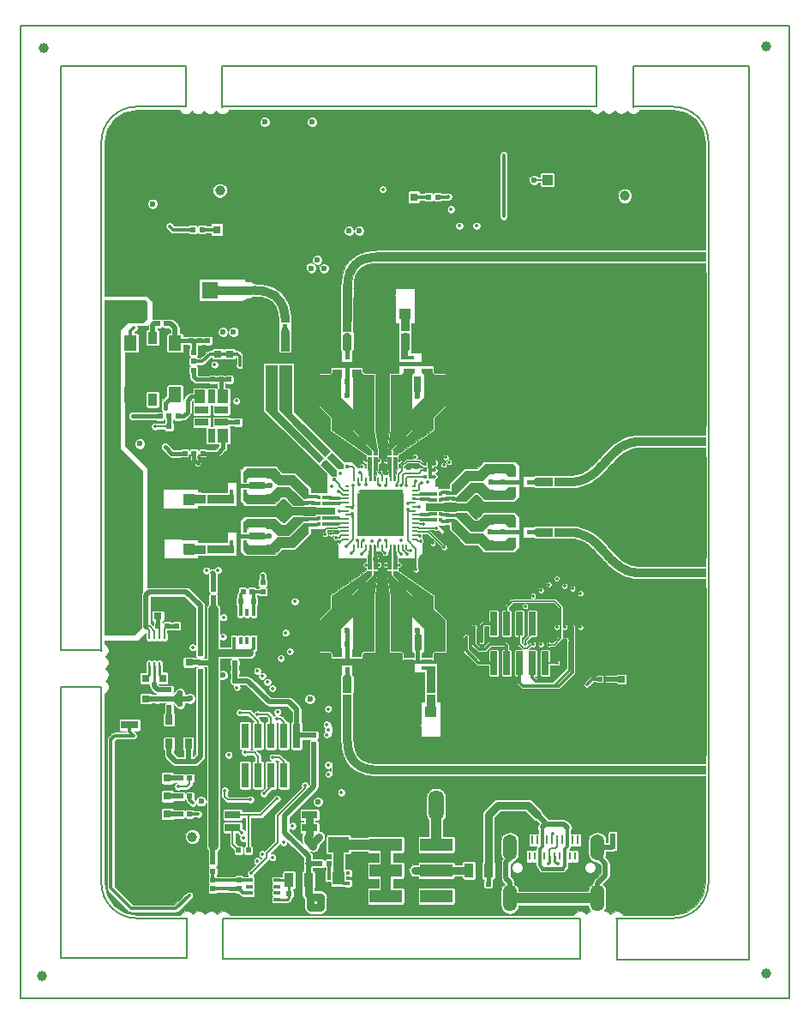
<source format=gtl>
G04 #@! TF.FileFunction,Copper,L1,Top,Signal*
%FSLAX46Y46*%
G04 Gerber Fmt 4.6, Leading zero omitted, Abs format (unit mm)*
G04 Created by KiCad (PCBNEW 4.0.7-e2-6376~61~ubuntu18.04.1) date Mon Jul 28 12:50:59 2025*
%MOMM*%
%LPD*%
G01*
G04 APERTURE LIST*
%ADD10C,0.150000*%
%ADD11C,0.200000*%
%ADD12C,0.002540*%
%ADD13C,0.600000*%
%ADD14O,1.350000X2.550000*%
%ADD15O,1.350000X2.650000*%
%ADD16R,0.270000X0.900000*%
%ADD17R,0.270000X0.800000*%
%ADD18R,0.740000X2.400000*%
%ADD19R,1.910000X1.910000*%
%ADD20R,1.520000X1.520000*%
%ADD21R,2.200000X1.000000*%
%ADD22R,1.000000X1.000000*%
%ADD23R,1.000000X1.350000*%
%ADD24R,0.700000X1.350000*%
%ADD25R,1.350000X0.700000*%
%ADD26C,6.350000*%
%ADD27R,0.495300X0.495300*%
%ADD28R,0.797560X0.797560*%
%ADD29R,0.899160X1.399540*%
%ADD30O,1.524000X2.994660*%
%ADD31R,3.200400X1.270000*%
%ADD32R,0.700000X1.000000*%
%ADD33R,0.797560X0.698500*%
%ADD34R,0.698500X0.797560*%
%ADD35C,0.250000*%
%ADD36R,0.250000X0.400000*%
%ADD37R,2.440000X1.600000*%
%ADD38R,0.430000X0.360000*%
%ADD39R,1.150000X1.300000*%
%ADD40R,2.032000X1.524000*%
%ADD41R,1.600000X2.350000*%
%ADD42R,0.650000X0.300000*%
%ADD43R,2.350000X1.600000*%
%ADD44R,0.300000X0.650000*%
%ADD45R,1.198880X1.501140*%
%ADD46R,0.900000X1.200000*%
%ADD47R,1.700000X0.800000*%
%ADD48R,1.501140X0.759460*%
%ADD49R,1.000000X2.200000*%
%ADD50R,5.000000X1.496060*%
%ADD51R,2.500000X0.698500*%
%ADD52R,0.300000X0.350000*%
%ADD53R,0.350000X0.300000*%
%ADD54O,0.400000X0.200000*%
%ADD55R,0.200000X0.200000*%
%ADD56O,0.200000X0.400000*%
%ADD57R,4.600000X4.300000*%
%ADD58R,4.300000X0.300000*%
%ADD59C,0.500000*%
%ADD60R,0.760000X1.650000*%
%ADD61R,1.780000X0.410000*%
%ADD62R,0.360000X0.710000*%
%ADD63R,0.360000X1.270000*%
%ADD64R,1.000000X0.350000*%
%ADD65R,0.759460X1.648460*%
%ADD66R,0.410000X1.780000*%
%ADD67R,0.710000X0.360000*%
%ADD68R,1.270000X0.360000*%
%ADD69R,0.350000X1.000000*%
%ADD70R,1.648460X0.759460*%
%ADD71C,1.000000*%
%ADD72C,0.350000*%
%ADD73C,0.500000*%
%ADD74C,0.300000*%
%ADD75C,0.800000*%
%ADD76C,1.000000*%
%ADD77C,0.400000*%
%ADD78C,0.100000*%
%ADD79C,0.250000*%
%ADD80C,0.030000*%
G04 APERTURE END LIST*
D10*
D11*
X103057960Y-146451320D02*
X103080820Y-146451320D01*
X103057960Y-50419000D02*
X103057960Y-146451320D01*
X103060500Y-50416460D02*
X103060500Y-50449480D01*
X178968400Y-50416460D02*
X103060500Y-50416460D01*
X178968400Y-50464720D02*
X178968400Y-50416460D01*
X178968400Y-146451320D02*
X178968400Y-50464720D01*
X103060500Y-146451320D02*
X178968400Y-146451320D01*
X174990760Y-59098180D02*
X175021240Y-59098180D01*
X174980600Y-135610600D02*
X175011080Y-135610600D01*
X109440980Y-146453860D02*
X109440980Y-146423380D01*
X103024940Y-135171180D02*
X103055420Y-135171180D01*
X103035100Y-58658760D02*
X103065580Y-58658760D01*
X173918880Y-50416460D02*
X173918880Y-50446940D01*
X112339120Y-50391060D02*
X112339120Y-50421540D01*
X107020360Y-115686840D02*
X107015280Y-115686840D01*
X107020360Y-142471140D02*
X107020360Y-115686840D01*
X119473980Y-142471140D02*
X107020360Y-142471140D01*
X107015280Y-115686840D02*
X107015280Y-142311120D01*
X107035600Y-112087660D02*
X107027980Y-112087660D01*
X107035600Y-54394100D02*
X107035600Y-112087660D01*
X119402860Y-54394100D02*
X107035600Y-54394100D01*
X122989340Y-54394100D02*
X122989340Y-54424580D01*
X159984440Y-54394100D02*
X122989340Y-54394100D01*
X163581080Y-54416960D02*
X163581080Y-54432200D01*
X174983140Y-54416960D02*
X163581080Y-54416960D01*
X174983140Y-142575280D02*
X174983140Y-54416960D01*
X174983140Y-142580360D02*
X161945320Y-142580360D01*
X174983140Y-134713980D02*
X174983140Y-142580360D01*
X123068080Y-142476220D02*
X123068080Y-142483840D01*
X158335980Y-142519400D02*
X123070620Y-142519400D01*
X161932620Y-138523980D02*
X161932620Y-138529060D01*
X167510460Y-138523980D02*
X161932620Y-138523980D01*
X122994420Y-58392060D02*
X122994420Y-58397140D01*
X159989520Y-58392060D02*
X122994420Y-58392060D01*
X163586160Y-58402220D02*
X163586160Y-58392060D01*
X167497760Y-58402220D02*
X163586160Y-58402220D01*
X119402860Y-58397140D02*
X114523520Y-58397140D01*
X119473980Y-138523980D02*
X119473980Y-138526520D01*
X114551460Y-138523980D02*
X119473980Y-138523980D01*
X161948640Y-142583520D02*
X161948640Y-138583520D01*
X158334220Y-142517480D02*
X158334220Y-138517480D01*
X158335980Y-138529060D02*
X137594340Y-138529060D01*
X161935160Y-138526520D02*
X161935160Y-138529060D01*
X159985220Y-58395220D02*
X159985220Y-54395220D01*
X163581860Y-58423160D02*
X163581860Y-54423160D01*
X163583620Y-58394600D02*
X163583620Y-58392060D01*
X123070620Y-138521440D02*
X123070620Y-138523980D01*
X151724360Y-138521440D02*
X123070620Y-138521440D01*
X111031020Y-115684300D02*
X111036100Y-115684300D01*
X111031020Y-135016240D02*
X111031020Y-115684300D01*
X111033560Y-112097820D02*
X111036100Y-112097820D01*
X111033560Y-61899800D02*
X111033560Y-112097820D01*
X122996960Y-58399680D02*
X122996960Y-58397140D01*
X111055770Y-112088150D02*
X107055770Y-112088150D01*
X111010050Y-115687330D02*
X107010050Y-115687330D01*
X119469680Y-142471760D02*
X119469680Y-138471760D01*
X123068860Y-142517480D02*
X123068860Y-138517480D01*
X122990120Y-58413000D02*
X122990120Y-54413000D01*
X119398560Y-58400300D02*
X119398560Y-54400300D01*
X111031830Y-135023010D02*
G75*
G03X114534130Y-138520710I3500000J2300D01*
G01*
X167515960Y-138521900D02*
G75*
G03X171013660Y-135019600I-2300J3500000D01*
G01*
X114530720Y-58399220D02*
G75*
G03X111033020Y-61901520I2300J-3500000D01*
G01*
X171011040Y-61899380D02*
G75*
G03X167508740Y-58401680I-3500000J-2300D01*
G01*
X171013120Y-61905020D02*
X171013120Y-135000000D01*
D12*
G36*
X134643580Y-120845720D02*
X134282900Y-120845720D01*
X133924760Y-120845720D01*
X133924760Y-120502820D01*
X133924760Y-120159920D01*
X134282900Y-120159920D01*
X134643580Y-120159920D01*
X134643580Y-120502820D01*
X134643580Y-120845720D01*
X134643580Y-120845720D01*
X134643580Y-120845720D01*
G37*
X134643580Y-120845720D02*
X134282900Y-120845720D01*
X133924760Y-120845720D01*
X133924760Y-120502820D01*
X133924760Y-120159920D01*
X134282900Y-120159920D01*
X134643580Y-120159920D01*
X134643580Y-120502820D01*
X134643580Y-120845720D01*
X134643580Y-120845720D01*
G36*
X135684980Y-120845720D02*
X135291280Y-120845720D01*
X134897580Y-120845720D01*
X134897580Y-120502820D01*
X134897580Y-120159920D01*
X135291280Y-120159920D01*
X135684980Y-120159920D01*
X135684980Y-120502820D01*
X135684980Y-120845720D01*
X135684980Y-120845720D01*
X135684980Y-120845720D01*
G37*
X135684980Y-120845720D02*
X135291280Y-120845720D01*
X134897580Y-120845720D01*
X134897580Y-120502820D01*
X134897580Y-120159920D01*
X135291280Y-120159920D01*
X135684980Y-120159920D01*
X135684980Y-120502820D01*
X135684980Y-120845720D01*
X135684980Y-120845720D01*
G36*
X136591760Y-120845720D02*
X136264100Y-120845720D01*
X135938980Y-120845720D01*
X135938980Y-120502820D01*
X135938980Y-120159920D01*
X136264100Y-120159920D01*
X136591760Y-120159920D01*
X136591760Y-120502820D01*
X136591760Y-120845720D01*
X136591760Y-120845720D01*
X136591760Y-120845720D01*
G37*
X136591760Y-120845720D02*
X136264100Y-120845720D01*
X135938980Y-120845720D01*
X135938980Y-120502820D01*
X135938980Y-120159920D01*
X136264100Y-120159920D01*
X136591760Y-120159920D01*
X136591760Y-120502820D01*
X136591760Y-120845720D01*
X136591760Y-120845720D01*
G36*
X138425460Y-125079220D02*
X136167400Y-125079220D01*
X133911880Y-125079220D01*
X133911880Y-122907520D01*
X133911880Y-120735820D01*
X134275100Y-120735820D01*
X134638320Y-120735820D01*
X134643400Y-120796780D01*
X134645940Y-120824720D01*
X134648480Y-120865360D01*
X134651020Y-120916160D01*
X134653560Y-120972040D01*
X134656100Y-121027920D01*
X134656100Y-121030460D01*
X134676420Y-121302240D01*
X134704360Y-121561320D01*
X134745000Y-121805160D01*
X134790720Y-122036300D01*
X134849140Y-122252200D01*
X134915180Y-122455400D01*
X134943120Y-122526520D01*
X135034560Y-122737340D01*
X135136160Y-122938000D01*
X135250460Y-123125960D01*
X135374920Y-123301220D01*
X135509540Y-123463780D01*
X135656860Y-123613640D01*
X135816880Y-123750800D01*
X135987060Y-123877800D01*
X136169940Y-123994640D01*
X136365520Y-124098780D01*
X136573800Y-124190220D01*
X136794780Y-124274040D01*
X136931940Y-124317220D01*
X137114820Y-124368020D01*
X137300240Y-124408660D01*
X137490740Y-124444220D01*
X137691400Y-124472160D01*
X137902220Y-124495020D01*
X138123200Y-124510260D01*
X138275600Y-124515340D01*
X138425460Y-124520420D01*
X138425460Y-124799820D01*
X138425460Y-125079220D01*
X138425460Y-125079220D01*
X138425460Y-125079220D01*
G37*
X138425460Y-125079220D02*
X136167400Y-125079220D01*
X133911880Y-125079220D01*
X133911880Y-122907520D01*
X133911880Y-120735820D01*
X134275100Y-120735820D01*
X134638320Y-120735820D01*
X134643400Y-120796780D01*
X134645940Y-120824720D01*
X134648480Y-120865360D01*
X134651020Y-120916160D01*
X134653560Y-120972040D01*
X134656100Y-121027920D01*
X134656100Y-121030460D01*
X134676420Y-121302240D01*
X134704360Y-121561320D01*
X134745000Y-121805160D01*
X134790720Y-122036300D01*
X134849140Y-122252200D01*
X134915180Y-122455400D01*
X134943120Y-122526520D01*
X135034560Y-122737340D01*
X135136160Y-122938000D01*
X135250460Y-123125960D01*
X135374920Y-123301220D01*
X135509540Y-123463780D01*
X135656860Y-123613640D01*
X135816880Y-123750800D01*
X135987060Y-123877800D01*
X136169940Y-123994640D01*
X136365520Y-124098780D01*
X136573800Y-124190220D01*
X136794780Y-124274040D01*
X136931940Y-124317220D01*
X137114820Y-124368020D01*
X137300240Y-124408660D01*
X137490740Y-124444220D01*
X137691400Y-124472160D01*
X137902220Y-124495020D01*
X138123200Y-124510260D01*
X138275600Y-124515340D01*
X138425460Y-124520420D01*
X138425460Y-124799820D01*
X138425460Y-125079220D01*
X138425460Y-125079220D01*
G36*
X138407680Y-123755880D02*
X138407680Y-123829540D01*
X138407680Y-123903200D01*
X138405140Y-123974320D01*
X138405140Y-124040360D01*
X138405140Y-124096240D01*
X138402600Y-124136880D01*
X138402600Y-124144500D01*
X138397520Y-124266420D01*
X138341640Y-124263880D01*
X138306080Y-124263880D01*
X138262900Y-124261340D01*
X138217180Y-124261340D01*
X138204480Y-124258800D01*
X138080020Y-124253720D01*
X137947940Y-124246100D01*
X137808240Y-124230860D01*
X137671080Y-124215620D01*
X137541540Y-124195300D01*
X137472960Y-124185140D01*
X137229120Y-124134340D01*
X136997980Y-124070840D01*
X136779540Y-123999720D01*
X136573800Y-123915900D01*
X136380760Y-123819380D01*
X136200420Y-123712700D01*
X136032780Y-123595860D01*
X135875300Y-123468860D01*
X135804180Y-123402820D01*
X135707660Y-123301220D01*
X135621300Y-123204700D01*
X135540020Y-123100560D01*
X135473980Y-123004040D01*
X135380000Y-122851640D01*
X135296180Y-122694160D01*
X135219980Y-122531600D01*
X135151400Y-122363960D01*
X135092980Y-122186160D01*
X135044720Y-121998200D01*
X135001540Y-121802620D01*
X134965980Y-121594340D01*
X134938040Y-121373360D01*
X134917720Y-121139680D01*
X134907560Y-120977120D01*
X134897400Y-120781540D01*
X134927880Y-120776460D01*
X134943120Y-120773920D01*
X134971060Y-120771380D01*
X135014240Y-120771380D01*
X135067580Y-120768840D01*
X135131080Y-120766300D01*
X135202200Y-120763760D01*
X135278400Y-120761220D01*
X135316500Y-120761220D01*
X135407940Y-120758680D01*
X135484140Y-120756140D01*
X135545100Y-120756140D01*
X135593360Y-120756140D01*
X135628920Y-120756140D01*
X135654320Y-120756140D01*
X135672100Y-120758680D01*
X135679720Y-120761220D01*
X135682260Y-120761220D01*
X135684800Y-120773920D01*
X135687340Y-120799320D01*
X135689880Y-120834880D01*
X135689880Y-120878060D01*
X135689880Y-120888220D01*
X135694960Y-121066020D01*
X135710200Y-121248900D01*
X135733060Y-121431780D01*
X135766080Y-121617200D01*
X135804180Y-121797540D01*
X135852440Y-121967720D01*
X135905780Y-122127740D01*
X135913400Y-122150600D01*
X135984520Y-122318240D01*
X136070880Y-122475720D01*
X136167400Y-122620500D01*
X136274080Y-122752580D01*
X136396000Y-122874500D01*
X136528080Y-122983720D01*
X136611900Y-123042140D01*
X136764300Y-123133580D01*
X136929400Y-123214860D01*
X137109740Y-123285980D01*
X137300240Y-123344400D01*
X137505980Y-123392660D01*
X137724420Y-123430760D01*
X137953020Y-123456160D01*
X138135900Y-123471400D01*
X138191780Y-123473940D01*
X138245120Y-123476480D01*
X138293380Y-123479020D01*
X138331480Y-123481560D01*
X138354340Y-123484100D01*
X138407680Y-123489180D01*
X138407680Y-123755880D01*
X138407680Y-123755880D01*
X138407680Y-123755880D01*
G37*
X138407680Y-123755880D02*
X138407680Y-123829540D01*
X138407680Y-123903200D01*
X138405140Y-123974320D01*
X138405140Y-124040360D01*
X138405140Y-124096240D01*
X138402600Y-124136880D01*
X138402600Y-124144500D01*
X138397520Y-124266420D01*
X138341640Y-124263880D01*
X138306080Y-124263880D01*
X138262900Y-124261340D01*
X138217180Y-124261340D01*
X138204480Y-124258800D01*
X138080020Y-124253720D01*
X137947940Y-124246100D01*
X137808240Y-124230860D01*
X137671080Y-124215620D01*
X137541540Y-124195300D01*
X137472960Y-124185140D01*
X137229120Y-124134340D01*
X136997980Y-124070840D01*
X136779540Y-123999720D01*
X136573800Y-123915900D01*
X136380760Y-123819380D01*
X136200420Y-123712700D01*
X136032780Y-123595860D01*
X135875300Y-123468860D01*
X135804180Y-123402820D01*
X135707660Y-123301220D01*
X135621300Y-123204700D01*
X135540020Y-123100560D01*
X135473980Y-123004040D01*
X135380000Y-122851640D01*
X135296180Y-122694160D01*
X135219980Y-122531600D01*
X135151400Y-122363960D01*
X135092980Y-122186160D01*
X135044720Y-121998200D01*
X135001540Y-121802620D01*
X134965980Y-121594340D01*
X134938040Y-121373360D01*
X134917720Y-121139680D01*
X134907560Y-120977120D01*
X134897400Y-120781540D01*
X134927880Y-120776460D01*
X134943120Y-120773920D01*
X134971060Y-120771380D01*
X135014240Y-120771380D01*
X135067580Y-120768840D01*
X135131080Y-120766300D01*
X135202200Y-120763760D01*
X135278400Y-120761220D01*
X135316500Y-120761220D01*
X135407940Y-120758680D01*
X135484140Y-120756140D01*
X135545100Y-120756140D01*
X135593360Y-120756140D01*
X135628920Y-120756140D01*
X135654320Y-120756140D01*
X135672100Y-120758680D01*
X135679720Y-120761220D01*
X135682260Y-120761220D01*
X135684800Y-120773920D01*
X135687340Y-120799320D01*
X135689880Y-120834880D01*
X135689880Y-120878060D01*
X135689880Y-120888220D01*
X135694960Y-121066020D01*
X135710200Y-121248900D01*
X135733060Y-121431780D01*
X135766080Y-121617200D01*
X135804180Y-121797540D01*
X135852440Y-121967720D01*
X135905780Y-122127740D01*
X135913400Y-122150600D01*
X135984520Y-122318240D01*
X136070880Y-122475720D01*
X136167400Y-122620500D01*
X136274080Y-122752580D01*
X136396000Y-122874500D01*
X136528080Y-122983720D01*
X136611900Y-123042140D01*
X136764300Y-123133580D01*
X136929400Y-123214860D01*
X137109740Y-123285980D01*
X137300240Y-123344400D01*
X137505980Y-123392660D01*
X137724420Y-123430760D01*
X137953020Y-123456160D01*
X138135900Y-123471400D01*
X138191780Y-123473940D01*
X138245120Y-123476480D01*
X138293380Y-123479020D01*
X138331480Y-123481560D01*
X138354340Y-123484100D01*
X138407680Y-123489180D01*
X138407680Y-123755880D01*
X138407680Y-123755880D01*
G36*
X138425460Y-123232640D02*
X138397520Y-123230100D01*
X138372120Y-123230100D01*
X138341640Y-123227560D01*
X138318780Y-123227560D01*
X138146060Y-123217400D01*
X137988580Y-123204700D01*
X137843800Y-123189460D01*
X137716800Y-123174220D01*
X137638060Y-123158980D01*
X137442480Y-123118340D01*
X137262140Y-123067540D01*
X137094500Y-123009120D01*
X136939560Y-122938000D01*
X136797320Y-122859260D01*
X136667780Y-122770360D01*
X136550940Y-122671300D01*
X136444260Y-122562080D01*
X136347740Y-122440160D01*
X136340120Y-122427460D01*
X136266460Y-122310620D01*
X136200420Y-122181080D01*
X136142000Y-122033760D01*
X136088660Y-121876280D01*
X136042940Y-121708640D01*
X136007380Y-121528300D01*
X135976900Y-121340340D01*
X135956580Y-121142220D01*
X135943880Y-120936480D01*
X135941340Y-120850120D01*
X135938800Y-120735820D01*
X137180860Y-120735820D01*
X138425460Y-120735820D01*
X138425460Y-121982960D01*
X138425460Y-123232640D01*
X138425460Y-123232640D01*
X138425460Y-123232640D01*
G37*
X138425460Y-123232640D02*
X138397520Y-123230100D01*
X138372120Y-123230100D01*
X138341640Y-123227560D01*
X138318780Y-123227560D01*
X138146060Y-123217400D01*
X137988580Y-123204700D01*
X137843800Y-123189460D01*
X137716800Y-123174220D01*
X137638060Y-123158980D01*
X137442480Y-123118340D01*
X137262140Y-123067540D01*
X137094500Y-123009120D01*
X136939560Y-122938000D01*
X136797320Y-122859260D01*
X136667780Y-122770360D01*
X136550940Y-122671300D01*
X136444260Y-122562080D01*
X136347740Y-122440160D01*
X136340120Y-122427460D01*
X136266460Y-122310620D01*
X136200420Y-122181080D01*
X136142000Y-122033760D01*
X136088660Y-121876280D01*
X136042940Y-121708640D01*
X136007380Y-121528300D01*
X135976900Y-121340340D01*
X135956580Y-121142220D01*
X135943880Y-120936480D01*
X135941340Y-120850120D01*
X135938800Y-120735820D01*
X137180860Y-120735820D01*
X138425460Y-120735820D01*
X138425460Y-121982960D01*
X138425460Y-123232640D01*
X138425460Y-123232640D01*
G36*
X167403780Y-123230640D02*
X167403780Y-122842020D01*
X167403780Y-122453400D01*
X169049700Y-122453400D01*
X170695620Y-122453400D01*
X170695620Y-122842020D01*
X170695620Y-123230640D01*
X169049700Y-123230640D01*
X167403780Y-123230640D01*
X167403780Y-123230640D01*
X167403780Y-123230640D01*
G37*
X167403780Y-123230640D02*
X167403780Y-122842020D01*
X167403780Y-122453400D01*
X169049700Y-122453400D01*
X170695620Y-122453400D01*
X170695620Y-122842020D01*
X170695620Y-123230640D01*
X169049700Y-123230640D01*
X167403780Y-123230640D01*
X167403780Y-123230640D01*
G36*
X167403780Y-124272040D02*
X167403780Y-123878340D01*
X167403780Y-123484640D01*
X169049700Y-123484640D01*
X170695620Y-123484640D01*
X170695620Y-123878340D01*
X170695620Y-124272040D01*
X169049700Y-124272040D01*
X167403780Y-124272040D01*
X167403780Y-124272040D01*
X167403780Y-124272040D01*
G37*
X167403780Y-124272040D02*
X167403780Y-123878340D01*
X167403780Y-123484640D01*
X169049700Y-123484640D01*
X170695620Y-123484640D01*
X170695620Y-123878340D01*
X170695620Y-124272040D01*
X169049700Y-124272040D01*
X167403780Y-124272040D01*
X167403780Y-124272040D01*
G36*
X167403780Y-125407420D02*
X167403780Y-124968000D01*
X167403780Y-124526040D01*
X169049700Y-124526040D01*
X170695620Y-124526040D01*
X170695620Y-124968000D01*
X170695620Y-125407420D01*
X169049700Y-125407420D01*
X167403780Y-125407420D01*
X167403780Y-125407420D01*
X167403780Y-125407420D01*
G37*
X167403780Y-125407420D02*
X167403780Y-124968000D01*
X167403780Y-124526040D01*
X169049700Y-124526040D01*
X170695620Y-124526040D01*
X170695620Y-124968000D01*
X170695620Y-125407420D01*
X169049700Y-125407420D01*
X167403780Y-125407420D01*
X167403780Y-125407420D01*
G36*
X164160200Y-123230640D02*
X164160200Y-122842020D01*
X164160200Y-122453400D01*
X165806120Y-122453400D01*
X167452040Y-122453400D01*
X167452040Y-122842020D01*
X167452040Y-123230640D01*
X165806120Y-123230640D01*
X164160200Y-123230640D01*
X164160200Y-123230640D01*
X164160200Y-123230640D01*
G37*
X164160200Y-123230640D02*
X164160200Y-122842020D01*
X164160200Y-122453400D01*
X165806120Y-122453400D01*
X167452040Y-122453400D01*
X167452040Y-122842020D01*
X167452040Y-123230640D01*
X165806120Y-123230640D01*
X164160200Y-123230640D01*
X164160200Y-123230640D01*
G36*
X164160200Y-124272040D02*
X164160200Y-123878340D01*
X164160200Y-123484640D01*
X165806120Y-123484640D01*
X167452040Y-123484640D01*
X167452040Y-123878340D01*
X167452040Y-124272040D01*
X165806120Y-124272040D01*
X164160200Y-124272040D01*
X164160200Y-124272040D01*
X164160200Y-124272040D01*
G37*
X164160200Y-124272040D02*
X164160200Y-123878340D01*
X164160200Y-123484640D01*
X165806120Y-123484640D01*
X167452040Y-123484640D01*
X167452040Y-123878340D01*
X167452040Y-124272040D01*
X165806120Y-124272040D01*
X164160200Y-124272040D01*
X164160200Y-124272040D01*
G36*
X164160200Y-125407420D02*
X164160200Y-124968000D01*
X164160200Y-124526040D01*
X165806120Y-124526040D01*
X167452040Y-124526040D01*
X167452040Y-124968000D01*
X167452040Y-125407420D01*
X165806120Y-125407420D01*
X164160200Y-125407420D01*
X164160200Y-125407420D01*
X164160200Y-125407420D01*
G37*
X164160200Y-125407420D02*
X164160200Y-124968000D01*
X164160200Y-124526040D01*
X165806120Y-124526040D01*
X167452040Y-124526040D01*
X167452040Y-124968000D01*
X167452040Y-125407420D01*
X165806120Y-125407420D01*
X164160200Y-125407420D01*
X164160200Y-125407420D01*
G36*
X157642560Y-123230640D02*
X157642560Y-122842020D01*
X157642560Y-122453400D01*
X159288480Y-122453400D01*
X160934400Y-122453400D01*
X160934400Y-122842020D01*
X160934400Y-123230640D01*
X159288480Y-123230640D01*
X157642560Y-123230640D01*
X157642560Y-123230640D01*
X157642560Y-123230640D01*
G37*
X157642560Y-123230640D02*
X157642560Y-122842020D01*
X157642560Y-122453400D01*
X159288480Y-122453400D01*
X160934400Y-122453400D01*
X160934400Y-122842020D01*
X160934400Y-123230640D01*
X159288480Y-123230640D01*
X157642560Y-123230640D01*
X157642560Y-123230640D01*
G36*
X157642560Y-124272040D02*
X157642560Y-123878340D01*
X157642560Y-123484640D01*
X159288480Y-123484640D01*
X160934400Y-123484640D01*
X160934400Y-123878340D01*
X160934400Y-124272040D01*
X159288480Y-124272040D01*
X157642560Y-124272040D01*
X157642560Y-124272040D01*
X157642560Y-124272040D01*
G37*
X157642560Y-124272040D02*
X157642560Y-123878340D01*
X157642560Y-123484640D01*
X159288480Y-123484640D01*
X160934400Y-123484640D01*
X160934400Y-123878340D01*
X160934400Y-124272040D01*
X159288480Y-124272040D01*
X157642560Y-124272040D01*
X157642560Y-124272040D01*
G36*
X157642560Y-125407420D02*
X157642560Y-124968000D01*
X157642560Y-124526040D01*
X159288480Y-124526040D01*
X160934400Y-124526040D01*
X160934400Y-124968000D01*
X160934400Y-125407420D01*
X159288480Y-125407420D01*
X157642560Y-125407420D01*
X157642560Y-125407420D01*
X157642560Y-125407420D01*
G37*
X157642560Y-125407420D02*
X157642560Y-124968000D01*
X157642560Y-124526040D01*
X159288480Y-124526040D01*
X160934400Y-124526040D01*
X160934400Y-124968000D01*
X160934400Y-125407420D01*
X159288480Y-125407420D01*
X157642560Y-125407420D01*
X157642560Y-125407420D01*
G36*
X160886140Y-123230640D02*
X160886140Y-122842020D01*
X160886140Y-122453400D01*
X162532060Y-122453400D01*
X164177980Y-122453400D01*
X164177980Y-122842020D01*
X164177980Y-123230640D01*
X162532060Y-123230640D01*
X160886140Y-123230640D01*
X160886140Y-123230640D01*
X160886140Y-123230640D01*
G37*
X160886140Y-123230640D02*
X160886140Y-122842020D01*
X160886140Y-122453400D01*
X162532060Y-122453400D01*
X164177980Y-122453400D01*
X164177980Y-122842020D01*
X164177980Y-123230640D01*
X162532060Y-123230640D01*
X160886140Y-123230640D01*
X160886140Y-123230640D01*
G36*
X160886140Y-124272040D02*
X160886140Y-123878340D01*
X160886140Y-123484640D01*
X162532060Y-123484640D01*
X164177980Y-123484640D01*
X164177980Y-123878340D01*
X164177980Y-124272040D01*
X162532060Y-124272040D01*
X160886140Y-124272040D01*
X160886140Y-124272040D01*
X160886140Y-124272040D01*
G37*
X160886140Y-124272040D02*
X160886140Y-123878340D01*
X160886140Y-123484640D01*
X162532060Y-123484640D01*
X164177980Y-123484640D01*
X164177980Y-123878340D01*
X164177980Y-124272040D01*
X162532060Y-124272040D01*
X160886140Y-124272040D01*
X160886140Y-124272040D01*
G36*
X160886140Y-125407420D02*
X160886140Y-124968000D01*
X160886140Y-124526040D01*
X162532060Y-124526040D01*
X164177980Y-124526040D01*
X164177980Y-124968000D01*
X164177980Y-125407420D01*
X162532060Y-125407420D01*
X160886140Y-125407420D01*
X160886140Y-125407420D01*
X160886140Y-125407420D01*
G37*
X160886140Y-125407420D02*
X160886140Y-124968000D01*
X160886140Y-124526040D01*
X162532060Y-124526040D01*
X164177980Y-124526040D01*
X164177980Y-124968000D01*
X164177980Y-125407420D01*
X162532060Y-125407420D01*
X160886140Y-125407420D01*
X160886140Y-125407420D01*
G36*
X147866100Y-123230640D02*
X147866100Y-122842020D01*
X147866100Y-122453400D01*
X149512020Y-122453400D01*
X151157940Y-122453400D01*
X151157940Y-122842020D01*
X151157940Y-123230640D01*
X149512020Y-123230640D01*
X147866100Y-123230640D01*
X147866100Y-123230640D01*
X147866100Y-123230640D01*
G37*
X147866100Y-123230640D02*
X147866100Y-122842020D01*
X147866100Y-122453400D01*
X149512020Y-122453400D01*
X151157940Y-122453400D01*
X151157940Y-122842020D01*
X151157940Y-123230640D01*
X149512020Y-123230640D01*
X147866100Y-123230640D01*
X147866100Y-123230640D01*
G36*
X147866100Y-124272040D02*
X147866100Y-123878340D01*
X147866100Y-123484640D01*
X149512020Y-123484640D01*
X151157940Y-123484640D01*
X151157940Y-123878340D01*
X151157940Y-124272040D01*
X149512020Y-124272040D01*
X147866100Y-124272040D01*
X147866100Y-124272040D01*
X147866100Y-124272040D01*
G37*
X147866100Y-124272040D02*
X147866100Y-123878340D01*
X147866100Y-123484640D01*
X149512020Y-123484640D01*
X151157940Y-123484640D01*
X151157940Y-123878340D01*
X151157940Y-124272040D01*
X149512020Y-124272040D01*
X147866100Y-124272040D01*
X147866100Y-124272040D01*
G36*
X147866100Y-125407420D02*
X147866100Y-124968000D01*
X147866100Y-124526040D01*
X149512020Y-124526040D01*
X151157940Y-124526040D01*
X151157940Y-124968000D01*
X151157940Y-125407420D01*
X149512020Y-125407420D01*
X147866100Y-125407420D01*
X147866100Y-125407420D01*
X147866100Y-125407420D01*
G37*
X147866100Y-125407420D02*
X147866100Y-124968000D01*
X147866100Y-124526040D01*
X149512020Y-124526040D01*
X151157940Y-124526040D01*
X151157940Y-124968000D01*
X151157940Y-125407420D01*
X149512020Y-125407420D01*
X147866100Y-125407420D01*
X147866100Y-125407420D01*
G36*
X144622520Y-123230640D02*
X144622520Y-122842020D01*
X144622520Y-122453400D01*
X146268440Y-122453400D01*
X147914360Y-122453400D01*
X147914360Y-122842020D01*
X147914360Y-123230640D01*
X146268440Y-123230640D01*
X144622520Y-123230640D01*
X144622520Y-123230640D01*
X144622520Y-123230640D01*
G37*
X144622520Y-123230640D02*
X144622520Y-122842020D01*
X144622520Y-122453400D01*
X146268440Y-122453400D01*
X147914360Y-122453400D01*
X147914360Y-122842020D01*
X147914360Y-123230640D01*
X146268440Y-123230640D01*
X144622520Y-123230640D01*
X144622520Y-123230640D01*
G36*
X144622520Y-124272040D02*
X144622520Y-123878340D01*
X144622520Y-123484640D01*
X146268440Y-123484640D01*
X147914360Y-123484640D01*
X147914360Y-123878340D01*
X147914360Y-124272040D01*
X146268440Y-124272040D01*
X144622520Y-124272040D01*
X144622520Y-124272040D01*
X144622520Y-124272040D01*
G37*
X144622520Y-124272040D02*
X144622520Y-123878340D01*
X144622520Y-123484640D01*
X146268440Y-123484640D01*
X147914360Y-123484640D01*
X147914360Y-123878340D01*
X147914360Y-124272040D01*
X146268440Y-124272040D01*
X144622520Y-124272040D01*
X144622520Y-124272040D01*
G36*
X144622520Y-125407420D02*
X144622520Y-124968000D01*
X144622520Y-124526040D01*
X146268440Y-124526040D01*
X147914360Y-124526040D01*
X147914360Y-124968000D01*
X147914360Y-125407420D01*
X146268440Y-125407420D01*
X144622520Y-125407420D01*
X144622520Y-125407420D01*
X144622520Y-125407420D01*
G37*
X144622520Y-125407420D02*
X144622520Y-124968000D01*
X144622520Y-124526040D01*
X146268440Y-124526040D01*
X147914360Y-124526040D01*
X147914360Y-124968000D01*
X147914360Y-125407420D01*
X146268440Y-125407420D01*
X144622520Y-125407420D01*
X144622520Y-125407420D01*
G36*
X151140160Y-123230640D02*
X151140160Y-122842020D01*
X151140160Y-122453400D01*
X152786080Y-122453400D01*
X154432000Y-122453400D01*
X154432000Y-122842020D01*
X154432000Y-123230640D01*
X152786080Y-123230640D01*
X151140160Y-123230640D01*
X151140160Y-123230640D01*
X151140160Y-123230640D01*
G37*
X151140160Y-123230640D02*
X151140160Y-122842020D01*
X151140160Y-122453400D01*
X152786080Y-122453400D01*
X154432000Y-122453400D01*
X154432000Y-122842020D01*
X154432000Y-123230640D01*
X152786080Y-123230640D01*
X151140160Y-123230640D01*
X151140160Y-123230640D01*
G36*
X151140160Y-124272040D02*
X151140160Y-123878340D01*
X151140160Y-123484640D01*
X152786080Y-123484640D01*
X154432000Y-123484640D01*
X154432000Y-123878340D01*
X154432000Y-124272040D01*
X152786080Y-124272040D01*
X151140160Y-124272040D01*
X151140160Y-124272040D01*
X151140160Y-124272040D01*
G37*
X151140160Y-124272040D02*
X151140160Y-123878340D01*
X151140160Y-123484640D01*
X152786080Y-123484640D01*
X154432000Y-123484640D01*
X154432000Y-123878340D01*
X154432000Y-124272040D01*
X152786080Y-124272040D01*
X151140160Y-124272040D01*
X151140160Y-124272040D01*
G36*
X151140160Y-125407420D02*
X151140160Y-124968000D01*
X151140160Y-124526040D01*
X152786080Y-124526040D01*
X154432000Y-124526040D01*
X154432000Y-124968000D01*
X154432000Y-125407420D01*
X152786080Y-125407420D01*
X151140160Y-125407420D01*
X151140160Y-125407420D01*
X151140160Y-125407420D01*
G37*
X151140160Y-125407420D02*
X151140160Y-124968000D01*
X151140160Y-124526040D01*
X152786080Y-124526040D01*
X154432000Y-124526040D01*
X154432000Y-124968000D01*
X154432000Y-125407420D01*
X152786080Y-125407420D01*
X151140160Y-125407420D01*
X151140160Y-125407420D01*
G36*
X154383740Y-123230640D02*
X154383740Y-122842020D01*
X154383740Y-122453400D01*
X156029660Y-122453400D01*
X157675580Y-122453400D01*
X157675580Y-122842020D01*
X157675580Y-123230640D01*
X156029660Y-123230640D01*
X154383740Y-123230640D01*
X154383740Y-123230640D01*
X154383740Y-123230640D01*
G37*
X154383740Y-123230640D02*
X154383740Y-122842020D01*
X154383740Y-122453400D01*
X156029660Y-122453400D01*
X157675580Y-122453400D01*
X157675580Y-122842020D01*
X157675580Y-123230640D01*
X156029660Y-123230640D01*
X154383740Y-123230640D01*
X154383740Y-123230640D01*
G36*
X154383740Y-124272040D02*
X154383740Y-123878340D01*
X154383740Y-123484640D01*
X156029660Y-123484640D01*
X157675580Y-123484640D01*
X157675580Y-123878340D01*
X157675580Y-124272040D01*
X156029660Y-124272040D01*
X154383740Y-124272040D01*
X154383740Y-124272040D01*
X154383740Y-124272040D01*
G37*
X154383740Y-124272040D02*
X154383740Y-123878340D01*
X154383740Y-123484640D01*
X156029660Y-123484640D01*
X157675580Y-123484640D01*
X157675580Y-123878340D01*
X157675580Y-124272040D01*
X156029660Y-124272040D01*
X154383740Y-124272040D01*
X154383740Y-124272040D01*
G36*
X154383740Y-125407420D02*
X154383740Y-124968000D01*
X154383740Y-124526040D01*
X156029660Y-124526040D01*
X157675580Y-124526040D01*
X157675580Y-124968000D01*
X157675580Y-125407420D01*
X156029660Y-125407420D01*
X154383740Y-125407420D01*
X154383740Y-125407420D01*
X154383740Y-125407420D01*
G37*
X154383740Y-125407420D02*
X154383740Y-124968000D01*
X154383740Y-124526040D01*
X156029660Y-124526040D01*
X157675580Y-124526040D01*
X157675580Y-124968000D01*
X157675580Y-125407420D01*
X156029660Y-125407420D01*
X154383740Y-125407420D01*
X154383740Y-125407420D01*
G36*
X141361160Y-123228100D02*
X141361160Y-122839480D01*
X141361160Y-122450860D01*
X143007080Y-122450860D01*
X144653000Y-122450860D01*
X144653000Y-122839480D01*
X144653000Y-123228100D01*
X143007080Y-123228100D01*
X141361160Y-123228100D01*
X141361160Y-123228100D01*
X141361160Y-123228100D01*
G37*
X141361160Y-123228100D02*
X141361160Y-122839480D01*
X141361160Y-122450860D01*
X143007080Y-122450860D01*
X144653000Y-122450860D01*
X144653000Y-122839480D01*
X144653000Y-123228100D01*
X143007080Y-123228100D01*
X141361160Y-123228100D01*
X141361160Y-123228100D01*
G36*
X141361160Y-124269500D02*
X141361160Y-123875800D01*
X141361160Y-123482100D01*
X143007080Y-123482100D01*
X144653000Y-123482100D01*
X144653000Y-123875800D01*
X144653000Y-124269500D01*
X143007080Y-124269500D01*
X141361160Y-124269500D01*
X141361160Y-124269500D01*
X141361160Y-124269500D01*
G37*
X141361160Y-124269500D02*
X141361160Y-123875800D01*
X141361160Y-123482100D01*
X143007080Y-123482100D01*
X144653000Y-123482100D01*
X144653000Y-123875800D01*
X144653000Y-124269500D01*
X143007080Y-124269500D01*
X141361160Y-124269500D01*
X141361160Y-124269500D01*
G36*
X141361160Y-125404880D02*
X141361160Y-124965460D01*
X141361160Y-124523500D01*
X143007080Y-124523500D01*
X144653000Y-124523500D01*
X144653000Y-124965460D01*
X144653000Y-125404880D01*
X143007080Y-125404880D01*
X141361160Y-125404880D01*
X141361160Y-125404880D01*
X141361160Y-125404880D01*
G37*
X141361160Y-125404880D02*
X141361160Y-124965460D01*
X141361160Y-124523500D01*
X143007080Y-124523500D01*
X144653000Y-124523500D01*
X144653000Y-124965460D01*
X144653000Y-125404880D01*
X143007080Y-125404880D01*
X141361160Y-125404880D01*
X141361160Y-125404880D01*
G36*
X138257280Y-123228100D02*
X138257280Y-122839480D01*
X138257280Y-122450860D01*
X139903200Y-122450860D01*
X141549120Y-122450860D01*
X141549120Y-122839480D01*
X141549120Y-123228100D01*
X139903200Y-123228100D01*
X138257280Y-123228100D01*
X138257280Y-123228100D01*
X138257280Y-123228100D01*
G37*
X138257280Y-123228100D02*
X138257280Y-122839480D01*
X138257280Y-122450860D01*
X139903200Y-122450860D01*
X141549120Y-122450860D01*
X141549120Y-122839480D01*
X141549120Y-123228100D01*
X139903200Y-123228100D01*
X138257280Y-123228100D01*
X138257280Y-123228100D01*
G36*
X138257280Y-124269500D02*
X138257280Y-123875800D01*
X138257280Y-123482100D01*
X139903200Y-123482100D01*
X141549120Y-123482100D01*
X141549120Y-123875800D01*
X141549120Y-124269500D01*
X139903200Y-124269500D01*
X138257280Y-124269500D01*
X138257280Y-124269500D01*
X138257280Y-124269500D01*
G37*
X138257280Y-124269500D02*
X138257280Y-123875800D01*
X138257280Y-123482100D01*
X139903200Y-123482100D01*
X141549120Y-123482100D01*
X141549120Y-123875800D01*
X141549120Y-124269500D01*
X139903200Y-124269500D01*
X138257280Y-124269500D01*
X138257280Y-124269500D01*
G36*
X138257280Y-125404880D02*
X138257280Y-124965460D01*
X138257280Y-124523500D01*
X139903200Y-124523500D01*
X141549120Y-124523500D01*
X141549120Y-124965460D01*
X141549120Y-125404880D01*
X139903200Y-125404880D01*
X138257280Y-125404880D01*
X138257280Y-125404880D01*
X138257280Y-125404880D01*
G37*
X138257280Y-125404880D02*
X138257280Y-124965460D01*
X138257280Y-124523500D01*
X139903200Y-124523500D01*
X141549120Y-124523500D01*
X141549120Y-124965460D01*
X141549120Y-125404880D01*
X139903200Y-125404880D01*
X138257280Y-125404880D01*
X138257280Y-125404880D01*
G36*
X134645400Y-120843040D02*
X134256780Y-120843040D01*
X133868160Y-120843040D01*
X133868160Y-119197120D01*
X133868160Y-117551200D01*
X134256780Y-117551200D01*
X134645400Y-117551200D01*
X134645400Y-119197120D01*
X134645400Y-120843040D01*
X134645400Y-120843040D01*
X134645400Y-120843040D01*
G37*
X134645400Y-120843040D02*
X134256780Y-120843040D01*
X133868160Y-120843040D01*
X133868160Y-119197120D01*
X133868160Y-117551200D01*
X134256780Y-117551200D01*
X134645400Y-117551200D01*
X134645400Y-119197120D01*
X134645400Y-120843040D01*
X134645400Y-120843040D01*
G36*
X135686800Y-120843040D02*
X135293100Y-120843040D01*
X134899400Y-120843040D01*
X134899400Y-119197120D01*
X134899400Y-117551200D01*
X135293100Y-117551200D01*
X135686800Y-117551200D01*
X135686800Y-119197120D01*
X135686800Y-120843040D01*
X135686800Y-120843040D01*
X135686800Y-120843040D01*
G37*
X135686800Y-120843040D02*
X135293100Y-120843040D01*
X134899400Y-120843040D01*
X134899400Y-119197120D01*
X134899400Y-117551200D01*
X135293100Y-117551200D01*
X135686800Y-117551200D01*
X135686800Y-119197120D01*
X135686800Y-120843040D01*
X135686800Y-120843040D01*
G36*
X136822180Y-120843040D02*
X136382760Y-120843040D01*
X135940800Y-120843040D01*
X135940800Y-119197120D01*
X135940800Y-117551200D01*
X136382760Y-117551200D01*
X136822180Y-117551200D01*
X136822180Y-119197120D01*
X136822180Y-120843040D01*
X136822180Y-120843040D01*
X136822180Y-120843040D01*
G37*
X136822180Y-120843040D02*
X136382760Y-120843040D01*
X135940800Y-120843040D01*
X135940800Y-119197120D01*
X135940800Y-117551200D01*
X136382760Y-117551200D01*
X136822180Y-117551200D01*
X136822180Y-119197120D01*
X136822180Y-120843040D01*
X136822180Y-120843040D01*
G36*
X134645400Y-119766080D02*
X134256780Y-119766080D01*
X133868160Y-119766080D01*
X133868160Y-118120160D01*
X133868160Y-116474240D01*
X134256780Y-116474240D01*
X134645400Y-116474240D01*
X134645400Y-118120160D01*
X134645400Y-119766080D01*
X134645400Y-119766080D01*
X134645400Y-119766080D01*
G37*
X134645400Y-119766080D02*
X134256780Y-119766080D01*
X133868160Y-119766080D01*
X133868160Y-118120160D01*
X133868160Y-116474240D01*
X134256780Y-116474240D01*
X134645400Y-116474240D01*
X134645400Y-118120160D01*
X134645400Y-119766080D01*
X134645400Y-119766080D01*
G36*
X135686800Y-119766080D02*
X135293100Y-119766080D01*
X134899400Y-119766080D01*
X134899400Y-118120160D01*
X134899400Y-116474240D01*
X135293100Y-116474240D01*
X135686800Y-116474240D01*
X135686800Y-118120160D01*
X135686800Y-119766080D01*
X135686800Y-119766080D01*
X135686800Y-119766080D01*
G37*
X135686800Y-119766080D02*
X135293100Y-119766080D01*
X134899400Y-119766080D01*
X134899400Y-118120160D01*
X134899400Y-116474240D01*
X135293100Y-116474240D01*
X135686800Y-116474240D01*
X135686800Y-118120160D01*
X135686800Y-119766080D01*
X135686800Y-119766080D01*
G36*
X136822180Y-119766080D02*
X136382760Y-119766080D01*
X135940800Y-119766080D01*
X135940800Y-118120160D01*
X135940800Y-116474240D01*
X136382760Y-116474240D01*
X136822180Y-116474240D01*
X136822180Y-118120160D01*
X136822180Y-119766080D01*
X136822180Y-119766080D01*
X136822180Y-119766080D01*
G37*
X136822180Y-119766080D02*
X136382760Y-119766080D01*
X135940800Y-119766080D01*
X135940800Y-118120160D01*
X135940800Y-116474240D01*
X136382760Y-116474240D01*
X136822180Y-116474240D01*
X136822180Y-118120160D01*
X136822180Y-119766080D01*
X136822180Y-119766080D01*
G36*
X134650480Y-79547720D02*
X134261860Y-79547720D01*
X133873240Y-79547720D01*
X133873240Y-77901800D01*
X133873240Y-76255880D01*
X134261860Y-76255880D01*
X134650480Y-76255880D01*
X134650480Y-77901800D01*
X134650480Y-79547720D01*
X134650480Y-79547720D01*
X134650480Y-79547720D01*
G37*
X134650480Y-79547720D02*
X134261860Y-79547720D01*
X133873240Y-79547720D01*
X133873240Y-77901800D01*
X133873240Y-76255880D01*
X134261860Y-76255880D01*
X134650480Y-76255880D01*
X134650480Y-77901800D01*
X134650480Y-79547720D01*
X134650480Y-79547720D01*
G36*
X135691880Y-79547720D02*
X135298180Y-79547720D01*
X134904480Y-79547720D01*
X134904480Y-77901800D01*
X134904480Y-76255880D01*
X135298180Y-76255880D01*
X135691880Y-76255880D01*
X135691880Y-77901800D01*
X135691880Y-79547720D01*
X135691880Y-79547720D01*
X135691880Y-79547720D01*
G37*
X135691880Y-79547720D02*
X135298180Y-79547720D01*
X134904480Y-79547720D01*
X134904480Y-77901800D01*
X134904480Y-76255880D01*
X135298180Y-76255880D01*
X135691880Y-76255880D01*
X135691880Y-77901800D01*
X135691880Y-79547720D01*
X135691880Y-79547720D01*
G36*
X136827260Y-79547720D02*
X136387840Y-79547720D01*
X135945880Y-79547720D01*
X135945880Y-77901800D01*
X135945880Y-76255880D01*
X136387840Y-76255880D01*
X136827260Y-76255880D01*
X136827260Y-77901800D01*
X136827260Y-79547720D01*
X136827260Y-79547720D01*
X136827260Y-79547720D01*
G37*
X136827260Y-79547720D02*
X136387840Y-79547720D01*
X135945880Y-79547720D01*
X135945880Y-77901800D01*
X135945880Y-76255880D01*
X136387840Y-76255880D01*
X136827260Y-76255880D01*
X136827260Y-77901800D01*
X136827260Y-79547720D01*
X136827260Y-79547720D01*
G36*
X134647940Y-80525620D02*
X134259320Y-80525620D01*
X133870700Y-80525620D01*
X133870700Y-78879700D01*
X133870700Y-77233780D01*
X134259320Y-77233780D01*
X134647940Y-77233780D01*
X134647940Y-78879700D01*
X134647940Y-80525620D01*
X134647940Y-80525620D01*
X134647940Y-80525620D01*
G37*
X134647940Y-80525620D02*
X134259320Y-80525620D01*
X133870700Y-80525620D01*
X133870700Y-78879700D01*
X133870700Y-77233780D01*
X134259320Y-77233780D01*
X134647940Y-77233780D01*
X134647940Y-78879700D01*
X134647940Y-80525620D01*
X134647940Y-80525620D01*
G36*
X135689340Y-80525620D02*
X135295640Y-80525620D01*
X134901940Y-80525620D01*
X134901940Y-78879700D01*
X134901940Y-77233780D01*
X135295640Y-77233780D01*
X135689340Y-77233780D01*
X135689340Y-78879700D01*
X135689340Y-80525620D01*
X135689340Y-80525620D01*
X135689340Y-80525620D01*
G37*
X135689340Y-80525620D02*
X135295640Y-80525620D01*
X134901940Y-80525620D01*
X134901940Y-78879700D01*
X134901940Y-77233780D01*
X135295640Y-77233780D01*
X135689340Y-77233780D01*
X135689340Y-78879700D01*
X135689340Y-80525620D01*
X135689340Y-80525620D01*
G36*
X136824720Y-80525620D02*
X136385300Y-80525620D01*
X135943340Y-80525620D01*
X135943340Y-78879700D01*
X135943340Y-77233780D01*
X136385300Y-77233780D01*
X136824720Y-77233780D01*
X136824720Y-78879700D01*
X136824720Y-80525620D01*
X136824720Y-80525620D01*
X136824720Y-80525620D01*
G37*
X136824720Y-80525620D02*
X136385300Y-80525620D01*
X135943340Y-80525620D01*
X135943340Y-78879700D01*
X135943340Y-77233780D01*
X136385300Y-77233780D01*
X136824720Y-77233780D01*
X136824720Y-78879700D01*
X136824720Y-80525620D01*
X136824720Y-80525620D01*
G36*
X138346180Y-72539860D02*
X138346180Y-72151240D01*
X138346180Y-71762620D01*
X139992100Y-71762620D01*
X141638020Y-71762620D01*
X141638020Y-72151240D01*
X141638020Y-72539860D01*
X139992100Y-72539860D01*
X138346180Y-72539860D01*
X138346180Y-72539860D01*
X138346180Y-72539860D01*
G37*
X138346180Y-72539860D02*
X138346180Y-72151240D01*
X138346180Y-71762620D01*
X139992100Y-71762620D01*
X141638020Y-71762620D01*
X141638020Y-72151240D01*
X141638020Y-72539860D01*
X139992100Y-72539860D01*
X138346180Y-72539860D01*
X138346180Y-72539860D01*
G36*
X138346180Y-73581260D02*
X138346180Y-73187560D01*
X138346180Y-72793860D01*
X139992100Y-72793860D01*
X141638020Y-72793860D01*
X141638020Y-73187560D01*
X141638020Y-73581260D01*
X139992100Y-73581260D01*
X138346180Y-73581260D01*
X138346180Y-73581260D01*
X138346180Y-73581260D01*
G37*
X138346180Y-73581260D02*
X138346180Y-73187560D01*
X138346180Y-72793860D01*
X139992100Y-72793860D01*
X141638020Y-72793860D01*
X141638020Y-73187560D01*
X141638020Y-73581260D01*
X139992100Y-73581260D01*
X138346180Y-73581260D01*
X138346180Y-73581260D01*
G36*
X138346180Y-74716640D02*
X138346180Y-74277220D01*
X138346180Y-73835260D01*
X139992100Y-73835260D01*
X141638020Y-73835260D01*
X141638020Y-74277220D01*
X141638020Y-74716640D01*
X139992100Y-74716640D01*
X138346180Y-74716640D01*
X138346180Y-74716640D01*
X138346180Y-74716640D01*
G37*
X138346180Y-74716640D02*
X138346180Y-74277220D01*
X138346180Y-73835260D01*
X139992100Y-73835260D01*
X141638020Y-73835260D01*
X141638020Y-74277220D01*
X141638020Y-74716640D01*
X139992100Y-74716640D01*
X138346180Y-74716640D01*
X138346180Y-74716640D01*
G36*
X141389100Y-72539860D02*
X141389100Y-72151240D01*
X141389100Y-71762620D01*
X143035020Y-71762620D01*
X144680940Y-71762620D01*
X144680940Y-72151240D01*
X144680940Y-72539860D01*
X143035020Y-72539860D01*
X141389100Y-72539860D01*
X141389100Y-72539860D01*
X141389100Y-72539860D01*
G37*
X141389100Y-72539860D02*
X141389100Y-72151240D01*
X141389100Y-71762620D01*
X143035020Y-71762620D01*
X144680940Y-71762620D01*
X144680940Y-72151240D01*
X144680940Y-72539860D01*
X143035020Y-72539860D01*
X141389100Y-72539860D01*
X141389100Y-72539860D01*
G36*
X141389100Y-73581260D02*
X141389100Y-73187560D01*
X141389100Y-72793860D01*
X143035020Y-72793860D01*
X144680940Y-72793860D01*
X144680940Y-73187560D01*
X144680940Y-73581260D01*
X143035020Y-73581260D01*
X141389100Y-73581260D01*
X141389100Y-73581260D01*
X141389100Y-73581260D01*
G37*
X141389100Y-73581260D02*
X141389100Y-73187560D01*
X141389100Y-72793860D01*
X143035020Y-72793860D01*
X144680940Y-72793860D01*
X144680940Y-73187560D01*
X144680940Y-73581260D01*
X143035020Y-73581260D01*
X141389100Y-73581260D01*
X141389100Y-73581260D01*
G36*
X141389100Y-74716640D02*
X141389100Y-74277220D01*
X141389100Y-73835260D01*
X143035020Y-73835260D01*
X144680940Y-73835260D01*
X144680940Y-74277220D01*
X144680940Y-74716640D01*
X143035020Y-74716640D01*
X141389100Y-74716640D01*
X141389100Y-74716640D01*
X141389100Y-74716640D01*
G37*
X141389100Y-74716640D02*
X141389100Y-74277220D01*
X141389100Y-73835260D01*
X143035020Y-73835260D01*
X144680940Y-73835260D01*
X144680940Y-74277220D01*
X144680940Y-74716640D01*
X143035020Y-74716640D01*
X141389100Y-74716640D01*
X141389100Y-74716640D01*
G36*
X164165280Y-103741220D02*
X164165280Y-103352600D01*
X164165280Y-102963980D01*
X165811200Y-102963980D01*
X167457120Y-102963980D01*
X167457120Y-103352600D01*
X167457120Y-103741220D01*
X165811200Y-103741220D01*
X164165280Y-103741220D01*
X164165280Y-103741220D01*
X164165280Y-103741220D01*
G37*
X164165280Y-103741220D02*
X164165280Y-103352600D01*
X164165280Y-102963980D01*
X165811200Y-102963980D01*
X167457120Y-102963980D01*
X167457120Y-103352600D01*
X167457120Y-103741220D01*
X165811200Y-103741220D01*
X164165280Y-103741220D01*
X164165280Y-103741220D01*
G36*
X164165280Y-104782620D02*
X164165280Y-104388920D01*
X164165280Y-103995220D01*
X165811200Y-103995220D01*
X167457120Y-103995220D01*
X167457120Y-104388920D01*
X167457120Y-104782620D01*
X165811200Y-104782620D01*
X164165280Y-104782620D01*
X164165280Y-104782620D01*
X164165280Y-104782620D01*
G37*
X164165280Y-104782620D02*
X164165280Y-104388920D01*
X164165280Y-103995220D01*
X165811200Y-103995220D01*
X167457120Y-103995220D01*
X167457120Y-104388920D01*
X167457120Y-104782620D01*
X165811200Y-104782620D01*
X164165280Y-104782620D01*
X164165280Y-104782620D01*
G36*
X164165280Y-105918000D02*
X164165280Y-105478580D01*
X164165280Y-105036620D01*
X165811200Y-105036620D01*
X167457120Y-105036620D01*
X167457120Y-105478580D01*
X167457120Y-105918000D01*
X165811200Y-105918000D01*
X164165280Y-105918000D01*
X164165280Y-105918000D01*
X164165280Y-105918000D01*
G37*
X164165280Y-105918000D02*
X164165280Y-105478580D01*
X164165280Y-105036620D01*
X165811200Y-105036620D01*
X167457120Y-105036620D01*
X167457120Y-105478580D01*
X167457120Y-105918000D01*
X165811200Y-105918000D01*
X164165280Y-105918000D01*
X164165280Y-105918000D01*
G36*
X167408860Y-103741220D02*
X167408860Y-103352600D01*
X167408860Y-102963980D01*
X169054780Y-102963980D01*
X170700700Y-102963980D01*
X170700700Y-103352600D01*
X170700700Y-103741220D01*
X169054780Y-103741220D01*
X167408860Y-103741220D01*
X167408860Y-103741220D01*
X167408860Y-103741220D01*
G37*
X167408860Y-103741220D02*
X167408860Y-103352600D01*
X167408860Y-102963980D01*
X169054780Y-102963980D01*
X170700700Y-102963980D01*
X170700700Y-103352600D01*
X170700700Y-103741220D01*
X169054780Y-103741220D01*
X167408860Y-103741220D01*
X167408860Y-103741220D01*
G36*
X167408860Y-104782620D02*
X167408860Y-104388920D01*
X167408860Y-103995220D01*
X169054780Y-103995220D01*
X170700700Y-103995220D01*
X170700700Y-104388920D01*
X170700700Y-104782620D01*
X169054780Y-104782620D01*
X167408860Y-104782620D01*
X167408860Y-104782620D01*
X167408860Y-104782620D01*
G37*
X167408860Y-104782620D02*
X167408860Y-104388920D01*
X167408860Y-103995220D01*
X169054780Y-103995220D01*
X170700700Y-103995220D01*
X170700700Y-104388920D01*
X170700700Y-104782620D01*
X169054780Y-104782620D01*
X167408860Y-104782620D01*
X167408860Y-104782620D01*
G36*
X167408860Y-105918000D02*
X167408860Y-105478580D01*
X167408860Y-105036620D01*
X169054780Y-105036620D01*
X170700700Y-105036620D01*
X170700700Y-105478580D01*
X170700700Y-105918000D01*
X169054780Y-105918000D01*
X167408860Y-105918000D01*
X167408860Y-105918000D01*
X167408860Y-105918000D01*
G37*
X167408860Y-105918000D02*
X167408860Y-105478580D01*
X167408860Y-105036620D01*
X169054780Y-105036620D01*
X170700700Y-105036620D01*
X170700700Y-105478580D01*
X170700700Y-105918000D01*
X169054780Y-105918000D01*
X167408860Y-105918000D01*
X167408860Y-105918000D01*
G36*
X167426640Y-90761820D02*
X167426640Y-90373200D01*
X167426640Y-89984580D01*
X169072560Y-89984580D01*
X170718480Y-89984580D01*
X170718480Y-90373200D01*
X170718480Y-90761820D01*
X169072560Y-90761820D01*
X167426640Y-90761820D01*
X167426640Y-90761820D01*
X167426640Y-90761820D01*
G37*
X167426640Y-90761820D02*
X167426640Y-90373200D01*
X167426640Y-89984580D01*
X169072560Y-89984580D01*
X170718480Y-89984580D01*
X170718480Y-90373200D01*
X170718480Y-90761820D01*
X169072560Y-90761820D01*
X167426640Y-90761820D01*
X167426640Y-90761820D01*
G36*
X167426640Y-91803220D02*
X167426640Y-91409520D01*
X167426640Y-91015820D01*
X169072560Y-91015820D01*
X170718480Y-91015820D01*
X170718480Y-91409520D01*
X170718480Y-91803220D01*
X169072560Y-91803220D01*
X167426640Y-91803220D01*
X167426640Y-91803220D01*
X167426640Y-91803220D01*
G37*
X167426640Y-91803220D02*
X167426640Y-91409520D01*
X167426640Y-91015820D01*
X169072560Y-91015820D01*
X170718480Y-91015820D01*
X170718480Y-91409520D01*
X170718480Y-91803220D01*
X169072560Y-91803220D01*
X167426640Y-91803220D01*
X167426640Y-91803220D01*
G36*
X167426640Y-92938600D02*
X167426640Y-92499180D01*
X167426640Y-92057220D01*
X169072560Y-92057220D01*
X170718480Y-92057220D01*
X170718480Y-92499180D01*
X170718480Y-92938600D01*
X169072560Y-92938600D01*
X167426640Y-92938600D01*
X167426640Y-92938600D01*
X167426640Y-92938600D01*
G37*
X167426640Y-92938600D02*
X167426640Y-92499180D01*
X167426640Y-92057220D01*
X169072560Y-92057220D01*
X170718480Y-92057220D01*
X170718480Y-92499180D01*
X170718480Y-92938600D01*
X169072560Y-92938600D01*
X167426640Y-92938600D01*
X167426640Y-92938600D01*
G36*
X164183060Y-90761820D02*
X164183060Y-90373200D01*
X164183060Y-89984580D01*
X165828980Y-89984580D01*
X167474900Y-89984580D01*
X167474900Y-90373200D01*
X167474900Y-90761820D01*
X165828980Y-90761820D01*
X164183060Y-90761820D01*
X164183060Y-90761820D01*
X164183060Y-90761820D01*
G37*
X164183060Y-90761820D02*
X164183060Y-90373200D01*
X164183060Y-89984580D01*
X165828980Y-89984580D01*
X167474900Y-89984580D01*
X167474900Y-90373200D01*
X167474900Y-90761820D01*
X165828980Y-90761820D01*
X164183060Y-90761820D01*
X164183060Y-90761820D01*
G36*
X164183060Y-91803220D02*
X164183060Y-91409520D01*
X164183060Y-91015820D01*
X165828980Y-91015820D01*
X167474900Y-91015820D01*
X167474900Y-91409520D01*
X167474900Y-91803220D01*
X165828980Y-91803220D01*
X164183060Y-91803220D01*
X164183060Y-91803220D01*
X164183060Y-91803220D01*
G37*
X164183060Y-91803220D02*
X164183060Y-91409520D01*
X164183060Y-91015820D01*
X165828980Y-91015820D01*
X167474900Y-91015820D01*
X167474900Y-91409520D01*
X167474900Y-91803220D01*
X165828980Y-91803220D01*
X164183060Y-91803220D01*
X164183060Y-91803220D01*
G36*
X164183060Y-92938600D02*
X164183060Y-92499180D01*
X164183060Y-92057220D01*
X165828980Y-92057220D01*
X167474900Y-92057220D01*
X167474900Y-92499180D01*
X167474900Y-92938600D01*
X165828980Y-92938600D01*
X164183060Y-92938600D01*
X164183060Y-92938600D01*
X164183060Y-92938600D01*
G37*
X164183060Y-92938600D02*
X164183060Y-92499180D01*
X164183060Y-92057220D01*
X165828980Y-92057220D01*
X167474900Y-92057220D01*
X167474900Y-92499180D01*
X167474900Y-92938600D01*
X165828980Y-92938600D01*
X164183060Y-92938600D01*
X164183060Y-92938600D01*
G36*
X154411680Y-72542400D02*
X154411680Y-72153780D01*
X154411680Y-71765160D01*
X156057600Y-71765160D01*
X157703520Y-71765160D01*
X157703520Y-72153780D01*
X157703520Y-72542400D01*
X156057600Y-72542400D01*
X154411680Y-72542400D01*
X154411680Y-72542400D01*
X154411680Y-72542400D01*
G37*
X154411680Y-72542400D02*
X154411680Y-72153780D01*
X154411680Y-71765160D01*
X156057600Y-71765160D01*
X157703520Y-71765160D01*
X157703520Y-72153780D01*
X157703520Y-72542400D01*
X156057600Y-72542400D01*
X154411680Y-72542400D01*
X154411680Y-72542400D01*
G36*
X154411680Y-73583800D02*
X154411680Y-73190100D01*
X154411680Y-72796400D01*
X156057600Y-72796400D01*
X157703520Y-72796400D01*
X157703520Y-73190100D01*
X157703520Y-73583800D01*
X156057600Y-73583800D01*
X154411680Y-73583800D01*
X154411680Y-73583800D01*
X154411680Y-73583800D01*
G37*
X154411680Y-73583800D02*
X154411680Y-73190100D01*
X154411680Y-72796400D01*
X156057600Y-72796400D01*
X157703520Y-72796400D01*
X157703520Y-73190100D01*
X157703520Y-73583800D01*
X156057600Y-73583800D01*
X154411680Y-73583800D01*
X154411680Y-73583800D01*
G36*
X154411680Y-74719180D02*
X154411680Y-74279760D01*
X154411680Y-73837800D01*
X156057600Y-73837800D01*
X157703520Y-73837800D01*
X157703520Y-74279760D01*
X157703520Y-74719180D01*
X156057600Y-74719180D01*
X154411680Y-74719180D01*
X154411680Y-74719180D01*
X154411680Y-74719180D01*
G37*
X154411680Y-74719180D02*
X154411680Y-74279760D01*
X154411680Y-73837800D01*
X156057600Y-73837800D01*
X157703520Y-73837800D01*
X157703520Y-74279760D01*
X157703520Y-74719180D01*
X156057600Y-74719180D01*
X154411680Y-74719180D01*
X154411680Y-74719180D01*
G36*
X151168100Y-72542400D02*
X151168100Y-72153780D01*
X151168100Y-71765160D01*
X152814020Y-71765160D01*
X154459940Y-71765160D01*
X154459940Y-72153780D01*
X154459940Y-72542400D01*
X152814020Y-72542400D01*
X151168100Y-72542400D01*
X151168100Y-72542400D01*
X151168100Y-72542400D01*
G37*
X151168100Y-72542400D02*
X151168100Y-72153780D01*
X151168100Y-71765160D01*
X152814020Y-71765160D01*
X154459940Y-71765160D01*
X154459940Y-72153780D01*
X154459940Y-72542400D01*
X152814020Y-72542400D01*
X151168100Y-72542400D01*
X151168100Y-72542400D01*
G36*
X151168100Y-73583800D02*
X151168100Y-73190100D01*
X151168100Y-72796400D01*
X152814020Y-72796400D01*
X154459940Y-72796400D01*
X154459940Y-73190100D01*
X154459940Y-73583800D01*
X152814020Y-73583800D01*
X151168100Y-73583800D01*
X151168100Y-73583800D01*
X151168100Y-73583800D01*
G37*
X151168100Y-73583800D02*
X151168100Y-73190100D01*
X151168100Y-72796400D01*
X152814020Y-72796400D01*
X154459940Y-72796400D01*
X154459940Y-73190100D01*
X154459940Y-73583800D01*
X152814020Y-73583800D01*
X151168100Y-73583800D01*
X151168100Y-73583800D01*
G36*
X151168100Y-74719180D02*
X151168100Y-74279760D01*
X151168100Y-73837800D01*
X152814020Y-73837800D01*
X154459940Y-73837800D01*
X154459940Y-74279760D01*
X154459940Y-74719180D01*
X152814020Y-74719180D01*
X151168100Y-74719180D01*
X151168100Y-74719180D01*
X151168100Y-74719180D01*
G37*
X151168100Y-74719180D02*
X151168100Y-74279760D01*
X151168100Y-73837800D01*
X152814020Y-73837800D01*
X154459940Y-73837800D01*
X154459940Y-74279760D01*
X154459940Y-74719180D01*
X152814020Y-74719180D01*
X151168100Y-74719180D01*
X151168100Y-74719180D01*
G36*
X144650460Y-72542400D02*
X144650460Y-72153780D01*
X144650460Y-71765160D01*
X146296380Y-71765160D01*
X147942300Y-71765160D01*
X147942300Y-72153780D01*
X147942300Y-72542400D01*
X146296380Y-72542400D01*
X144650460Y-72542400D01*
X144650460Y-72542400D01*
X144650460Y-72542400D01*
G37*
X144650460Y-72542400D02*
X144650460Y-72153780D01*
X144650460Y-71765160D01*
X146296380Y-71765160D01*
X147942300Y-71765160D01*
X147942300Y-72153780D01*
X147942300Y-72542400D01*
X146296380Y-72542400D01*
X144650460Y-72542400D01*
X144650460Y-72542400D01*
G36*
X144650460Y-73583800D02*
X144650460Y-73190100D01*
X144650460Y-72796400D01*
X146296380Y-72796400D01*
X147942300Y-72796400D01*
X147942300Y-73190100D01*
X147942300Y-73583800D01*
X146296380Y-73583800D01*
X144650460Y-73583800D01*
X144650460Y-73583800D01*
X144650460Y-73583800D01*
G37*
X144650460Y-73583800D02*
X144650460Y-73190100D01*
X144650460Y-72796400D01*
X146296380Y-72796400D01*
X147942300Y-72796400D01*
X147942300Y-73190100D01*
X147942300Y-73583800D01*
X146296380Y-73583800D01*
X144650460Y-73583800D01*
X144650460Y-73583800D01*
G36*
X144650460Y-74719180D02*
X144650460Y-74279760D01*
X144650460Y-73837800D01*
X146296380Y-73837800D01*
X147942300Y-73837800D01*
X147942300Y-74279760D01*
X147942300Y-74719180D01*
X146296380Y-74719180D01*
X144650460Y-74719180D01*
X144650460Y-74719180D01*
X144650460Y-74719180D01*
G37*
X144650460Y-74719180D02*
X144650460Y-74279760D01*
X144650460Y-73837800D01*
X146296380Y-73837800D01*
X147942300Y-73837800D01*
X147942300Y-74279760D01*
X147942300Y-74719180D01*
X146296380Y-74719180D01*
X144650460Y-74719180D01*
X144650460Y-74719180D01*
G36*
X147894040Y-72542400D02*
X147894040Y-72153780D01*
X147894040Y-71765160D01*
X149539960Y-71765160D01*
X151185880Y-71765160D01*
X151185880Y-72153780D01*
X151185880Y-72542400D01*
X149539960Y-72542400D01*
X147894040Y-72542400D01*
X147894040Y-72542400D01*
X147894040Y-72542400D01*
G37*
X147894040Y-72542400D02*
X147894040Y-72153780D01*
X147894040Y-71765160D01*
X149539960Y-71765160D01*
X151185880Y-71765160D01*
X151185880Y-72153780D01*
X151185880Y-72542400D01*
X149539960Y-72542400D01*
X147894040Y-72542400D01*
X147894040Y-72542400D01*
G36*
X147894040Y-73583800D02*
X147894040Y-73190100D01*
X147894040Y-72796400D01*
X149539960Y-72796400D01*
X151185880Y-72796400D01*
X151185880Y-73190100D01*
X151185880Y-73583800D01*
X149539960Y-73583800D01*
X147894040Y-73583800D01*
X147894040Y-73583800D01*
X147894040Y-73583800D01*
G37*
X147894040Y-73583800D02*
X147894040Y-73190100D01*
X147894040Y-72796400D01*
X149539960Y-72796400D01*
X151185880Y-72796400D01*
X151185880Y-73190100D01*
X151185880Y-73583800D01*
X149539960Y-73583800D01*
X147894040Y-73583800D01*
X147894040Y-73583800D01*
G36*
X147894040Y-74719180D02*
X147894040Y-74279760D01*
X147894040Y-73837800D01*
X149539960Y-73837800D01*
X151185880Y-73837800D01*
X151185880Y-74279760D01*
X151185880Y-74719180D01*
X149539960Y-74719180D01*
X147894040Y-74719180D01*
X147894040Y-74719180D01*
X147894040Y-74719180D01*
G37*
X147894040Y-74719180D02*
X147894040Y-74279760D01*
X147894040Y-73837800D01*
X149539960Y-73837800D01*
X151185880Y-73837800D01*
X151185880Y-74279760D01*
X151185880Y-74719180D01*
X149539960Y-74719180D01*
X147894040Y-74719180D01*
X147894040Y-74719180D01*
G36*
X160914080Y-72542400D02*
X160914080Y-72153780D01*
X160914080Y-71765160D01*
X162560000Y-71765160D01*
X164205920Y-71765160D01*
X164205920Y-72153780D01*
X164205920Y-72542400D01*
X162560000Y-72542400D01*
X160914080Y-72542400D01*
X160914080Y-72542400D01*
X160914080Y-72542400D01*
G37*
X160914080Y-72542400D02*
X160914080Y-72153780D01*
X160914080Y-71765160D01*
X162560000Y-71765160D01*
X164205920Y-71765160D01*
X164205920Y-72153780D01*
X164205920Y-72542400D01*
X162560000Y-72542400D01*
X160914080Y-72542400D01*
X160914080Y-72542400D01*
G36*
X160914080Y-73583800D02*
X160914080Y-73190100D01*
X160914080Y-72796400D01*
X162560000Y-72796400D01*
X164205920Y-72796400D01*
X164205920Y-73190100D01*
X164205920Y-73583800D01*
X162560000Y-73583800D01*
X160914080Y-73583800D01*
X160914080Y-73583800D01*
X160914080Y-73583800D01*
G37*
X160914080Y-73583800D02*
X160914080Y-73190100D01*
X160914080Y-72796400D01*
X162560000Y-72796400D01*
X164205920Y-72796400D01*
X164205920Y-73190100D01*
X164205920Y-73583800D01*
X162560000Y-73583800D01*
X160914080Y-73583800D01*
X160914080Y-73583800D01*
G36*
X160914080Y-74719180D02*
X160914080Y-74279760D01*
X160914080Y-73837800D01*
X162560000Y-73837800D01*
X164205920Y-73837800D01*
X164205920Y-74279760D01*
X164205920Y-74719180D01*
X162560000Y-74719180D01*
X160914080Y-74719180D01*
X160914080Y-74719180D01*
X160914080Y-74719180D01*
G37*
X160914080Y-74719180D02*
X160914080Y-74279760D01*
X160914080Y-73837800D01*
X162560000Y-73837800D01*
X164205920Y-73837800D01*
X164205920Y-74279760D01*
X164205920Y-74719180D01*
X162560000Y-74719180D01*
X160914080Y-74719180D01*
X160914080Y-74719180D01*
G36*
X157670500Y-72542400D02*
X157670500Y-72153780D01*
X157670500Y-71765160D01*
X159316420Y-71765160D01*
X160962340Y-71765160D01*
X160962340Y-72153780D01*
X160962340Y-72542400D01*
X159316420Y-72542400D01*
X157670500Y-72542400D01*
X157670500Y-72542400D01*
X157670500Y-72542400D01*
G37*
X157670500Y-72542400D02*
X157670500Y-72153780D01*
X157670500Y-71765160D01*
X159316420Y-71765160D01*
X160962340Y-71765160D01*
X160962340Y-72153780D01*
X160962340Y-72542400D01*
X159316420Y-72542400D01*
X157670500Y-72542400D01*
X157670500Y-72542400D01*
G36*
X157670500Y-73583800D02*
X157670500Y-73190100D01*
X157670500Y-72796400D01*
X159316420Y-72796400D01*
X160962340Y-72796400D01*
X160962340Y-73190100D01*
X160962340Y-73583800D01*
X159316420Y-73583800D01*
X157670500Y-73583800D01*
X157670500Y-73583800D01*
X157670500Y-73583800D01*
G37*
X157670500Y-73583800D02*
X157670500Y-73190100D01*
X157670500Y-72796400D01*
X159316420Y-72796400D01*
X160962340Y-72796400D01*
X160962340Y-73190100D01*
X160962340Y-73583800D01*
X159316420Y-73583800D01*
X157670500Y-73583800D01*
X157670500Y-73583800D01*
G36*
X157670500Y-74719180D02*
X157670500Y-74279760D01*
X157670500Y-73837800D01*
X159316420Y-73837800D01*
X160962340Y-73837800D01*
X160962340Y-74279760D01*
X160962340Y-74719180D01*
X159316420Y-74719180D01*
X157670500Y-74719180D01*
X157670500Y-74719180D01*
X157670500Y-74719180D01*
G37*
X157670500Y-74719180D02*
X157670500Y-74279760D01*
X157670500Y-73837800D01*
X159316420Y-73837800D01*
X160962340Y-73837800D01*
X160962340Y-74279760D01*
X160962340Y-74719180D01*
X159316420Y-74719180D01*
X157670500Y-74719180D01*
X157670500Y-74719180D01*
G36*
X164188140Y-72542400D02*
X164188140Y-72153780D01*
X164188140Y-71765160D01*
X165834060Y-71765160D01*
X167479980Y-71765160D01*
X167479980Y-72153780D01*
X167479980Y-72542400D01*
X165834060Y-72542400D01*
X164188140Y-72542400D01*
X164188140Y-72542400D01*
X164188140Y-72542400D01*
G37*
X164188140Y-72542400D02*
X164188140Y-72153780D01*
X164188140Y-71765160D01*
X165834060Y-71765160D01*
X167479980Y-71765160D01*
X167479980Y-72153780D01*
X167479980Y-72542400D01*
X165834060Y-72542400D01*
X164188140Y-72542400D01*
X164188140Y-72542400D01*
G36*
X164188140Y-73583800D02*
X164188140Y-73190100D01*
X164188140Y-72796400D01*
X165834060Y-72796400D01*
X167479980Y-72796400D01*
X167479980Y-73190100D01*
X167479980Y-73583800D01*
X165834060Y-73583800D01*
X164188140Y-73583800D01*
X164188140Y-73583800D01*
X164188140Y-73583800D01*
G37*
X164188140Y-73583800D02*
X164188140Y-73190100D01*
X164188140Y-72796400D01*
X165834060Y-72796400D01*
X167479980Y-72796400D01*
X167479980Y-73190100D01*
X167479980Y-73583800D01*
X165834060Y-73583800D01*
X164188140Y-73583800D01*
X164188140Y-73583800D01*
G36*
X164188140Y-74719180D02*
X164188140Y-74279760D01*
X164188140Y-73837800D01*
X165834060Y-73837800D01*
X167479980Y-73837800D01*
X167479980Y-74279760D01*
X167479980Y-74719180D01*
X165834060Y-74719180D01*
X164188140Y-74719180D01*
X164188140Y-74719180D01*
X164188140Y-74719180D01*
G37*
X164188140Y-74719180D02*
X164188140Y-74279760D01*
X164188140Y-73837800D01*
X165834060Y-73837800D01*
X167479980Y-73837800D01*
X167479980Y-74279760D01*
X167479980Y-74719180D01*
X165834060Y-74719180D01*
X164188140Y-74719180D01*
X164188140Y-74719180D01*
G36*
X167431720Y-72542400D02*
X167431720Y-72153780D01*
X167431720Y-71765160D01*
X169077640Y-71765160D01*
X170723560Y-71765160D01*
X170723560Y-72153780D01*
X170723560Y-72542400D01*
X169077640Y-72542400D01*
X167431720Y-72542400D01*
X167431720Y-72542400D01*
X167431720Y-72542400D01*
G37*
X167431720Y-72542400D02*
X167431720Y-72153780D01*
X167431720Y-71765160D01*
X169077640Y-71765160D01*
X170723560Y-71765160D01*
X170723560Y-72153780D01*
X170723560Y-72542400D01*
X169077640Y-72542400D01*
X167431720Y-72542400D01*
X167431720Y-72542400D01*
G36*
X167431720Y-73583800D02*
X167431720Y-73190100D01*
X167431720Y-72796400D01*
X169077640Y-72796400D01*
X170723560Y-72796400D01*
X170723560Y-73190100D01*
X170723560Y-73583800D01*
X169077640Y-73583800D01*
X167431720Y-73583800D01*
X167431720Y-73583800D01*
X167431720Y-73583800D01*
G37*
X167431720Y-73583800D02*
X167431720Y-73190100D01*
X167431720Y-72796400D01*
X169077640Y-72796400D01*
X170723560Y-72796400D01*
X170723560Y-73190100D01*
X170723560Y-73583800D01*
X169077640Y-73583800D01*
X167431720Y-73583800D01*
X167431720Y-73583800D01*
G36*
X167431720Y-74719180D02*
X167431720Y-74279760D01*
X167431720Y-73837800D01*
X169077640Y-73837800D01*
X170723560Y-73837800D01*
X170723560Y-74279760D01*
X170723560Y-74719180D01*
X169077640Y-74719180D01*
X167431720Y-74719180D01*
X167431720Y-74719180D01*
X167431720Y-74719180D01*
G37*
X167431720Y-74719180D02*
X167431720Y-74279760D01*
X167431720Y-73837800D01*
X169077640Y-73837800D01*
X170723560Y-73837800D01*
X170723560Y-74279760D01*
X170723560Y-74719180D01*
X169077640Y-74719180D01*
X167431720Y-74719180D01*
X167431720Y-74719180D01*
G36*
X134096760Y-76319380D02*
X134096760Y-74061320D01*
X134096760Y-71805800D01*
X136268460Y-71805800D01*
X138440160Y-71805800D01*
X138440160Y-72169020D01*
X138440160Y-72532240D01*
X138379200Y-72537320D01*
X138351260Y-72539860D01*
X138310620Y-72542400D01*
X138259820Y-72544940D01*
X138203940Y-72547480D01*
X138148060Y-72550020D01*
X138145520Y-72550020D01*
X137873740Y-72570340D01*
X137614660Y-72598280D01*
X137370820Y-72638920D01*
X137139680Y-72684640D01*
X136923780Y-72743060D01*
X136720580Y-72809100D01*
X136649460Y-72837040D01*
X136438640Y-72928480D01*
X136237980Y-73030080D01*
X136050020Y-73144380D01*
X135874760Y-73268840D01*
X135712200Y-73403460D01*
X135562340Y-73550780D01*
X135425180Y-73710800D01*
X135298180Y-73880980D01*
X135181340Y-74063860D01*
X135077200Y-74259440D01*
X134985760Y-74467720D01*
X134901940Y-74688700D01*
X134858760Y-74825860D01*
X134807960Y-75008740D01*
X134767320Y-75194160D01*
X134731760Y-75384660D01*
X134703820Y-75585320D01*
X134680960Y-75796140D01*
X134665720Y-76017120D01*
X134660640Y-76169520D01*
X134655560Y-76319380D01*
X134376160Y-76319380D01*
X134096760Y-76319380D01*
X134096760Y-76319380D01*
X134096760Y-76319380D01*
G37*
X134096760Y-76319380D02*
X134096760Y-74061320D01*
X134096760Y-71805800D01*
X136268460Y-71805800D01*
X138440160Y-71805800D01*
X138440160Y-72169020D01*
X138440160Y-72532240D01*
X138379200Y-72537320D01*
X138351260Y-72539860D01*
X138310620Y-72542400D01*
X138259820Y-72544940D01*
X138203940Y-72547480D01*
X138148060Y-72550020D01*
X138145520Y-72550020D01*
X137873740Y-72570340D01*
X137614660Y-72598280D01*
X137370820Y-72638920D01*
X137139680Y-72684640D01*
X136923780Y-72743060D01*
X136720580Y-72809100D01*
X136649460Y-72837040D01*
X136438640Y-72928480D01*
X136237980Y-73030080D01*
X136050020Y-73144380D01*
X135874760Y-73268840D01*
X135712200Y-73403460D01*
X135562340Y-73550780D01*
X135425180Y-73710800D01*
X135298180Y-73880980D01*
X135181340Y-74063860D01*
X135077200Y-74259440D01*
X134985760Y-74467720D01*
X134901940Y-74688700D01*
X134858760Y-74825860D01*
X134807960Y-75008740D01*
X134767320Y-75194160D01*
X134731760Y-75384660D01*
X134703820Y-75585320D01*
X134680960Y-75796140D01*
X134665720Y-76017120D01*
X134660640Y-76169520D01*
X134655560Y-76319380D01*
X134376160Y-76319380D01*
X134096760Y-76319380D01*
X134096760Y-76319380D01*
G36*
X135420100Y-76301600D02*
X135346440Y-76301600D01*
X135272780Y-76301600D01*
X135201660Y-76299060D01*
X135135620Y-76299060D01*
X135079740Y-76299060D01*
X135039100Y-76296520D01*
X135031480Y-76296520D01*
X134909560Y-76291440D01*
X134912100Y-76235560D01*
X134912100Y-76200000D01*
X134914640Y-76156820D01*
X134914640Y-76111100D01*
X134917180Y-76098400D01*
X134922260Y-75973940D01*
X134929880Y-75841860D01*
X134945120Y-75702160D01*
X134960360Y-75565000D01*
X134980680Y-75435460D01*
X134990840Y-75366880D01*
X135041640Y-75123040D01*
X135105140Y-74891900D01*
X135176260Y-74673460D01*
X135260080Y-74467720D01*
X135356600Y-74274680D01*
X135463280Y-74094340D01*
X135580120Y-73926700D01*
X135707120Y-73769220D01*
X135773160Y-73698100D01*
X135874760Y-73601580D01*
X135971280Y-73515220D01*
X136075420Y-73433940D01*
X136171940Y-73367900D01*
X136324340Y-73273920D01*
X136481820Y-73190100D01*
X136644380Y-73113900D01*
X136812020Y-73045320D01*
X136989820Y-72986900D01*
X137177780Y-72938640D01*
X137373360Y-72895460D01*
X137581640Y-72859900D01*
X137802620Y-72831960D01*
X138036300Y-72811640D01*
X138198860Y-72801480D01*
X138394440Y-72791320D01*
X138399520Y-72821800D01*
X138402060Y-72837040D01*
X138404600Y-72864980D01*
X138404600Y-72908160D01*
X138407140Y-72961500D01*
X138409680Y-73025000D01*
X138412220Y-73096120D01*
X138414760Y-73172320D01*
X138414760Y-73210420D01*
X138417300Y-73301860D01*
X138419840Y-73378060D01*
X138419840Y-73439020D01*
X138419840Y-73487280D01*
X138419840Y-73522840D01*
X138419840Y-73548240D01*
X138417300Y-73566020D01*
X138414760Y-73573640D01*
X138414760Y-73576180D01*
X138402060Y-73578720D01*
X138376660Y-73581260D01*
X138341100Y-73583800D01*
X138297920Y-73583800D01*
X138287760Y-73583800D01*
X138109960Y-73588880D01*
X137927080Y-73604120D01*
X137744200Y-73626980D01*
X137558780Y-73660000D01*
X137378440Y-73698100D01*
X137208260Y-73746360D01*
X137048240Y-73799700D01*
X137025380Y-73807320D01*
X136857740Y-73878440D01*
X136700260Y-73964800D01*
X136555480Y-74061320D01*
X136423400Y-74168000D01*
X136301480Y-74289920D01*
X136192260Y-74422000D01*
X136133840Y-74505820D01*
X136042400Y-74658220D01*
X135961120Y-74823320D01*
X135890000Y-75003660D01*
X135831580Y-75194160D01*
X135783320Y-75399900D01*
X135745220Y-75618340D01*
X135719820Y-75846940D01*
X135704580Y-76029820D01*
X135702040Y-76085700D01*
X135699500Y-76139040D01*
X135696960Y-76187300D01*
X135694420Y-76225400D01*
X135691880Y-76248260D01*
X135686800Y-76301600D01*
X135420100Y-76301600D01*
X135420100Y-76301600D01*
X135420100Y-76301600D01*
G37*
X135420100Y-76301600D02*
X135346440Y-76301600D01*
X135272780Y-76301600D01*
X135201660Y-76299060D01*
X135135620Y-76299060D01*
X135079740Y-76299060D01*
X135039100Y-76296520D01*
X135031480Y-76296520D01*
X134909560Y-76291440D01*
X134912100Y-76235560D01*
X134912100Y-76200000D01*
X134914640Y-76156820D01*
X134914640Y-76111100D01*
X134917180Y-76098400D01*
X134922260Y-75973940D01*
X134929880Y-75841860D01*
X134945120Y-75702160D01*
X134960360Y-75565000D01*
X134980680Y-75435460D01*
X134990840Y-75366880D01*
X135041640Y-75123040D01*
X135105140Y-74891900D01*
X135176260Y-74673460D01*
X135260080Y-74467720D01*
X135356600Y-74274680D01*
X135463280Y-74094340D01*
X135580120Y-73926700D01*
X135707120Y-73769220D01*
X135773160Y-73698100D01*
X135874760Y-73601580D01*
X135971280Y-73515220D01*
X136075420Y-73433940D01*
X136171940Y-73367900D01*
X136324340Y-73273920D01*
X136481820Y-73190100D01*
X136644380Y-73113900D01*
X136812020Y-73045320D01*
X136989820Y-72986900D01*
X137177780Y-72938640D01*
X137373360Y-72895460D01*
X137581640Y-72859900D01*
X137802620Y-72831960D01*
X138036300Y-72811640D01*
X138198860Y-72801480D01*
X138394440Y-72791320D01*
X138399520Y-72821800D01*
X138402060Y-72837040D01*
X138404600Y-72864980D01*
X138404600Y-72908160D01*
X138407140Y-72961500D01*
X138409680Y-73025000D01*
X138412220Y-73096120D01*
X138414760Y-73172320D01*
X138414760Y-73210420D01*
X138417300Y-73301860D01*
X138419840Y-73378060D01*
X138419840Y-73439020D01*
X138419840Y-73487280D01*
X138419840Y-73522840D01*
X138419840Y-73548240D01*
X138417300Y-73566020D01*
X138414760Y-73573640D01*
X138414760Y-73576180D01*
X138402060Y-73578720D01*
X138376660Y-73581260D01*
X138341100Y-73583800D01*
X138297920Y-73583800D01*
X138287760Y-73583800D01*
X138109960Y-73588880D01*
X137927080Y-73604120D01*
X137744200Y-73626980D01*
X137558780Y-73660000D01*
X137378440Y-73698100D01*
X137208260Y-73746360D01*
X137048240Y-73799700D01*
X137025380Y-73807320D01*
X136857740Y-73878440D01*
X136700260Y-73964800D01*
X136555480Y-74061320D01*
X136423400Y-74168000D01*
X136301480Y-74289920D01*
X136192260Y-74422000D01*
X136133840Y-74505820D01*
X136042400Y-74658220D01*
X135961120Y-74823320D01*
X135890000Y-75003660D01*
X135831580Y-75194160D01*
X135783320Y-75399900D01*
X135745220Y-75618340D01*
X135719820Y-75846940D01*
X135704580Y-76029820D01*
X135702040Y-76085700D01*
X135699500Y-76139040D01*
X135696960Y-76187300D01*
X135694420Y-76225400D01*
X135691880Y-76248260D01*
X135686800Y-76301600D01*
X135420100Y-76301600D01*
X135420100Y-76301600D01*
G36*
X135943340Y-76319380D02*
X135945880Y-76291440D01*
X135945880Y-76266040D01*
X135948420Y-76235560D01*
X135948420Y-76212700D01*
X135958580Y-76039980D01*
X135971280Y-75882500D01*
X135986520Y-75737720D01*
X136001760Y-75610720D01*
X136017000Y-75531980D01*
X136057640Y-75336400D01*
X136108440Y-75156060D01*
X136166860Y-74988420D01*
X136237980Y-74833480D01*
X136316720Y-74691240D01*
X136405620Y-74561700D01*
X136504680Y-74444860D01*
X136613900Y-74338180D01*
X136735820Y-74241660D01*
X136748520Y-74234040D01*
X136865360Y-74160380D01*
X136994900Y-74094340D01*
X137142220Y-74035920D01*
X137299700Y-73982580D01*
X137467340Y-73936860D01*
X137647680Y-73901300D01*
X137835640Y-73870820D01*
X138033760Y-73850500D01*
X138239500Y-73837800D01*
X138325860Y-73835260D01*
X138440160Y-73832720D01*
X138440160Y-75074780D01*
X138440160Y-76319380D01*
X137193020Y-76319380D01*
X135943340Y-76319380D01*
X135943340Y-76319380D01*
X135943340Y-76319380D01*
G37*
X135943340Y-76319380D02*
X135945880Y-76291440D01*
X135945880Y-76266040D01*
X135948420Y-76235560D01*
X135948420Y-76212700D01*
X135958580Y-76039980D01*
X135971280Y-75882500D01*
X135986520Y-75737720D01*
X136001760Y-75610720D01*
X136017000Y-75531980D01*
X136057640Y-75336400D01*
X136108440Y-75156060D01*
X136166860Y-74988420D01*
X136237980Y-74833480D01*
X136316720Y-74691240D01*
X136405620Y-74561700D01*
X136504680Y-74444860D01*
X136613900Y-74338180D01*
X136735820Y-74241660D01*
X136748520Y-74234040D01*
X136865360Y-74160380D01*
X136994900Y-74094340D01*
X137142220Y-74035920D01*
X137299700Y-73982580D01*
X137467340Y-73936860D01*
X137647680Y-73901300D01*
X137835640Y-73870820D01*
X138033760Y-73850500D01*
X138239500Y-73837800D01*
X138325860Y-73835260D01*
X138440160Y-73832720D01*
X138440160Y-75074780D01*
X138440160Y-76319380D01*
X137193020Y-76319380D01*
X135943340Y-76319380D01*
X135943340Y-76319380D01*
G36*
X157248820Y-101032580D02*
X157248820Y-101433900D01*
X157248820Y-101835220D01*
X157284380Y-101842840D01*
X157525680Y-101911420D01*
X157754280Y-101990160D01*
X157975260Y-102076520D01*
X158186080Y-102178120D01*
X158391820Y-102289880D01*
X158595020Y-102416880D01*
X158795680Y-102556580D01*
X158950620Y-102675960D01*
X159021740Y-102734380D01*
X159090320Y-102790260D01*
X159156360Y-102848680D01*
X159224940Y-102907100D01*
X159293520Y-102970600D01*
X159362100Y-103036640D01*
X159435760Y-103110300D01*
X159511960Y-103186500D01*
X159593240Y-103270320D01*
X159679600Y-103361760D01*
X159773580Y-103460820D01*
X159875180Y-103570040D01*
X159984400Y-103689420D01*
X160103780Y-103821500D01*
X160185060Y-103912940D01*
X160304440Y-104045020D01*
X160413660Y-104164400D01*
X160515260Y-104276160D01*
X160606700Y-104375220D01*
X160693060Y-104464120D01*
X160771800Y-104547940D01*
X160845460Y-104621600D01*
X160916580Y-104690180D01*
X160982620Y-104756220D01*
X161046120Y-104814640D01*
X161109620Y-104873060D01*
X161173120Y-104926400D01*
X161236620Y-104979740D01*
X161244240Y-104984820D01*
X161434740Y-105132140D01*
X161625240Y-105261680D01*
X161820820Y-105373440D01*
X162018940Y-105472500D01*
X162219600Y-105553780D01*
X162427880Y-105619820D01*
X162641240Y-105670620D01*
X162747920Y-105690940D01*
X162793640Y-105698560D01*
X162836820Y-105703640D01*
X162877460Y-105711260D01*
X162920640Y-105713800D01*
X162963820Y-105718880D01*
X163009540Y-105721420D01*
X163060340Y-105723960D01*
X163118760Y-105726500D01*
X163184800Y-105726500D01*
X163258460Y-105729040D01*
X163344820Y-105729040D01*
X163441340Y-105729040D01*
X163553100Y-105729040D01*
X163675020Y-105729040D01*
X164264300Y-105726500D01*
X164266840Y-105386140D01*
X164266840Y-105045780D01*
X164139840Y-105040700D01*
X163868060Y-105022920D01*
X163608980Y-104989900D01*
X163360060Y-104946720D01*
X163118760Y-104888300D01*
X162882540Y-104817180D01*
X162653940Y-104733360D01*
X162430420Y-104634300D01*
X162359300Y-104601280D01*
X162206900Y-104522540D01*
X162062120Y-104441260D01*
X161922420Y-104354900D01*
X161785260Y-104263460D01*
X161648100Y-104164400D01*
X161513480Y-104057720D01*
X161376320Y-103940880D01*
X161234080Y-103813880D01*
X161086760Y-103674180D01*
X160977540Y-103567500D01*
X160934360Y-103521780D01*
X160891180Y-103481140D01*
X160850540Y-103437960D01*
X160809900Y-103397320D01*
X160769260Y-103356680D01*
X160728620Y-103310960D01*
X160682900Y-103262700D01*
X160634640Y-103211900D01*
X160581300Y-103153480D01*
X160520340Y-103089980D01*
X160454300Y-103016320D01*
X160380640Y-102935040D01*
X160299360Y-102846140D01*
X160205380Y-102744540D01*
X160162200Y-102693740D01*
X160022500Y-102541340D01*
X159890420Y-102401640D01*
X159768500Y-102274640D01*
X159654200Y-102157800D01*
X159547520Y-102051120D01*
X159445920Y-101952060D01*
X159346860Y-101863160D01*
X159252880Y-101781880D01*
X159163980Y-101708220D01*
X159075080Y-101639640D01*
X158988720Y-101576140D01*
X158899820Y-101517720D01*
X158813460Y-101464380D01*
X158722020Y-101413580D01*
X158681380Y-101390720D01*
X158508660Y-101304360D01*
X158333400Y-101230700D01*
X158155600Y-101169740D01*
X157970180Y-101118940D01*
X157774600Y-101080840D01*
X157571400Y-101055440D01*
X157355500Y-101037660D01*
X157335180Y-101035120D01*
X157248820Y-101032580D01*
X157248820Y-101032580D01*
X157248820Y-101032580D01*
G37*
X157248820Y-101032580D02*
X157248820Y-101433900D01*
X157248820Y-101835220D01*
X157284380Y-101842840D01*
X157525680Y-101911420D01*
X157754280Y-101990160D01*
X157975260Y-102076520D01*
X158186080Y-102178120D01*
X158391820Y-102289880D01*
X158595020Y-102416880D01*
X158795680Y-102556580D01*
X158950620Y-102675960D01*
X159021740Y-102734380D01*
X159090320Y-102790260D01*
X159156360Y-102848680D01*
X159224940Y-102907100D01*
X159293520Y-102970600D01*
X159362100Y-103036640D01*
X159435760Y-103110300D01*
X159511960Y-103186500D01*
X159593240Y-103270320D01*
X159679600Y-103361760D01*
X159773580Y-103460820D01*
X159875180Y-103570040D01*
X159984400Y-103689420D01*
X160103780Y-103821500D01*
X160185060Y-103912940D01*
X160304440Y-104045020D01*
X160413660Y-104164400D01*
X160515260Y-104276160D01*
X160606700Y-104375220D01*
X160693060Y-104464120D01*
X160771800Y-104547940D01*
X160845460Y-104621600D01*
X160916580Y-104690180D01*
X160982620Y-104756220D01*
X161046120Y-104814640D01*
X161109620Y-104873060D01*
X161173120Y-104926400D01*
X161236620Y-104979740D01*
X161244240Y-104984820D01*
X161434740Y-105132140D01*
X161625240Y-105261680D01*
X161820820Y-105373440D01*
X162018940Y-105472500D01*
X162219600Y-105553780D01*
X162427880Y-105619820D01*
X162641240Y-105670620D01*
X162747920Y-105690940D01*
X162793640Y-105698560D01*
X162836820Y-105703640D01*
X162877460Y-105711260D01*
X162920640Y-105713800D01*
X162963820Y-105718880D01*
X163009540Y-105721420D01*
X163060340Y-105723960D01*
X163118760Y-105726500D01*
X163184800Y-105726500D01*
X163258460Y-105729040D01*
X163344820Y-105729040D01*
X163441340Y-105729040D01*
X163553100Y-105729040D01*
X163675020Y-105729040D01*
X164264300Y-105726500D01*
X164266840Y-105386140D01*
X164266840Y-105045780D01*
X164139840Y-105040700D01*
X163868060Y-105022920D01*
X163608980Y-104989900D01*
X163360060Y-104946720D01*
X163118760Y-104888300D01*
X162882540Y-104817180D01*
X162653940Y-104733360D01*
X162430420Y-104634300D01*
X162359300Y-104601280D01*
X162206900Y-104522540D01*
X162062120Y-104441260D01*
X161922420Y-104354900D01*
X161785260Y-104263460D01*
X161648100Y-104164400D01*
X161513480Y-104057720D01*
X161376320Y-103940880D01*
X161234080Y-103813880D01*
X161086760Y-103674180D01*
X160977540Y-103567500D01*
X160934360Y-103521780D01*
X160891180Y-103481140D01*
X160850540Y-103437960D01*
X160809900Y-103397320D01*
X160769260Y-103356680D01*
X160728620Y-103310960D01*
X160682900Y-103262700D01*
X160634640Y-103211900D01*
X160581300Y-103153480D01*
X160520340Y-103089980D01*
X160454300Y-103016320D01*
X160380640Y-102935040D01*
X160299360Y-102846140D01*
X160205380Y-102744540D01*
X160162200Y-102693740D01*
X160022500Y-102541340D01*
X159890420Y-102401640D01*
X159768500Y-102274640D01*
X159654200Y-102157800D01*
X159547520Y-102051120D01*
X159445920Y-101952060D01*
X159346860Y-101863160D01*
X159252880Y-101781880D01*
X159163980Y-101708220D01*
X159075080Y-101639640D01*
X158988720Y-101576140D01*
X158899820Y-101517720D01*
X158813460Y-101464380D01*
X158722020Y-101413580D01*
X158681380Y-101390720D01*
X158508660Y-101304360D01*
X158333400Y-101230700D01*
X158155600Y-101169740D01*
X157970180Y-101118940D01*
X157774600Y-101080840D01*
X157571400Y-101055440D01*
X157355500Y-101037660D01*
X157335180Y-101035120D01*
X157248820Y-101032580D01*
X157248820Y-101032580D01*
G36*
X157248820Y-98982800D02*
X157248820Y-99363800D01*
X157248820Y-99744800D01*
X157314860Y-99744800D01*
X157380900Y-99744800D01*
X157462180Y-99749880D01*
X157551080Y-99754960D01*
X157645060Y-99765120D01*
X157741580Y-99775280D01*
X157835560Y-99785440D01*
X157924460Y-99798140D01*
X157967640Y-99803220D01*
X158221640Y-99851480D01*
X158465480Y-99914980D01*
X158704240Y-99991180D01*
X158937920Y-100080080D01*
X159166520Y-100186760D01*
X159392580Y-100306140D01*
X159616100Y-100443300D01*
X159837080Y-100595700D01*
X160050440Y-100760800D01*
X160111400Y-100809060D01*
X160172360Y-100862400D01*
X160235860Y-100918280D01*
X160301900Y-100979240D01*
X160370480Y-101042740D01*
X160444140Y-101113860D01*
X160520340Y-101192600D01*
X160604160Y-101278960D01*
X160695600Y-101372940D01*
X160792120Y-101474540D01*
X160898800Y-101588840D01*
X161013100Y-101713300D01*
X161137560Y-101847920D01*
X161193440Y-101906340D01*
X161307740Y-102030800D01*
X161409340Y-102145100D01*
X161503320Y-102246700D01*
X161589680Y-102338140D01*
X161665880Y-102421960D01*
X161737000Y-102495620D01*
X161800500Y-102561660D01*
X161856380Y-102620080D01*
X161909720Y-102673420D01*
X161957980Y-102721680D01*
X162003700Y-102767400D01*
X162046880Y-102805500D01*
X162074820Y-102833440D01*
X162247540Y-102985840D01*
X162420260Y-103120460D01*
X162587900Y-103242380D01*
X162758080Y-103349060D01*
X162928260Y-103440500D01*
X163100980Y-103521780D01*
X163276240Y-103587820D01*
X163459120Y-103641160D01*
X163647080Y-103684340D01*
X163842660Y-103717360D01*
X163883300Y-103722440D01*
X163941720Y-103730060D01*
X164000140Y-103735140D01*
X164061100Y-103740220D01*
X164116980Y-103745300D01*
X164167780Y-103747840D01*
X164208420Y-103750380D01*
X164241440Y-103750380D01*
X164259220Y-103750380D01*
X164261760Y-103750380D01*
X164261760Y-103740220D01*
X164264300Y-103714820D01*
X164264300Y-103676720D01*
X164264300Y-103625920D01*
X164266840Y-103564960D01*
X164266840Y-103493840D01*
X164266840Y-103417640D01*
X164266840Y-103333820D01*
X164266840Y-103290640D01*
X164264300Y-102838520D01*
X164086500Y-102780100D01*
X164012840Y-102754700D01*
X163951880Y-102734380D01*
X163901080Y-102714060D01*
X163855360Y-102696280D01*
X163809640Y-102678500D01*
X163761380Y-102658180D01*
X163708040Y-102632780D01*
X163672480Y-102617540D01*
X163489600Y-102526100D01*
X163304180Y-102421960D01*
X163118760Y-102305120D01*
X162933340Y-102175580D01*
X162753000Y-102038420D01*
X162577740Y-101893640D01*
X162537100Y-101858080D01*
X162468520Y-101797120D01*
X162405020Y-101736160D01*
X162341520Y-101677740D01*
X162278020Y-101614240D01*
X162211980Y-101550740D01*
X162145940Y-101482160D01*
X162074820Y-101408500D01*
X161998620Y-101329760D01*
X161917340Y-101240860D01*
X161828440Y-101146880D01*
X161734460Y-101040200D01*
X161627780Y-100923360D01*
X161549040Y-100837000D01*
X161429660Y-100702380D01*
X161317900Y-100580460D01*
X161218840Y-100468700D01*
X161124860Y-100367100D01*
X161038500Y-100275660D01*
X160957220Y-100191840D01*
X160883560Y-100115640D01*
X160812440Y-100047060D01*
X160746400Y-99981020D01*
X160680360Y-99922600D01*
X160616860Y-99864180D01*
X160555900Y-99810840D01*
X160492400Y-99757500D01*
X160436520Y-99711780D01*
X160248560Y-99572080D01*
X160060600Y-99447620D01*
X159870100Y-99338400D01*
X159677060Y-99244420D01*
X159478940Y-99165680D01*
X159273200Y-99102180D01*
X159062380Y-99051380D01*
X158843940Y-99013280D01*
X158823620Y-99010740D01*
X158777900Y-99005660D01*
X158732180Y-99000580D01*
X158683920Y-98998040D01*
X158633120Y-98992960D01*
X158577240Y-98990420D01*
X158513740Y-98987880D01*
X158442620Y-98985340D01*
X158363880Y-98985340D01*
X158272440Y-98982800D01*
X158170840Y-98982800D01*
X158054000Y-98982800D01*
X157924460Y-98982800D01*
X157860960Y-98982800D01*
X157248820Y-98982800D01*
X157248820Y-98982800D01*
X157248820Y-98982800D01*
G37*
X157248820Y-98982800D02*
X157248820Y-99363800D01*
X157248820Y-99744800D01*
X157314860Y-99744800D01*
X157380900Y-99744800D01*
X157462180Y-99749880D01*
X157551080Y-99754960D01*
X157645060Y-99765120D01*
X157741580Y-99775280D01*
X157835560Y-99785440D01*
X157924460Y-99798140D01*
X157967640Y-99803220D01*
X158221640Y-99851480D01*
X158465480Y-99914980D01*
X158704240Y-99991180D01*
X158937920Y-100080080D01*
X159166520Y-100186760D01*
X159392580Y-100306140D01*
X159616100Y-100443300D01*
X159837080Y-100595700D01*
X160050440Y-100760800D01*
X160111400Y-100809060D01*
X160172360Y-100862400D01*
X160235860Y-100918280D01*
X160301900Y-100979240D01*
X160370480Y-101042740D01*
X160444140Y-101113860D01*
X160520340Y-101192600D01*
X160604160Y-101278960D01*
X160695600Y-101372940D01*
X160792120Y-101474540D01*
X160898800Y-101588840D01*
X161013100Y-101713300D01*
X161137560Y-101847920D01*
X161193440Y-101906340D01*
X161307740Y-102030800D01*
X161409340Y-102145100D01*
X161503320Y-102246700D01*
X161589680Y-102338140D01*
X161665880Y-102421960D01*
X161737000Y-102495620D01*
X161800500Y-102561660D01*
X161856380Y-102620080D01*
X161909720Y-102673420D01*
X161957980Y-102721680D01*
X162003700Y-102767400D01*
X162046880Y-102805500D01*
X162074820Y-102833440D01*
X162247540Y-102985840D01*
X162420260Y-103120460D01*
X162587900Y-103242380D01*
X162758080Y-103349060D01*
X162928260Y-103440500D01*
X163100980Y-103521780D01*
X163276240Y-103587820D01*
X163459120Y-103641160D01*
X163647080Y-103684340D01*
X163842660Y-103717360D01*
X163883300Y-103722440D01*
X163941720Y-103730060D01*
X164000140Y-103735140D01*
X164061100Y-103740220D01*
X164116980Y-103745300D01*
X164167780Y-103747840D01*
X164208420Y-103750380D01*
X164241440Y-103750380D01*
X164259220Y-103750380D01*
X164261760Y-103750380D01*
X164261760Y-103740220D01*
X164264300Y-103714820D01*
X164264300Y-103676720D01*
X164264300Y-103625920D01*
X164266840Y-103564960D01*
X164266840Y-103493840D01*
X164266840Y-103417640D01*
X164266840Y-103333820D01*
X164266840Y-103290640D01*
X164264300Y-102838520D01*
X164086500Y-102780100D01*
X164012840Y-102754700D01*
X163951880Y-102734380D01*
X163901080Y-102714060D01*
X163855360Y-102696280D01*
X163809640Y-102678500D01*
X163761380Y-102658180D01*
X163708040Y-102632780D01*
X163672480Y-102617540D01*
X163489600Y-102526100D01*
X163304180Y-102421960D01*
X163118760Y-102305120D01*
X162933340Y-102175580D01*
X162753000Y-102038420D01*
X162577740Y-101893640D01*
X162537100Y-101858080D01*
X162468520Y-101797120D01*
X162405020Y-101736160D01*
X162341520Y-101677740D01*
X162278020Y-101614240D01*
X162211980Y-101550740D01*
X162145940Y-101482160D01*
X162074820Y-101408500D01*
X161998620Y-101329760D01*
X161917340Y-101240860D01*
X161828440Y-101146880D01*
X161734460Y-101040200D01*
X161627780Y-100923360D01*
X161549040Y-100837000D01*
X161429660Y-100702380D01*
X161317900Y-100580460D01*
X161218840Y-100468700D01*
X161124860Y-100367100D01*
X161038500Y-100275660D01*
X160957220Y-100191840D01*
X160883560Y-100115640D01*
X160812440Y-100047060D01*
X160746400Y-99981020D01*
X160680360Y-99922600D01*
X160616860Y-99864180D01*
X160555900Y-99810840D01*
X160492400Y-99757500D01*
X160436520Y-99711780D01*
X160248560Y-99572080D01*
X160060600Y-99447620D01*
X159870100Y-99338400D01*
X159677060Y-99244420D01*
X159478940Y-99165680D01*
X159273200Y-99102180D01*
X159062380Y-99051380D01*
X158843940Y-99013280D01*
X158823620Y-99010740D01*
X158777900Y-99005660D01*
X158732180Y-99000580D01*
X158683920Y-98998040D01*
X158633120Y-98992960D01*
X158577240Y-98990420D01*
X158513740Y-98987880D01*
X158442620Y-98985340D01*
X158363880Y-98985340D01*
X158272440Y-98982800D01*
X158170840Y-98982800D01*
X158054000Y-98982800D01*
X157924460Y-98982800D01*
X157860960Y-98982800D01*
X157248820Y-98982800D01*
X157248820Y-98982800D01*
G36*
X157358040Y-99998800D02*
X157342800Y-99998800D01*
X157335180Y-100003880D01*
X157332640Y-100008960D01*
X157330100Y-100016580D01*
X157327560Y-100029280D01*
X157327560Y-100057220D01*
X157325020Y-100097860D01*
X157322480Y-100148660D01*
X157319940Y-100207080D01*
X157317400Y-100273120D01*
X157317400Y-100316300D01*
X157314860Y-100387420D01*
X157312320Y-100458540D01*
X157309780Y-100524580D01*
X157307240Y-100585540D01*
X157304700Y-100636340D01*
X157304700Y-100674440D01*
X157302160Y-100684600D01*
X157302160Y-100727780D01*
X157302160Y-100755720D01*
X157304700Y-100773500D01*
X157307240Y-100778580D01*
X157309780Y-100781120D01*
X157322480Y-100781120D01*
X157347880Y-100783660D01*
X157383440Y-100786200D01*
X157424080Y-100788740D01*
X157431700Y-100788740D01*
X157660300Y-100806520D01*
X157888900Y-100842080D01*
X158114960Y-100895420D01*
X158333400Y-100961460D01*
X158549300Y-101045280D01*
X158691540Y-101111320D01*
X158793140Y-101162120D01*
X158889660Y-101215460D01*
X158986180Y-101273880D01*
X159080160Y-101334840D01*
X159176680Y-101400880D01*
X159270660Y-101472000D01*
X159369720Y-101548200D01*
X159468780Y-101634560D01*
X159572920Y-101726000D01*
X159679600Y-101827600D01*
X159793900Y-101936820D01*
X159913280Y-102058740D01*
X160040280Y-102190820D01*
X160174900Y-102333060D01*
X160319680Y-102490540D01*
X160378100Y-102554040D01*
X160505100Y-102696280D01*
X160624480Y-102823280D01*
X160731160Y-102942660D01*
X160832760Y-103049340D01*
X160924200Y-103148400D01*
X161010560Y-103237300D01*
X161089300Y-103321120D01*
X161162960Y-103394780D01*
X161231540Y-103465900D01*
X161297580Y-103529400D01*
X161361080Y-103587820D01*
X161422040Y-103643700D01*
X161480460Y-103697040D01*
X161538880Y-103750380D01*
X161599840Y-103801180D01*
X161650640Y-103841820D01*
X161866540Y-104006920D01*
X162084980Y-104156780D01*
X162311040Y-104291400D01*
X162539640Y-104408240D01*
X162775860Y-104509840D01*
X163014620Y-104593660D01*
X163225440Y-104654620D01*
X163446420Y-104702880D01*
X163667400Y-104743520D01*
X163888380Y-104768920D01*
X163934100Y-104771460D01*
X164010300Y-104779080D01*
X164071260Y-104784160D01*
X164119520Y-104786700D01*
X164152540Y-104789240D01*
X164175400Y-104789240D01*
X164188100Y-104789240D01*
X164193180Y-104789240D01*
X164193180Y-104779080D01*
X164193180Y-104753680D01*
X164195720Y-104715580D01*
X164198260Y-104667320D01*
X164200800Y-104611440D01*
X164203340Y-104547940D01*
X164205880Y-104479360D01*
X164208420Y-104410780D01*
X164210960Y-104339660D01*
X164213500Y-104271080D01*
X164216040Y-104207580D01*
X164216040Y-104149160D01*
X164218580Y-104095820D01*
X164218580Y-104055180D01*
X164221120Y-104027240D01*
X164221120Y-104012000D01*
X164221120Y-104009460D01*
X164210960Y-104006920D01*
X164188100Y-104004380D01*
X164155080Y-104001840D01*
X164116980Y-103999300D01*
X164114440Y-103999300D01*
X163875680Y-103978980D01*
X163644540Y-103943420D01*
X163421020Y-103895160D01*
X163205120Y-103831660D01*
X162996840Y-103750380D01*
X162793640Y-103656400D01*
X162592980Y-103547180D01*
X162397400Y-103420180D01*
X162201820Y-103275400D01*
X162173880Y-103252540D01*
X162112920Y-103204280D01*
X162054500Y-103153480D01*
X161993540Y-103102680D01*
X161932580Y-103046800D01*
X161871620Y-102988380D01*
X161805580Y-102927420D01*
X161737000Y-102858840D01*
X161663340Y-102785180D01*
X161587140Y-102703900D01*
X161500780Y-102615000D01*
X161409340Y-102518480D01*
X161310280Y-102411800D01*
X161201060Y-102292420D01*
X161081680Y-102162880D01*
X161046120Y-102122240D01*
X160903880Y-101967300D01*
X160774340Y-101827600D01*
X160652420Y-101698060D01*
X160540660Y-101578680D01*
X160439060Y-101472000D01*
X160345080Y-101375480D01*
X160258720Y-101289120D01*
X160179980Y-101210380D01*
X160106320Y-101144340D01*
X160040280Y-101083380D01*
X160004720Y-101052900D01*
X159791360Y-100880180D01*
X159578000Y-100722700D01*
X159362100Y-100583000D01*
X159141120Y-100458540D01*
X158920140Y-100349320D01*
X158694080Y-100255340D01*
X158462940Y-100176600D01*
X158224180Y-100113100D01*
X157980340Y-100064840D01*
X157731420Y-100029280D01*
X157647600Y-100019120D01*
X157591720Y-100014040D01*
X157533300Y-100008960D01*
X157477420Y-100006420D01*
X157431700Y-100001340D01*
X157424080Y-100001340D01*
X157385980Y-99998800D01*
X157358040Y-99998800D01*
X157358040Y-99998800D01*
X157358040Y-99998800D01*
G37*
X157358040Y-99998800D02*
X157342800Y-99998800D01*
X157335180Y-100003880D01*
X157332640Y-100008960D01*
X157330100Y-100016580D01*
X157327560Y-100029280D01*
X157327560Y-100057220D01*
X157325020Y-100097860D01*
X157322480Y-100148660D01*
X157319940Y-100207080D01*
X157317400Y-100273120D01*
X157317400Y-100316300D01*
X157314860Y-100387420D01*
X157312320Y-100458540D01*
X157309780Y-100524580D01*
X157307240Y-100585540D01*
X157304700Y-100636340D01*
X157304700Y-100674440D01*
X157302160Y-100684600D01*
X157302160Y-100727780D01*
X157302160Y-100755720D01*
X157304700Y-100773500D01*
X157307240Y-100778580D01*
X157309780Y-100781120D01*
X157322480Y-100781120D01*
X157347880Y-100783660D01*
X157383440Y-100786200D01*
X157424080Y-100788740D01*
X157431700Y-100788740D01*
X157660300Y-100806520D01*
X157888900Y-100842080D01*
X158114960Y-100895420D01*
X158333400Y-100961460D01*
X158549300Y-101045280D01*
X158691540Y-101111320D01*
X158793140Y-101162120D01*
X158889660Y-101215460D01*
X158986180Y-101273880D01*
X159080160Y-101334840D01*
X159176680Y-101400880D01*
X159270660Y-101472000D01*
X159369720Y-101548200D01*
X159468780Y-101634560D01*
X159572920Y-101726000D01*
X159679600Y-101827600D01*
X159793900Y-101936820D01*
X159913280Y-102058740D01*
X160040280Y-102190820D01*
X160174900Y-102333060D01*
X160319680Y-102490540D01*
X160378100Y-102554040D01*
X160505100Y-102696280D01*
X160624480Y-102823280D01*
X160731160Y-102942660D01*
X160832760Y-103049340D01*
X160924200Y-103148400D01*
X161010560Y-103237300D01*
X161089300Y-103321120D01*
X161162960Y-103394780D01*
X161231540Y-103465900D01*
X161297580Y-103529400D01*
X161361080Y-103587820D01*
X161422040Y-103643700D01*
X161480460Y-103697040D01*
X161538880Y-103750380D01*
X161599840Y-103801180D01*
X161650640Y-103841820D01*
X161866540Y-104006920D01*
X162084980Y-104156780D01*
X162311040Y-104291400D01*
X162539640Y-104408240D01*
X162775860Y-104509840D01*
X163014620Y-104593660D01*
X163225440Y-104654620D01*
X163446420Y-104702880D01*
X163667400Y-104743520D01*
X163888380Y-104768920D01*
X163934100Y-104771460D01*
X164010300Y-104779080D01*
X164071260Y-104784160D01*
X164119520Y-104786700D01*
X164152540Y-104789240D01*
X164175400Y-104789240D01*
X164188100Y-104789240D01*
X164193180Y-104789240D01*
X164193180Y-104779080D01*
X164193180Y-104753680D01*
X164195720Y-104715580D01*
X164198260Y-104667320D01*
X164200800Y-104611440D01*
X164203340Y-104547940D01*
X164205880Y-104479360D01*
X164208420Y-104410780D01*
X164210960Y-104339660D01*
X164213500Y-104271080D01*
X164216040Y-104207580D01*
X164216040Y-104149160D01*
X164218580Y-104095820D01*
X164218580Y-104055180D01*
X164221120Y-104027240D01*
X164221120Y-104012000D01*
X164221120Y-104009460D01*
X164210960Y-104006920D01*
X164188100Y-104004380D01*
X164155080Y-104001840D01*
X164116980Y-103999300D01*
X164114440Y-103999300D01*
X163875680Y-103978980D01*
X163644540Y-103943420D01*
X163421020Y-103895160D01*
X163205120Y-103831660D01*
X162996840Y-103750380D01*
X162793640Y-103656400D01*
X162592980Y-103547180D01*
X162397400Y-103420180D01*
X162201820Y-103275400D01*
X162173880Y-103252540D01*
X162112920Y-103204280D01*
X162054500Y-103153480D01*
X161993540Y-103102680D01*
X161932580Y-103046800D01*
X161871620Y-102988380D01*
X161805580Y-102927420D01*
X161737000Y-102858840D01*
X161663340Y-102785180D01*
X161587140Y-102703900D01*
X161500780Y-102615000D01*
X161409340Y-102518480D01*
X161310280Y-102411800D01*
X161201060Y-102292420D01*
X161081680Y-102162880D01*
X161046120Y-102122240D01*
X160903880Y-101967300D01*
X160774340Y-101827600D01*
X160652420Y-101698060D01*
X160540660Y-101578680D01*
X160439060Y-101472000D01*
X160345080Y-101375480D01*
X160258720Y-101289120D01*
X160179980Y-101210380D01*
X160106320Y-101144340D01*
X160040280Y-101083380D01*
X160004720Y-101052900D01*
X159791360Y-100880180D01*
X159578000Y-100722700D01*
X159362100Y-100583000D01*
X159141120Y-100458540D01*
X158920140Y-100349320D01*
X158694080Y-100255340D01*
X158462940Y-100176600D01*
X158224180Y-100113100D01*
X157980340Y-100064840D01*
X157731420Y-100029280D01*
X157647600Y-100019120D01*
X157591720Y-100014040D01*
X157533300Y-100008960D01*
X157477420Y-100006420D01*
X157431700Y-100001340D01*
X157424080Y-100001340D01*
X157385980Y-99998800D01*
X157358040Y-99998800D01*
X157358040Y-99998800D01*
G36*
X126029180Y-75283600D02*
X128287240Y-75283600D01*
X130542760Y-75283600D01*
X130542760Y-77455300D01*
X130542760Y-79627000D01*
X130179540Y-79627000D01*
X129816320Y-79627000D01*
X129811240Y-79566040D01*
X129808700Y-79538100D01*
X129806160Y-79497460D01*
X129803620Y-79446660D01*
X129801080Y-79390780D01*
X129798540Y-79334900D01*
X129798540Y-79332360D01*
X129778220Y-79060580D01*
X129750280Y-78801500D01*
X129709640Y-78557660D01*
X129663920Y-78326520D01*
X129605500Y-78110620D01*
X129539460Y-77907420D01*
X129511520Y-77836300D01*
X129420080Y-77625480D01*
X129318480Y-77424820D01*
X129204180Y-77236860D01*
X129079720Y-77061600D01*
X128945100Y-76899040D01*
X128797780Y-76749180D01*
X128637760Y-76612020D01*
X128467580Y-76485020D01*
X128284700Y-76368180D01*
X128089120Y-76264040D01*
X127880840Y-76172600D01*
X127659860Y-76088780D01*
X127522700Y-76045600D01*
X127339820Y-75994800D01*
X127154400Y-75954160D01*
X126963900Y-75918600D01*
X126763240Y-75890660D01*
X126552420Y-75867800D01*
X126331440Y-75852560D01*
X126179040Y-75847480D01*
X126029180Y-75842400D01*
X126029180Y-75563000D01*
X126029180Y-75283600D01*
X126029180Y-75283600D01*
X126029180Y-75283600D01*
G37*
X126029180Y-75283600D02*
X128287240Y-75283600D01*
X130542760Y-75283600D01*
X130542760Y-77455300D01*
X130542760Y-79627000D01*
X130179540Y-79627000D01*
X129816320Y-79627000D01*
X129811240Y-79566040D01*
X129808700Y-79538100D01*
X129806160Y-79497460D01*
X129803620Y-79446660D01*
X129801080Y-79390780D01*
X129798540Y-79334900D01*
X129798540Y-79332360D01*
X129778220Y-79060580D01*
X129750280Y-78801500D01*
X129709640Y-78557660D01*
X129663920Y-78326520D01*
X129605500Y-78110620D01*
X129539460Y-77907420D01*
X129511520Y-77836300D01*
X129420080Y-77625480D01*
X129318480Y-77424820D01*
X129204180Y-77236860D01*
X129079720Y-77061600D01*
X128945100Y-76899040D01*
X128797780Y-76749180D01*
X128637760Y-76612020D01*
X128467580Y-76485020D01*
X128284700Y-76368180D01*
X128089120Y-76264040D01*
X127880840Y-76172600D01*
X127659860Y-76088780D01*
X127522700Y-76045600D01*
X127339820Y-75994800D01*
X127154400Y-75954160D01*
X126963900Y-75918600D01*
X126763240Y-75890660D01*
X126552420Y-75867800D01*
X126331440Y-75852560D01*
X126179040Y-75847480D01*
X126029180Y-75842400D01*
X126029180Y-75563000D01*
X126029180Y-75283600D01*
X126029180Y-75283600D01*
G36*
X126046960Y-76606940D02*
X126046960Y-76533280D01*
X126046960Y-76459620D01*
X126049500Y-76388500D01*
X126049500Y-76322460D01*
X126049500Y-76266580D01*
X126052040Y-76225940D01*
X126052040Y-76218320D01*
X126057120Y-76096400D01*
X126113000Y-76098940D01*
X126148560Y-76098940D01*
X126191740Y-76101480D01*
X126237460Y-76101480D01*
X126250160Y-76104020D01*
X126374620Y-76109100D01*
X126506700Y-76116720D01*
X126646400Y-76131960D01*
X126783560Y-76147200D01*
X126913100Y-76167520D01*
X126981680Y-76177680D01*
X127225520Y-76228480D01*
X127456660Y-76291980D01*
X127675100Y-76363100D01*
X127880840Y-76446920D01*
X128073880Y-76543440D01*
X128254220Y-76650120D01*
X128421860Y-76766960D01*
X128579340Y-76893960D01*
X128650460Y-76960000D01*
X128746980Y-77061600D01*
X128833340Y-77158120D01*
X128914620Y-77262260D01*
X128980660Y-77358780D01*
X129074640Y-77511180D01*
X129158460Y-77668660D01*
X129234660Y-77831220D01*
X129303240Y-77998860D01*
X129361660Y-78176660D01*
X129409920Y-78364620D01*
X129453100Y-78560200D01*
X129488660Y-78768480D01*
X129516600Y-78989460D01*
X129536920Y-79223140D01*
X129547080Y-79385700D01*
X129557240Y-79581280D01*
X129526760Y-79586360D01*
X129511520Y-79588900D01*
X129483580Y-79591440D01*
X129440400Y-79591440D01*
X129387060Y-79593980D01*
X129323560Y-79596520D01*
X129252440Y-79599060D01*
X129176240Y-79601600D01*
X129138140Y-79601600D01*
X129046700Y-79604140D01*
X128970500Y-79606680D01*
X128909540Y-79606680D01*
X128861280Y-79606680D01*
X128825720Y-79606680D01*
X128800320Y-79606680D01*
X128782540Y-79604140D01*
X128774920Y-79601600D01*
X128772380Y-79601600D01*
X128769840Y-79588900D01*
X128767300Y-79563500D01*
X128764760Y-79527940D01*
X128764760Y-79484760D01*
X128764760Y-79474600D01*
X128759680Y-79296800D01*
X128744440Y-79113920D01*
X128721580Y-78931040D01*
X128688560Y-78745620D01*
X128650460Y-78565280D01*
X128602200Y-78395100D01*
X128548860Y-78235080D01*
X128541240Y-78212220D01*
X128470120Y-78044580D01*
X128383760Y-77887100D01*
X128287240Y-77742320D01*
X128180560Y-77610240D01*
X128058640Y-77488320D01*
X127926560Y-77379100D01*
X127842740Y-77320680D01*
X127690340Y-77229240D01*
X127525240Y-77147960D01*
X127344900Y-77076840D01*
X127154400Y-77018420D01*
X126948660Y-76970160D01*
X126730220Y-76932060D01*
X126501620Y-76906660D01*
X126318740Y-76891420D01*
X126262860Y-76888880D01*
X126209520Y-76886340D01*
X126161260Y-76883800D01*
X126123160Y-76881260D01*
X126100300Y-76878720D01*
X126046960Y-76873640D01*
X126046960Y-76606940D01*
X126046960Y-76606940D01*
X126046960Y-76606940D01*
G37*
X126046960Y-76606940D02*
X126046960Y-76533280D01*
X126046960Y-76459620D01*
X126049500Y-76388500D01*
X126049500Y-76322460D01*
X126049500Y-76266580D01*
X126052040Y-76225940D01*
X126052040Y-76218320D01*
X126057120Y-76096400D01*
X126113000Y-76098940D01*
X126148560Y-76098940D01*
X126191740Y-76101480D01*
X126237460Y-76101480D01*
X126250160Y-76104020D01*
X126374620Y-76109100D01*
X126506700Y-76116720D01*
X126646400Y-76131960D01*
X126783560Y-76147200D01*
X126913100Y-76167520D01*
X126981680Y-76177680D01*
X127225520Y-76228480D01*
X127456660Y-76291980D01*
X127675100Y-76363100D01*
X127880840Y-76446920D01*
X128073880Y-76543440D01*
X128254220Y-76650120D01*
X128421860Y-76766960D01*
X128579340Y-76893960D01*
X128650460Y-76960000D01*
X128746980Y-77061600D01*
X128833340Y-77158120D01*
X128914620Y-77262260D01*
X128980660Y-77358780D01*
X129074640Y-77511180D01*
X129158460Y-77668660D01*
X129234660Y-77831220D01*
X129303240Y-77998860D01*
X129361660Y-78176660D01*
X129409920Y-78364620D01*
X129453100Y-78560200D01*
X129488660Y-78768480D01*
X129516600Y-78989460D01*
X129536920Y-79223140D01*
X129547080Y-79385700D01*
X129557240Y-79581280D01*
X129526760Y-79586360D01*
X129511520Y-79588900D01*
X129483580Y-79591440D01*
X129440400Y-79591440D01*
X129387060Y-79593980D01*
X129323560Y-79596520D01*
X129252440Y-79599060D01*
X129176240Y-79601600D01*
X129138140Y-79601600D01*
X129046700Y-79604140D01*
X128970500Y-79606680D01*
X128909540Y-79606680D01*
X128861280Y-79606680D01*
X128825720Y-79606680D01*
X128800320Y-79606680D01*
X128782540Y-79604140D01*
X128774920Y-79601600D01*
X128772380Y-79601600D01*
X128769840Y-79588900D01*
X128767300Y-79563500D01*
X128764760Y-79527940D01*
X128764760Y-79484760D01*
X128764760Y-79474600D01*
X128759680Y-79296800D01*
X128744440Y-79113920D01*
X128721580Y-78931040D01*
X128688560Y-78745620D01*
X128650460Y-78565280D01*
X128602200Y-78395100D01*
X128548860Y-78235080D01*
X128541240Y-78212220D01*
X128470120Y-78044580D01*
X128383760Y-77887100D01*
X128287240Y-77742320D01*
X128180560Y-77610240D01*
X128058640Y-77488320D01*
X127926560Y-77379100D01*
X127842740Y-77320680D01*
X127690340Y-77229240D01*
X127525240Y-77147960D01*
X127344900Y-77076840D01*
X127154400Y-77018420D01*
X126948660Y-76970160D01*
X126730220Y-76932060D01*
X126501620Y-76906660D01*
X126318740Y-76891420D01*
X126262860Y-76888880D01*
X126209520Y-76886340D01*
X126161260Y-76883800D01*
X126123160Y-76881260D01*
X126100300Y-76878720D01*
X126046960Y-76873640D01*
X126046960Y-76606940D01*
X126046960Y-76606940D01*
G36*
X126029180Y-77130180D02*
X126057120Y-77132720D01*
X126082520Y-77132720D01*
X126113000Y-77135260D01*
X126135860Y-77135260D01*
X126308580Y-77145420D01*
X126466060Y-77158120D01*
X126610840Y-77173360D01*
X126737840Y-77188600D01*
X126816580Y-77203840D01*
X127012160Y-77244480D01*
X127192500Y-77295280D01*
X127360140Y-77353700D01*
X127515080Y-77424820D01*
X127657320Y-77503560D01*
X127786860Y-77592460D01*
X127903700Y-77691520D01*
X128010380Y-77800740D01*
X128106900Y-77922660D01*
X128114520Y-77935360D01*
X128188180Y-78052200D01*
X128254220Y-78181740D01*
X128312640Y-78329060D01*
X128365980Y-78486540D01*
X128411700Y-78654180D01*
X128447260Y-78834520D01*
X128477740Y-79022480D01*
X128498060Y-79220600D01*
X128510760Y-79426340D01*
X128513300Y-79512700D01*
X128515840Y-79627000D01*
X127273780Y-79627000D01*
X126029180Y-79627000D01*
X126029180Y-78379860D01*
X126029180Y-77130180D01*
X126029180Y-77130180D01*
X126029180Y-77130180D01*
G37*
X126029180Y-77130180D02*
X126057120Y-77132720D01*
X126082520Y-77132720D01*
X126113000Y-77135260D01*
X126135860Y-77135260D01*
X126308580Y-77145420D01*
X126466060Y-77158120D01*
X126610840Y-77173360D01*
X126737840Y-77188600D01*
X126816580Y-77203840D01*
X127012160Y-77244480D01*
X127192500Y-77295280D01*
X127360140Y-77353700D01*
X127515080Y-77424820D01*
X127657320Y-77503560D01*
X127786860Y-77592460D01*
X127903700Y-77691520D01*
X128010380Y-77800740D01*
X128106900Y-77922660D01*
X128114520Y-77935360D01*
X128188180Y-78052200D01*
X128254220Y-78181740D01*
X128312640Y-78329060D01*
X128365980Y-78486540D01*
X128411700Y-78654180D01*
X128447260Y-78834520D01*
X128477740Y-79022480D01*
X128498060Y-79220600D01*
X128510760Y-79426340D01*
X128513300Y-79512700D01*
X128515840Y-79627000D01*
X127273780Y-79627000D01*
X126029180Y-79627000D01*
X126029180Y-78379860D01*
X126029180Y-77130180D01*
X126029180Y-77130180D01*
G36*
X156688720Y-94769620D02*
X156688720Y-94408940D01*
X156688720Y-94050800D01*
X157031620Y-94050800D01*
X157374520Y-94050800D01*
X157374520Y-94408940D01*
X157374520Y-94769620D01*
X157031620Y-94769620D01*
X156688720Y-94769620D01*
X156688720Y-94769620D01*
X156688720Y-94769620D01*
G37*
X156688720Y-94769620D02*
X156688720Y-94408940D01*
X156688720Y-94050800D01*
X157031620Y-94050800D01*
X157374520Y-94050800D01*
X157374520Y-94408940D01*
X157374520Y-94769620D01*
X157031620Y-94769620D01*
X156688720Y-94769620D01*
X156688720Y-94769620D01*
G36*
X156688720Y-95811020D02*
X156688720Y-95417320D01*
X156688720Y-95023620D01*
X157031620Y-95023620D01*
X157374520Y-95023620D01*
X157374520Y-95417320D01*
X157374520Y-95811020D01*
X157031620Y-95811020D01*
X156688720Y-95811020D01*
X156688720Y-95811020D01*
X156688720Y-95811020D01*
G37*
X156688720Y-95811020D02*
X156688720Y-95417320D01*
X156688720Y-95023620D01*
X157031620Y-95023620D01*
X157374520Y-95023620D01*
X157374520Y-95417320D01*
X157374520Y-95811020D01*
X157031620Y-95811020D01*
X156688720Y-95811020D01*
X156688720Y-95811020D01*
G36*
X156688720Y-96717800D02*
X156688720Y-96390140D01*
X156688720Y-96065020D01*
X157031620Y-96065020D01*
X157374520Y-96065020D01*
X157374520Y-96390140D01*
X157374520Y-96717800D01*
X157031620Y-96717800D01*
X156688720Y-96717800D01*
X156688720Y-96717800D01*
X156688720Y-96717800D01*
G37*
X156688720Y-96717800D02*
X156688720Y-96390140D01*
X156688720Y-96065020D01*
X157031620Y-96065020D01*
X157374520Y-96065020D01*
X157374520Y-96390140D01*
X157374520Y-96717800D01*
X157031620Y-96717800D01*
X156688720Y-96717800D01*
X156688720Y-96717800D01*
G36*
X156218720Y-94769620D02*
X156218720Y-94408940D01*
X156218720Y-94050800D01*
X156561620Y-94050800D01*
X156904520Y-94050800D01*
X156904520Y-94408940D01*
X156904520Y-94769620D01*
X156561620Y-94769620D01*
X156218720Y-94769620D01*
X156218720Y-94769620D01*
X156218720Y-94769620D01*
G37*
X156218720Y-94769620D02*
X156218720Y-94408940D01*
X156218720Y-94050800D01*
X156561620Y-94050800D01*
X156904520Y-94050800D01*
X156904520Y-94408940D01*
X156904520Y-94769620D01*
X156561620Y-94769620D01*
X156218720Y-94769620D01*
X156218720Y-94769620D01*
G36*
X156218720Y-95811020D02*
X156218720Y-95417320D01*
X156218720Y-95023620D01*
X156561620Y-95023620D01*
X156904520Y-95023620D01*
X156904520Y-95417320D01*
X156904520Y-95811020D01*
X156561620Y-95811020D01*
X156218720Y-95811020D01*
X156218720Y-95811020D01*
X156218720Y-95811020D01*
G37*
X156218720Y-95811020D02*
X156218720Y-95417320D01*
X156218720Y-95023620D01*
X156561620Y-95023620D01*
X156904520Y-95023620D01*
X156904520Y-95417320D01*
X156904520Y-95811020D01*
X156561620Y-95811020D01*
X156218720Y-95811020D01*
X156218720Y-95811020D01*
G36*
X156218720Y-96717800D02*
X156218720Y-96390140D01*
X156218720Y-96065020D01*
X156561620Y-96065020D01*
X156904520Y-96065020D01*
X156904520Y-96390140D01*
X156904520Y-96717800D01*
X156561620Y-96717800D01*
X156218720Y-96717800D01*
X156218720Y-96717800D01*
X156218720Y-96717800D01*
G37*
X156218720Y-96717800D02*
X156218720Y-96390140D01*
X156218720Y-96065020D01*
X156561620Y-96065020D01*
X156904520Y-96065020D01*
X156904520Y-96390140D01*
X156904520Y-96717800D01*
X156561620Y-96717800D01*
X156218720Y-96717800D01*
X156218720Y-96717800D01*
G36*
X155838720Y-94769620D02*
X155838720Y-94408940D01*
X155838720Y-94050800D01*
X156181620Y-94050800D01*
X156524520Y-94050800D01*
X156524520Y-94408940D01*
X156524520Y-94769620D01*
X156181620Y-94769620D01*
X155838720Y-94769620D01*
X155838720Y-94769620D01*
X155838720Y-94769620D01*
G37*
X155838720Y-94769620D02*
X155838720Y-94408940D01*
X155838720Y-94050800D01*
X156181620Y-94050800D01*
X156524520Y-94050800D01*
X156524520Y-94408940D01*
X156524520Y-94769620D01*
X156181620Y-94769620D01*
X155838720Y-94769620D01*
X155838720Y-94769620D01*
G36*
X155838720Y-95811020D02*
X155838720Y-95417320D01*
X155838720Y-95023620D01*
X156181620Y-95023620D01*
X156524520Y-95023620D01*
X156524520Y-95417320D01*
X156524520Y-95811020D01*
X156181620Y-95811020D01*
X155838720Y-95811020D01*
X155838720Y-95811020D01*
X155838720Y-95811020D01*
G37*
X155838720Y-95811020D02*
X155838720Y-95417320D01*
X155838720Y-95023620D01*
X156181620Y-95023620D01*
X156524520Y-95023620D01*
X156524520Y-95417320D01*
X156524520Y-95811020D01*
X156181620Y-95811020D01*
X155838720Y-95811020D01*
X155838720Y-95811020D01*
G36*
X155838720Y-96717800D02*
X155838720Y-96390140D01*
X155838720Y-96065020D01*
X156181620Y-96065020D01*
X156524520Y-96065020D01*
X156524520Y-96390140D01*
X156524520Y-96717800D01*
X156181620Y-96717800D01*
X155838720Y-96717800D01*
X155838720Y-96717800D01*
X155838720Y-96717800D01*
G37*
X155838720Y-96717800D02*
X155838720Y-96390140D01*
X155838720Y-96065020D01*
X156181620Y-96065020D01*
X156524520Y-96065020D01*
X156524520Y-96390140D01*
X156524520Y-96717800D01*
X156181620Y-96717800D01*
X155838720Y-96717800D01*
X155838720Y-96717800D01*
G36*
X135940270Y-116478990D02*
X136300950Y-116478990D01*
X136659090Y-116478990D01*
X136659090Y-116821890D01*
X136659090Y-117164790D01*
X136300950Y-117164790D01*
X135940270Y-117164790D01*
X135940270Y-116821890D01*
X135940270Y-116478990D01*
X135940270Y-116478990D01*
X135940270Y-116478990D01*
G37*
X135940270Y-116478990D02*
X136300950Y-116478990D01*
X136659090Y-116478990D01*
X136659090Y-116821890D01*
X136659090Y-117164790D01*
X136300950Y-117164790D01*
X135940270Y-117164790D01*
X135940270Y-116821890D01*
X135940270Y-116478990D01*
X135940270Y-116478990D01*
G36*
X134898870Y-116478990D02*
X135292570Y-116478990D01*
X135686270Y-116478990D01*
X135686270Y-116821890D01*
X135686270Y-117164790D01*
X135292570Y-117164790D01*
X134898870Y-117164790D01*
X134898870Y-116821890D01*
X134898870Y-116478990D01*
X134898870Y-116478990D01*
X134898870Y-116478990D01*
G37*
X134898870Y-116478990D02*
X135292570Y-116478990D01*
X135686270Y-116478990D01*
X135686270Y-116821890D01*
X135686270Y-117164790D01*
X135292570Y-117164790D01*
X134898870Y-117164790D01*
X134898870Y-116821890D01*
X134898870Y-116478990D01*
X134898870Y-116478990D01*
G36*
X133992090Y-116478990D02*
X134319750Y-116478990D01*
X134644870Y-116478990D01*
X134644870Y-116821890D01*
X134644870Y-117164790D01*
X134319750Y-117164790D01*
X133992090Y-117164790D01*
X133992090Y-116821890D01*
X133992090Y-116478990D01*
X133992090Y-116478990D01*
X133992090Y-116478990D01*
G37*
X133992090Y-116478990D02*
X134319750Y-116478990D01*
X134644870Y-116478990D01*
X134644870Y-116821890D01*
X134644870Y-117164790D01*
X134319750Y-117164790D01*
X133992090Y-117164790D01*
X133992090Y-116821890D01*
X133992090Y-116478990D01*
X133992090Y-116478990D01*
G36*
X157279900Y-94774060D02*
X157279900Y-94372740D01*
X157279900Y-93971420D01*
X157315460Y-93963800D01*
X157556760Y-93895220D01*
X157785360Y-93816480D01*
X158006340Y-93730120D01*
X158217160Y-93628520D01*
X158422900Y-93516760D01*
X158626100Y-93389760D01*
X158826760Y-93250060D01*
X158981700Y-93130680D01*
X159052820Y-93072260D01*
X159121400Y-93016380D01*
X159187440Y-92957960D01*
X159256020Y-92899540D01*
X159324600Y-92836040D01*
X159393180Y-92770000D01*
X159466840Y-92696340D01*
X159543040Y-92620140D01*
X159624320Y-92536320D01*
X159710680Y-92444880D01*
X159804660Y-92345820D01*
X159906260Y-92236600D01*
X160015480Y-92117220D01*
X160134860Y-91985140D01*
X160216140Y-91893700D01*
X160335520Y-91761620D01*
X160444740Y-91642240D01*
X160546340Y-91530480D01*
X160637780Y-91431420D01*
X160724140Y-91342520D01*
X160802880Y-91258700D01*
X160876540Y-91185040D01*
X160947660Y-91116460D01*
X161013700Y-91050420D01*
X161077200Y-90992000D01*
X161140700Y-90933580D01*
X161204200Y-90880240D01*
X161267700Y-90826900D01*
X161275320Y-90821820D01*
X161465820Y-90674500D01*
X161656320Y-90544960D01*
X161851900Y-90433200D01*
X162050020Y-90334140D01*
X162250680Y-90252860D01*
X162458960Y-90186820D01*
X162672320Y-90136020D01*
X162779000Y-90115700D01*
X162824720Y-90108080D01*
X162867900Y-90103000D01*
X162908540Y-90095380D01*
X162951720Y-90092840D01*
X162994900Y-90087760D01*
X163040620Y-90085220D01*
X163091420Y-90082680D01*
X163149840Y-90080140D01*
X163215880Y-90080140D01*
X163289540Y-90077600D01*
X163375900Y-90077600D01*
X163472420Y-90077600D01*
X163584180Y-90077600D01*
X163706100Y-90077600D01*
X164295380Y-90080140D01*
X164297920Y-90420500D01*
X164297920Y-90760860D01*
X164170920Y-90765940D01*
X163899140Y-90783720D01*
X163640060Y-90816740D01*
X163391140Y-90859920D01*
X163149840Y-90918340D01*
X162913620Y-90989460D01*
X162685020Y-91073280D01*
X162461500Y-91172340D01*
X162390380Y-91205360D01*
X162237980Y-91284100D01*
X162093200Y-91365380D01*
X161953500Y-91451740D01*
X161816340Y-91543180D01*
X161679180Y-91642240D01*
X161544560Y-91748920D01*
X161407400Y-91865760D01*
X161265160Y-91992760D01*
X161117840Y-92132460D01*
X161008620Y-92239140D01*
X160965440Y-92284860D01*
X160922260Y-92325500D01*
X160881620Y-92368680D01*
X160840980Y-92409320D01*
X160800340Y-92449960D01*
X160759700Y-92495680D01*
X160713980Y-92543940D01*
X160665720Y-92594740D01*
X160612380Y-92653160D01*
X160551420Y-92716660D01*
X160485380Y-92790320D01*
X160411720Y-92871600D01*
X160330440Y-92960500D01*
X160236460Y-93062100D01*
X160193280Y-93112900D01*
X160053580Y-93265300D01*
X159921500Y-93405000D01*
X159799580Y-93532000D01*
X159685280Y-93648840D01*
X159578600Y-93755520D01*
X159477000Y-93854580D01*
X159377940Y-93943480D01*
X159283960Y-94024760D01*
X159195060Y-94098420D01*
X159106160Y-94167000D01*
X159019800Y-94230500D01*
X158930900Y-94288920D01*
X158844540Y-94342260D01*
X158753100Y-94393060D01*
X158712460Y-94415920D01*
X158539740Y-94502280D01*
X158364480Y-94575940D01*
X158186680Y-94636900D01*
X158001260Y-94687700D01*
X157805680Y-94725800D01*
X157602480Y-94751200D01*
X157386580Y-94768980D01*
X157366260Y-94771520D01*
X157279900Y-94774060D01*
X157279900Y-94774060D01*
X157279900Y-94774060D01*
G37*
X157279900Y-94774060D02*
X157279900Y-94372740D01*
X157279900Y-93971420D01*
X157315460Y-93963800D01*
X157556760Y-93895220D01*
X157785360Y-93816480D01*
X158006340Y-93730120D01*
X158217160Y-93628520D01*
X158422900Y-93516760D01*
X158626100Y-93389760D01*
X158826760Y-93250060D01*
X158981700Y-93130680D01*
X159052820Y-93072260D01*
X159121400Y-93016380D01*
X159187440Y-92957960D01*
X159256020Y-92899540D01*
X159324600Y-92836040D01*
X159393180Y-92770000D01*
X159466840Y-92696340D01*
X159543040Y-92620140D01*
X159624320Y-92536320D01*
X159710680Y-92444880D01*
X159804660Y-92345820D01*
X159906260Y-92236600D01*
X160015480Y-92117220D01*
X160134860Y-91985140D01*
X160216140Y-91893700D01*
X160335520Y-91761620D01*
X160444740Y-91642240D01*
X160546340Y-91530480D01*
X160637780Y-91431420D01*
X160724140Y-91342520D01*
X160802880Y-91258700D01*
X160876540Y-91185040D01*
X160947660Y-91116460D01*
X161013700Y-91050420D01*
X161077200Y-90992000D01*
X161140700Y-90933580D01*
X161204200Y-90880240D01*
X161267700Y-90826900D01*
X161275320Y-90821820D01*
X161465820Y-90674500D01*
X161656320Y-90544960D01*
X161851900Y-90433200D01*
X162050020Y-90334140D01*
X162250680Y-90252860D01*
X162458960Y-90186820D01*
X162672320Y-90136020D01*
X162779000Y-90115700D01*
X162824720Y-90108080D01*
X162867900Y-90103000D01*
X162908540Y-90095380D01*
X162951720Y-90092840D01*
X162994900Y-90087760D01*
X163040620Y-90085220D01*
X163091420Y-90082680D01*
X163149840Y-90080140D01*
X163215880Y-90080140D01*
X163289540Y-90077600D01*
X163375900Y-90077600D01*
X163472420Y-90077600D01*
X163584180Y-90077600D01*
X163706100Y-90077600D01*
X164295380Y-90080140D01*
X164297920Y-90420500D01*
X164297920Y-90760860D01*
X164170920Y-90765940D01*
X163899140Y-90783720D01*
X163640060Y-90816740D01*
X163391140Y-90859920D01*
X163149840Y-90918340D01*
X162913620Y-90989460D01*
X162685020Y-91073280D01*
X162461500Y-91172340D01*
X162390380Y-91205360D01*
X162237980Y-91284100D01*
X162093200Y-91365380D01*
X161953500Y-91451740D01*
X161816340Y-91543180D01*
X161679180Y-91642240D01*
X161544560Y-91748920D01*
X161407400Y-91865760D01*
X161265160Y-91992760D01*
X161117840Y-92132460D01*
X161008620Y-92239140D01*
X160965440Y-92284860D01*
X160922260Y-92325500D01*
X160881620Y-92368680D01*
X160840980Y-92409320D01*
X160800340Y-92449960D01*
X160759700Y-92495680D01*
X160713980Y-92543940D01*
X160665720Y-92594740D01*
X160612380Y-92653160D01*
X160551420Y-92716660D01*
X160485380Y-92790320D01*
X160411720Y-92871600D01*
X160330440Y-92960500D01*
X160236460Y-93062100D01*
X160193280Y-93112900D01*
X160053580Y-93265300D01*
X159921500Y-93405000D01*
X159799580Y-93532000D01*
X159685280Y-93648840D01*
X159578600Y-93755520D01*
X159477000Y-93854580D01*
X159377940Y-93943480D01*
X159283960Y-94024760D01*
X159195060Y-94098420D01*
X159106160Y-94167000D01*
X159019800Y-94230500D01*
X158930900Y-94288920D01*
X158844540Y-94342260D01*
X158753100Y-94393060D01*
X158712460Y-94415920D01*
X158539740Y-94502280D01*
X158364480Y-94575940D01*
X158186680Y-94636900D01*
X158001260Y-94687700D01*
X157805680Y-94725800D01*
X157602480Y-94751200D01*
X157386580Y-94768980D01*
X157366260Y-94771520D01*
X157279900Y-94774060D01*
X157279900Y-94774060D01*
G36*
X157279900Y-96823840D02*
X157279900Y-96442840D01*
X157279900Y-96061840D01*
X157345940Y-96061840D01*
X157411980Y-96061840D01*
X157493260Y-96056760D01*
X157582160Y-96051680D01*
X157676140Y-96041520D01*
X157772660Y-96031360D01*
X157866640Y-96021200D01*
X157955540Y-96008500D01*
X157998720Y-96003420D01*
X158252720Y-95955160D01*
X158496560Y-95891660D01*
X158735320Y-95815460D01*
X158969000Y-95726560D01*
X159197600Y-95619880D01*
X159423660Y-95500500D01*
X159647180Y-95363340D01*
X159868160Y-95210940D01*
X160081520Y-95045840D01*
X160142480Y-94997580D01*
X160203440Y-94944240D01*
X160266940Y-94888360D01*
X160332980Y-94827400D01*
X160401560Y-94763900D01*
X160475220Y-94692780D01*
X160551420Y-94614040D01*
X160635240Y-94527680D01*
X160726680Y-94433700D01*
X160823200Y-94332100D01*
X160929880Y-94217800D01*
X161044180Y-94093340D01*
X161168640Y-93958720D01*
X161224520Y-93900300D01*
X161338820Y-93775840D01*
X161440420Y-93661540D01*
X161534400Y-93559940D01*
X161620760Y-93468500D01*
X161696960Y-93384680D01*
X161768080Y-93311020D01*
X161831580Y-93244980D01*
X161887460Y-93186560D01*
X161940800Y-93133220D01*
X161989060Y-93084960D01*
X162034780Y-93039240D01*
X162077960Y-93001140D01*
X162105900Y-92973200D01*
X162278620Y-92820800D01*
X162451340Y-92686180D01*
X162618980Y-92564260D01*
X162789160Y-92457580D01*
X162959340Y-92366140D01*
X163132060Y-92284860D01*
X163307320Y-92218820D01*
X163490200Y-92165480D01*
X163678160Y-92122300D01*
X163873740Y-92089280D01*
X163914380Y-92084200D01*
X163972800Y-92076580D01*
X164031220Y-92071500D01*
X164092180Y-92066420D01*
X164148060Y-92061340D01*
X164198860Y-92058800D01*
X164239500Y-92056260D01*
X164272520Y-92056260D01*
X164290300Y-92056260D01*
X164292840Y-92056260D01*
X164292840Y-92066420D01*
X164295380Y-92091820D01*
X164295380Y-92129920D01*
X164295380Y-92180720D01*
X164297920Y-92241680D01*
X164297920Y-92312800D01*
X164297920Y-92389000D01*
X164297920Y-92472820D01*
X164297920Y-92516000D01*
X164295380Y-92968120D01*
X164117580Y-93026540D01*
X164043920Y-93051940D01*
X163982960Y-93072260D01*
X163932160Y-93092580D01*
X163886440Y-93110360D01*
X163840720Y-93128140D01*
X163792460Y-93148460D01*
X163739120Y-93173860D01*
X163703560Y-93189100D01*
X163520680Y-93280540D01*
X163335260Y-93384680D01*
X163149840Y-93501520D01*
X162964420Y-93631060D01*
X162784080Y-93768220D01*
X162608820Y-93913000D01*
X162568180Y-93948560D01*
X162499600Y-94009520D01*
X162436100Y-94070480D01*
X162372600Y-94128900D01*
X162309100Y-94192400D01*
X162243060Y-94255900D01*
X162177020Y-94324480D01*
X162105900Y-94398140D01*
X162029700Y-94476880D01*
X161948420Y-94565780D01*
X161859520Y-94659760D01*
X161765540Y-94766440D01*
X161658860Y-94883280D01*
X161580120Y-94969640D01*
X161460740Y-95104260D01*
X161348980Y-95226180D01*
X161249920Y-95337940D01*
X161155940Y-95439540D01*
X161069580Y-95530980D01*
X160988300Y-95614800D01*
X160914640Y-95691000D01*
X160843520Y-95759580D01*
X160777480Y-95825620D01*
X160711440Y-95884040D01*
X160647940Y-95942460D01*
X160586980Y-95995800D01*
X160523480Y-96049140D01*
X160467600Y-96094860D01*
X160279640Y-96234560D01*
X160091680Y-96359020D01*
X159901180Y-96468240D01*
X159708140Y-96562220D01*
X159510020Y-96640960D01*
X159304280Y-96704460D01*
X159093460Y-96755260D01*
X158875020Y-96793360D01*
X158854700Y-96795900D01*
X158808980Y-96800980D01*
X158763260Y-96806060D01*
X158715000Y-96808600D01*
X158664200Y-96813680D01*
X158608320Y-96816220D01*
X158544820Y-96818760D01*
X158473700Y-96821300D01*
X158394960Y-96821300D01*
X158303520Y-96823840D01*
X158201920Y-96823840D01*
X158085080Y-96823840D01*
X157955540Y-96823840D01*
X157892040Y-96823840D01*
X157279900Y-96823840D01*
X157279900Y-96823840D01*
X157279900Y-96823840D01*
G37*
X157279900Y-96823840D02*
X157279900Y-96442840D01*
X157279900Y-96061840D01*
X157345940Y-96061840D01*
X157411980Y-96061840D01*
X157493260Y-96056760D01*
X157582160Y-96051680D01*
X157676140Y-96041520D01*
X157772660Y-96031360D01*
X157866640Y-96021200D01*
X157955540Y-96008500D01*
X157998720Y-96003420D01*
X158252720Y-95955160D01*
X158496560Y-95891660D01*
X158735320Y-95815460D01*
X158969000Y-95726560D01*
X159197600Y-95619880D01*
X159423660Y-95500500D01*
X159647180Y-95363340D01*
X159868160Y-95210940D01*
X160081520Y-95045840D01*
X160142480Y-94997580D01*
X160203440Y-94944240D01*
X160266940Y-94888360D01*
X160332980Y-94827400D01*
X160401560Y-94763900D01*
X160475220Y-94692780D01*
X160551420Y-94614040D01*
X160635240Y-94527680D01*
X160726680Y-94433700D01*
X160823200Y-94332100D01*
X160929880Y-94217800D01*
X161044180Y-94093340D01*
X161168640Y-93958720D01*
X161224520Y-93900300D01*
X161338820Y-93775840D01*
X161440420Y-93661540D01*
X161534400Y-93559940D01*
X161620760Y-93468500D01*
X161696960Y-93384680D01*
X161768080Y-93311020D01*
X161831580Y-93244980D01*
X161887460Y-93186560D01*
X161940800Y-93133220D01*
X161989060Y-93084960D01*
X162034780Y-93039240D01*
X162077960Y-93001140D01*
X162105900Y-92973200D01*
X162278620Y-92820800D01*
X162451340Y-92686180D01*
X162618980Y-92564260D01*
X162789160Y-92457580D01*
X162959340Y-92366140D01*
X163132060Y-92284860D01*
X163307320Y-92218820D01*
X163490200Y-92165480D01*
X163678160Y-92122300D01*
X163873740Y-92089280D01*
X163914380Y-92084200D01*
X163972800Y-92076580D01*
X164031220Y-92071500D01*
X164092180Y-92066420D01*
X164148060Y-92061340D01*
X164198860Y-92058800D01*
X164239500Y-92056260D01*
X164272520Y-92056260D01*
X164290300Y-92056260D01*
X164292840Y-92056260D01*
X164292840Y-92066420D01*
X164295380Y-92091820D01*
X164295380Y-92129920D01*
X164295380Y-92180720D01*
X164297920Y-92241680D01*
X164297920Y-92312800D01*
X164297920Y-92389000D01*
X164297920Y-92472820D01*
X164297920Y-92516000D01*
X164295380Y-92968120D01*
X164117580Y-93026540D01*
X164043920Y-93051940D01*
X163982960Y-93072260D01*
X163932160Y-93092580D01*
X163886440Y-93110360D01*
X163840720Y-93128140D01*
X163792460Y-93148460D01*
X163739120Y-93173860D01*
X163703560Y-93189100D01*
X163520680Y-93280540D01*
X163335260Y-93384680D01*
X163149840Y-93501520D01*
X162964420Y-93631060D01*
X162784080Y-93768220D01*
X162608820Y-93913000D01*
X162568180Y-93948560D01*
X162499600Y-94009520D01*
X162436100Y-94070480D01*
X162372600Y-94128900D01*
X162309100Y-94192400D01*
X162243060Y-94255900D01*
X162177020Y-94324480D01*
X162105900Y-94398140D01*
X162029700Y-94476880D01*
X161948420Y-94565780D01*
X161859520Y-94659760D01*
X161765540Y-94766440D01*
X161658860Y-94883280D01*
X161580120Y-94969640D01*
X161460740Y-95104260D01*
X161348980Y-95226180D01*
X161249920Y-95337940D01*
X161155940Y-95439540D01*
X161069580Y-95530980D01*
X160988300Y-95614800D01*
X160914640Y-95691000D01*
X160843520Y-95759580D01*
X160777480Y-95825620D01*
X160711440Y-95884040D01*
X160647940Y-95942460D01*
X160586980Y-95995800D01*
X160523480Y-96049140D01*
X160467600Y-96094860D01*
X160279640Y-96234560D01*
X160091680Y-96359020D01*
X159901180Y-96468240D01*
X159708140Y-96562220D01*
X159510020Y-96640960D01*
X159304280Y-96704460D01*
X159093460Y-96755260D01*
X158875020Y-96793360D01*
X158854700Y-96795900D01*
X158808980Y-96800980D01*
X158763260Y-96806060D01*
X158715000Y-96808600D01*
X158664200Y-96813680D01*
X158608320Y-96816220D01*
X158544820Y-96818760D01*
X158473700Y-96821300D01*
X158394960Y-96821300D01*
X158303520Y-96823840D01*
X158201920Y-96823840D01*
X158085080Y-96823840D01*
X157955540Y-96823840D01*
X157892040Y-96823840D01*
X157279900Y-96823840D01*
X157279900Y-96823840D01*
G36*
X157389120Y-95807840D02*
X157373880Y-95807840D01*
X157366260Y-95802760D01*
X157363720Y-95797680D01*
X157361180Y-95790060D01*
X157358640Y-95777360D01*
X157358640Y-95749420D01*
X157356100Y-95708780D01*
X157353560Y-95657980D01*
X157351020Y-95599560D01*
X157348480Y-95533520D01*
X157348480Y-95490340D01*
X157345940Y-95419220D01*
X157343400Y-95348100D01*
X157340860Y-95282060D01*
X157338320Y-95221100D01*
X157335780Y-95170300D01*
X157335780Y-95132200D01*
X157333240Y-95122040D01*
X157333240Y-95078860D01*
X157333240Y-95050920D01*
X157335780Y-95033140D01*
X157338320Y-95028060D01*
X157340860Y-95025520D01*
X157353560Y-95025520D01*
X157378960Y-95022980D01*
X157414520Y-95020440D01*
X157455160Y-95017900D01*
X157462780Y-95017900D01*
X157691380Y-95000120D01*
X157919980Y-94964560D01*
X158146040Y-94911220D01*
X158364480Y-94845180D01*
X158580380Y-94761360D01*
X158722620Y-94695320D01*
X158824220Y-94644520D01*
X158920740Y-94591180D01*
X159017260Y-94532760D01*
X159111240Y-94471800D01*
X159207760Y-94405760D01*
X159301740Y-94334640D01*
X159400800Y-94258440D01*
X159499860Y-94172080D01*
X159604000Y-94080640D01*
X159710680Y-93979040D01*
X159824980Y-93869820D01*
X159944360Y-93747900D01*
X160071360Y-93615820D01*
X160205980Y-93473580D01*
X160350760Y-93316100D01*
X160409180Y-93252600D01*
X160536180Y-93110360D01*
X160655560Y-92983360D01*
X160762240Y-92863980D01*
X160863840Y-92757300D01*
X160955280Y-92658240D01*
X161041640Y-92569340D01*
X161120380Y-92485520D01*
X161194040Y-92411860D01*
X161262620Y-92340740D01*
X161328660Y-92277240D01*
X161392160Y-92218820D01*
X161453120Y-92162940D01*
X161511540Y-92109600D01*
X161569960Y-92056260D01*
X161630920Y-92005460D01*
X161681720Y-91964820D01*
X161897620Y-91799720D01*
X162116060Y-91649860D01*
X162342120Y-91515240D01*
X162570720Y-91398400D01*
X162806940Y-91296800D01*
X163045700Y-91212980D01*
X163256520Y-91152020D01*
X163477500Y-91103760D01*
X163698480Y-91063120D01*
X163919460Y-91037720D01*
X163965180Y-91035180D01*
X164041380Y-91027560D01*
X164102340Y-91022480D01*
X164150600Y-91019940D01*
X164183620Y-91017400D01*
X164206480Y-91017400D01*
X164219180Y-91017400D01*
X164224260Y-91017400D01*
X164224260Y-91027560D01*
X164224260Y-91052960D01*
X164226800Y-91091060D01*
X164229340Y-91139320D01*
X164231880Y-91195200D01*
X164234420Y-91258700D01*
X164236960Y-91327280D01*
X164239500Y-91395860D01*
X164242040Y-91466980D01*
X164244580Y-91535560D01*
X164247120Y-91599060D01*
X164247120Y-91657480D01*
X164249660Y-91710820D01*
X164249660Y-91751460D01*
X164252200Y-91779400D01*
X164252200Y-91794640D01*
X164252200Y-91797180D01*
X164242040Y-91799720D01*
X164219180Y-91802260D01*
X164186160Y-91804800D01*
X164148060Y-91807340D01*
X164145520Y-91807340D01*
X163906760Y-91827660D01*
X163675620Y-91863220D01*
X163452100Y-91911480D01*
X163236200Y-91974980D01*
X163027920Y-92056260D01*
X162824720Y-92150240D01*
X162624060Y-92259460D01*
X162428480Y-92386460D01*
X162232900Y-92531240D01*
X162204960Y-92554100D01*
X162144000Y-92602360D01*
X162085580Y-92653160D01*
X162024620Y-92703960D01*
X161963660Y-92759840D01*
X161902700Y-92818260D01*
X161836660Y-92879220D01*
X161768080Y-92947800D01*
X161694420Y-93021460D01*
X161618220Y-93102740D01*
X161531860Y-93191640D01*
X161440420Y-93288160D01*
X161341360Y-93394840D01*
X161232140Y-93514220D01*
X161112760Y-93643760D01*
X161077200Y-93684400D01*
X160934960Y-93839340D01*
X160805420Y-93979040D01*
X160683500Y-94108580D01*
X160571740Y-94227960D01*
X160470140Y-94334640D01*
X160376160Y-94431160D01*
X160289800Y-94517520D01*
X160211060Y-94596260D01*
X160137400Y-94662300D01*
X160071360Y-94723260D01*
X160035800Y-94753740D01*
X159822440Y-94926460D01*
X159609080Y-95083940D01*
X159393180Y-95223640D01*
X159172200Y-95348100D01*
X158951220Y-95457320D01*
X158725160Y-95551300D01*
X158494020Y-95630040D01*
X158255260Y-95693540D01*
X158011420Y-95741800D01*
X157762500Y-95777360D01*
X157678680Y-95787520D01*
X157622800Y-95792600D01*
X157564380Y-95797680D01*
X157508500Y-95800220D01*
X157462780Y-95805300D01*
X157455160Y-95805300D01*
X157417060Y-95807840D01*
X157389120Y-95807840D01*
X157389120Y-95807840D01*
X157389120Y-95807840D01*
G37*
X157389120Y-95807840D02*
X157373880Y-95807840D01*
X157366260Y-95802760D01*
X157363720Y-95797680D01*
X157361180Y-95790060D01*
X157358640Y-95777360D01*
X157358640Y-95749420D01*
X157356100Y-95708780D01*
X157353560Y-95657980D01*
X157351020Y-95599560D01*
X157348480Y-95533520D01*
X157348480Y-95490340D01*
X157345940Y-95419220D01*
X157343400Y-95348100D01*
X157340860Y-95282060D01*
X157338320Y-95221100D01*
X157335780Y-95170300D01*
X157335780Y-95132200D01*
X157333240Y-95122040D01*
X157333240Y-95078860D01*
X157333240Y-95050920D01*
X157335780Y-95033140D01*
X157338320Y-95028060D01*
X157340860Y-95025520D01*
X157353560Y-95025520D01*
X157378960Y-95022980D01*
X157414520Y-95020440D01*
X157455160Y-95017900D01*
X157462780Y-95017900D01*
X157691380Y-95000120D01*
X157919980Y-94964560D01*
X158146040Y-94911220D01*
X158364480Y-94845180D01*
X158580380Y-94761360D01*
X158722620Y-94695320D01*
X158824220Y-94644520D01*
X158920740Y-94591180D01*
X159017260Y-94532760D01*
X159111240Y-94471800D01*
X159207760Y-94405760D01*
X159301740Y-94334640D01*
X159400800Y-94258440D01*
X159499860Y-94172080D01*
X159604000Y-94080640D01*
X159710680Y-93979040D01*
X159824980Y-93869820D01*
X159944360Y-93747900D01*
X160071360Y-93615820D01*
X160205980Y-93473580D01*
X160350760Y-93316100D01*
X160409180Y-93252600D01*
X160536180Y-93110360D01*
X160655560Y-92983360D01*
X160762240Y-92863980D01*
X160863840Y-92757300D01*
X160955280Y-92658240D01*
X161041640Y-92569340D01*
X161120380Y-92485520D01*
X161194040Y-92411860D01*
X161262620Y-92340740D01*
X161328660Y-92277240D01*
X161392160Y-92218820D01*
X161453120Y-92162940D01*
X161511540Y-92109600D01*
X161569960Y-92056260D01*
X161630920Y-92005460D01*
X161681720Y-91964820D01*
X161897620Y-91799720D01*
X162116060Y-91649860D01*
X162342120Y-91515240D01*
X162570720Y-91398400D01*
X162806940Y-91296800D01*
X163045700Y-91212980D01*
X163256520Y-91152020D01*
X163477500Y-91103760D01*
X163698480Y-91063120D01*
X163919460Y-91037720D01*
X163965180Y-91035180D01*
X164041380Y-91027560D01*
X164102340Y-91022480D01*
X164150600Y-91019940D01*
X164183620Y-91017400D01*
X164206480Y-91017400D01*
X164219180Y-91017400D01*
X164224260Y-91017400D01*
X164224260Y-91027560D01*
X164224260Y-91052960D01*
X164226800Y-91091060D01*
X164229340Y-91139320D01*
X164231880Y-91195200D01*
X164234420Y-91258700D01*
X164236960Y-91327280D01*
X164239500Y-91395860D01*
X164242040Y-91466980D01*
X164244580Y-91535560D01*
X164247120Y-91599060D01*
X164247120Y-91657480D01*
X164249660Y-91710820D01*
X164249660Y-91751460D01*
X164252200Y-91779400D01*
X164252200Y-91794640D01*
X164252200Y-91797180D01*
X164242040Y-91799720D01*
X164219180Y-91802260D01*
X164186160Y-91804800D01*
X164148060Y-91807340D01*
X164145520Y-91807340D01*
X163906760Y-91827660D01*
X163675620Y-91863220D01*
X163452100Y-91911480D01*
X163236200Y-91974980D01*
X163027920Y-92056260D01*
X162824720Y-92150240D01*
X162624060Y-92259460D01*
X162428480Y-92386460D01*
X162232900Y-92531240D01*
X162204960Y-92554100D01*
X162144000Y-92602360D01*
X162085580Y-92653160D01*
X162024620Y-92703960D01*
X161963660Y-92759840D01*
X161902700Y-92818260D01*
X161836660Y-92879220D01*
X161768080Y-92947800D01*
X161694420Y-93021460D01*
X161618220Y-93102740D01*
X161531860Y-93191640D01*
X161440420Y-93288160D01*
X161341360Y-93394840D01*
X161232140Y-93514220D01*
X161112760Y-93643760D01*
X161077200Y-93684400D01*
X160934960Y-93839340D01*
X160805420Y-93979040D01*
X160683500Y-94108580D01*
X160571740Y-94227960D01*
X160470140Y-94334640D01*
X160376160Y-94431160D01*
X160289800Y-94517520D01*
X160211060Y-94596260D01*
X160137400Y-94662300D01*
X160071360Y-94723260D01*
X160035800Y-94753740D01*
X159822440Y-94926460D01*
X159609080Y-95083940D01*
X159393180Y-95223640D01*
X159172200Y-95348100D01*
X158951220Y-95457320D01*
X158725160Y-95551300D01*
X158494020Y-95630040D01*
X158255260Y-95693540D01*
X158011420Y-95741800D01*
X157762500Y-95777360D01*
X157678680Y-95787520D01*
X157622800Y-95792600D01*
X157564380Y-95797680D01*
X157508500Y-95800220D01*
X157462780Y-95805300D01*
X157455160Y-95805300D01*
X157417060Y-95807840D01*
X157389120Y-95807840D01*
X157389120Y-95807840D01*
G36*
X156654500Y-99740720D02*
X156654500Y-99380040D01*
X156654500Y-99021900D01*
X156997400Y-99021900D01*
X157340300Y-99021900D01*
X157340300Y-99380040D01*
X157340300Y-99740720D01*
X156997400Y-99740720D01*
X156654500Y-99740720D01*
X156654500Y-99740720D01*
X156654500Y-99740720D01*
G37*
X156654500Y-99740720D02*
X156654500Y-99380040D01*
X156654500Y-99021900D01*
X156997400Y-99021900D01*
X157340300Y-99021900D01*
X157340300Y-99380040D01*
X157340300Y-99740720D01*
X156997400Y-99740720D01*
X156654500Y-99740720D01*
X156654500Y-99740720D01*
G36*
X156654500Y-100782120D02*
X156654500Y-100388420D01*
X156654500Y-99994720D01*
X156997400Y-99994720D01*
X157340300Y-99994720D01*
X157340300Y-100388420D01*
X157340300Y-100782120D01*
X156997400Y-100782120D01*
X156654500Y-100782120D01*
X156654500Y-100782120D01*
X156654500Y-100782120D01*
G37*
X156654500Y-100782120D02*
X156654500Y-100388420D01*
X156654500Y-99994720D01*
X156997400Y-99994720D01*
X157340300Y-99994720D01*
X157340300Y-100388420D01*
X157340300Y-100782120D01*
X156997400Y-100782120D01*
X156654500Y-100782120D01*
X156654500Y-100782120D01*
G36*
X156654500Y-101688900D02*
X156654500Y-101361240D01*
X156654500Y-101036120D01*
X156997400Y-101036120D01*
X157340300Y-101036120D01*
X157340300Y-101361240D01*
X157340300Y-101688900D01*
X156997400Y-101688900D01*
X156654500Y-101688900D01*
X156654500Y-101688900D01*
X156654500Y-101688900D01*
G37*
X156654500Y-101688900D02*
X156654500Y-101361240D01*
X156654500Y-101036120D01*
X156997400Y-101036120D01*
X157340300Y-101036120D01*
X157340300Y-101361240D01*
X157340300Y-101688900D01*
X156997400Y-101688900D01*
X156654500Y-101688900D01*
X156654500Y-101688900D01*
G36*
X156199840Y-99740720D02*
X156199840Y-99380040D01*
X156199840Y-99021900D01*
X156542740Y-99021900D01*
X156885640Y-99021900D01*
X156885640Y-99380040D01*
X156885640Y-99740720D01*
X156542740Y-99740720D01*
X156199840Y-99740720D01*
X156199840Y-99740720D01*
X156199840Y-99740720D01*
G37*
X156199840Y-99740720D02*
X156199840Y-99380040D01*
X156199840Y-99021900D01*
X156542740Y-99021900D01*
X156885640Y-99021900D01*
X156885640Y-99380040D01*
X156885640Y-99740720D01*
X156542740Y-99740720D01*
X156199840Y-99740720D01*
X156199840Y-99740720D01*
G36*
X156199840Y-100782120D02*
X156199840Y-100388420D01*
X156199840Y-99994720D01*
X156542740Y-99994720D01*
X156885640Y-99994720D01*
X156885640Y-100388420D01*
X156885640Y-100782120D01*
X156542740Y-100782120D01*
X156199840Y-100782120D01*
X156199840Y-100782120D01*
X156199840Y-100782120D01*
G37*
X156199840Y-100782120D02*
X156199840Y-100388420D01*
X156199840Y-99994720D01*
X156542740Y-99994720D01*
X156885640Y-99994720D01*
X156885640Y-100388420D01*
X156885640Y-100782120D01*
X156542740Y-100782120D01*
X156199840Y-100782120D01*
X156199840Y-100782120D01*
G36*
X156199840Y-101688900D02*
X156199840Y-101361240D01*
X156199840Y-101036120D01*
X156542740Y-101036120D01*
X156885640Y-101036120D01*
X156885640Y-101361240D01*
X156885640Y-101688900D01*
X156542740Y-101688900D01*
X156199840Y-101688900D01*
X156199840Y-101688900D01*
X156199840Y-101688900D01*
G37*
X156199840Y-101688900D02*
X156199840Y-101361240D01*
X156199840Y-101036120D01*
X156542740Y-101036120D01*
X156885640Y-101036120D01*
X156885640Y-101361240D01*
X156885640Y-101688900D01*
X156542740Y-101688900D01*
X156199840Y-101688900D01*
X156199840Y-101688900D01*
G36*
X155821380Y-99740720D02*
X155821380Y-99380040D01*
X155821380Y-99021900D01*
X156164280Y-99021900D01*
X156507180Y-99021900D01*
X156507180Y-99380040D01*
X156507180Y-99740720D01*
X156164280Y-99740720D01*
X155821380Y-99740720D01*
X155821380Y-99740720D01*
X155821380Y-99740720D01*
G37*
X155821380Y-99740720D02*
X155821380Y-99380040D01*
X155821380Y-99021900D01*
X156164280Y-99021900D01*
X156507180Y-99021900D01*
X156507180Y-99380040D01*
X156507180Y-99740720D01*
X156164280Y-99740720D01*
X155821380Y-99740720D01*
X155821380Y-99740720D01*
G36*
X155821380Y-100782120D02*
X155821380Y-100388420D01*
X155821380Y-99994720D01*
X156164280Y-99994720D01*
X156507180Y-99994720D01*
X156507180Y-100388420D01*
X156507180Y-100782120D01*
X156164280Y-100782120D01*
X155821380Y-100782120D01*
X155821380Y-100782120D01*
X155821380Y-100782120D01*
G37*
X155821380Y-100782120D02*
X155821380Y-100388420D01*
X155821380Y-99994720D01*
X156164280Y-99994720D01*
X156507180Y-99994720D01*
X156507180Y-100388420D01*
X156507180Y-100782120D01*
X156164280Y-100782120D01*
X155821380Y-100782120D01*
X155821380Y-100782120D01*
G36*
X155821380Y-101688900D02*
X155821380Y-101361240D01*
X155821380Y-101036120D01*
X156164280Y-101036120D01*
X156507180Y-101036120D01*
X156507180Y-101361240D01*
X156507180Y-101688900D01*
X156164280Y-101688900D01*
X155821380Y-101688900D01*
X155821380Y-101688900D01*
X155821380Y-101688900D01*
G37*
X155821380Y-101688900D02*
X155821380Y-101361240D01*
X155821380Y-101036120D01*
X156164280Y-101036120D01*
X156507180Y-101036120D01*
X156507180Y-101361240D01*
X156507180Y-101688900D01*
X156164280Y-101688900D01*
X155821380Y-101688900D01*
X155821380Y-101688900D01*
G36*
X134646120Y-80525760D02*
X134285440Y-80525760D01*
X133927300Y-80525760D01*
X133927300Y-80182860D01*
X133927300Y-79839960D01*
X134285440Y-79839960D01*
X134646120Y-79839960D01*
X134646120Y-80182860D01*
X134646120Y-80525760D01*
X134646120Y-80525760D01*
X134646120Y-80525760D01*
G37*
X134646120Y-80525760D02*
X134285440Y-80525760D01*
X133927300Y-80525760D01*
X133927300Y-80182860D01*
X133927300Y-79839960D01*
X134285440Y-79839960D01*
X134646120Y-79839960D01*
X134646120Y-80182860D01*
X134646120Y-80525760D01*
X134646120Y-80525760D01*
G36*
X135687520Y-80525760D02*
X135293820Y-80525760D01*
X134900120Y-80525760D01*
X134900120Y-80182860D01*
X134900120Y-79839960D01*
X135293820Y-79839960D01*
X135687520Y-79839960D01*
X135687520Y-80182860D01*
X135687520Y-80525760D01*
X135687520Y-80525760D01*
X135687520Y-80525760D01*
G37*
X135687520Y-80525760D02*
X135293820Y-80525760D01*
X134900120Y-80525760D01*
X134900120Y-80182860D01*
X134900120Y-79839960D01*
X135293820Y-79839960D01*
X135687520Y-79839960D01*
X135687520Y-80182860D01*
X135687520Y-80525760D01*
X135687520Y-80525760D01*
G36*
X136594300Y-80525760D02*
X136266640Y-80525760D01*
X135941520Y-80525760D01*
X135941520Y-80182860D01*
X135941520Y-79839960D01*
X136266640Y-79839960D01*
X136594300Y-79839960D01*
X136594300Y-80182860D01*
X136594300Y-80525760D01*
X136594300Y-80525760D01*
X136594300Y-80525760D01*
G37*
X136594300Y-80525760D02*
X136266640Y-80525760D01*
X135941520Y-80525760D01*
X135941520Y-80182860D01*
X135941520Y-79839960D01*
X136266640Y-79839960D01*
X136594300Y-79839960D01*
X136594300Y-80182860D01*
X136594300Y-80525760D01*
X136594300Y-80525760D01*
D13*
X163610880Y-137806820D03*
X132205300Y-132322520D03*
X144100000Y-69500000D03*
D14*
X151380000Y-131500000D03*
X160020000Y-131500000D03*
D15*
X151380000Y-136550000D03*
X160020000Y-136550000D03*
D16*
X153075000Y-130800000D03*
D17*
X158325000Y-132400000D03*
D16*
X153575000Y-130800000D03*
X154075000Y-130800000D03*
X154575000Y-130800000D03*
X155075000Y-130800000D03*
X155575000Y-130800000D03*
X156075000Y-130800000D03*
X156575000Y-130800000D03*
X157075000Y-130800000D03*
X157575000Y-130800000D03*
X158075000Y-130800000D03*
X158575000Y-130800000D03*
D17*
X157825000Y-132400000D03*
X157325000Y-132400000D03*
X156825000Y-132400000D03*
X156325000Y-132400000D03*
X155825000Y-132400000D03*
X155325000Y-132400000D03*
X154825000Y-132400000D03*
X154325000Y-132400000D03*
X153825000Y-132400000D03*
X153325000Y-132400000D03*
X152825000Y-132400000D03*
D13*
X123184500Y-133609100D03*
X123825000Y-133037580D03*
X123207780Y-132382260D03*
X164816500Y-126690620D03*
X164813960Y-129288580D03*
X164813960Y-127988580D03*
X164854600Y-119764060D03*
X164854600Y-121064060D03*
X164857140Y-118466100D03*
X164849520Y-69009780D03*
X164849520Y-70309780D03*
X164852060Y-67711820D03*
X164864760Y-77272400D03*
X164864760Y-78572400D03*
X164867300Y-75974440D03*
X164864760Y-87282540D03*
X164864760Y-88582540D03*
X164867300Y-85984580D03*
X164849520Y-94163380D03*
X164846980Y-96761340D03*
X164846980Y-95461340D03*
X164864760Y-100315280D03*
X164864760Y-101615280D03*
X164867300Y-99017320D03*
X164869840Y-108395020D03*
X164869840Y-109695020D03*
X164872380Y-107097060D03*
X163280880Y-137686820D03*
X167230100Y-137722380D03*
X164530100Y-137722380D03*
X165930100Y-137722380D03*
X170024080Y-130403560D03*
X170024080Y-131703560D03*
X170024080Y-134403560D03*
X170024080Y-133003560D03*
X169804260Y-135558940D03*
X169204260Y-136558940D03*
X168330100Y-137272380D03*
X170038740Y-111257580D03*
X170036200Y-115255540D03*
X170036200Y-113855540D03*
X170036200Y-112555540D03*
X170036200Y-116655580D03*
X170071760Y-82631780D03*
X170071760Y-81231780D03*
X170071760Y-79931780D03*
X170071760Y-84031820D03*
X146658600Y-59337920D03*
X145358600Y-59337920D03*
X144058600Y-59337920D03*
X142658600Y-59337920D03*
X140060640Y-59335380D03*
X141360640Y-59335380D03*
X156056600Y-59337920D03*
X154756600Y-59337920D03*
X153456600Y-59337920D03*
X152056600Y-59337920D03*
X148058640Y-59335380D03*
X149458640Y-59335380D03*
X150758640Y-59335380D03*
X160169340Y-59784960D03*
X158856640Y-59337920D03*
X157456640Y-59337920D03*
X143824960Y-75496420D03*
X143818660Y-76607500D03*
X143813580Y-77906880D03*
X143813580Y-79206880D03*
X138211560Y-75382120D03*
X138207800Y-76546540D03*
X138202720Y-77845920D03*
X138202720Y-79145920D03*
X146315480Y-117730100D03*
X146318020Y-119035660D03*
X146312940Y-120335040D03*
X146312940Y-121635040D03*
X140719860Y-117796140D03*
X140722400Y-119101700D03*
X140717320Y-120401080D03*
X140717320Y-121701080D03*
X142020000Y-133800000D03*
X114980000Y-79370000D03*
X114430000Y-77970000D03*
X114560000Y-108830000D03*
X124220000Y-115060000D03*
X114560000Y-109830000D03*
X124220000Y-114200000D03*
D18*
X130324860Y-120500860D03*
X130324860Y-124400860D03*
X129054860Y-120500860D03*
X129054860Y-124400860D03*
X127784860Y-120500860D03*
X127784860Y-124400860D03*
X126514860Y-120500860D03*
X126514860Y-124400860D03*
X125244860Y-120500860D03*
X125244860Y-124400860D03*
D13*
X132428220Y-127003880D03*
X120880000Y-126980000D03*
X131628220Y-116883880D03*
X123020000Y-114530000D03*
X132518220Y-130513880D03*
X131418220Y-130513880D03*
X131958220Y-131393880D03*
X133020000Y-74350000D03*
X132370000Y-73530000D03*
X131720000Y-74330000D03*
X123040000Y-80640000D03*
X124080000Y-80660000D03*
X135490000Y-70670000D03*
X136520000Y-70660000D03*
X114850000Y-91680000D03*
X153804600Y-65630460D03*
X116580000Y-101050000D03*
X116578880Y-100126780D03*
X116580000Y-104010000D03*
X116580000Y-103060000D03*
X116548880Y-98126780D03*
X116560000Y-99080000D03*
X116560000Y-95150000D03*
X116560000Y-96120000D03*
X118670000Y-94680000D03*
X117570000Y-94680000D03*
X118690000Y-99590000D03*
X117740000Y-99590000D03*
X117620000Y-104500000D03*
X118760000Y-104500000D03*
X118673640Y-112806740D03*
X118658220Y-110893880D03*
X118757700Y-107563920D03*
X117643640Y-107546740D03*
X127170000Y-59920000D03*
X116090000Y-67990000D03*
X131860000Y-59920000D03*
X131680000Y-137460000D03*
X132690000Y-137470000D03*
X132710000Y-136420000D03*
X131700000Y-136410000D03*
X119780000Y-116830000D03*
X118810000Y-117400000D03*
X116570000Y-116850000D03*
X118810000Y-116300000D03*
D19*
X124106200Y-78843200D03*
X124106200Y-74103200D03*
D20*
X121736200Y-76473200D03*
D19*
X119366200Y-74103200D03*
X119366200Y-78843200D03*
D21*
X156590000Y-67080000D03*
X156590000Y-64180000D03*
D22*
X158090000Y-65630000D03*
X155090000Y-65630000D03*
D23*
X120760820Y-90869620D03*
X120760820Y-87019620D03*
X123060820Y-90869620D03*
X123060820Y-87019620D03*
D24*
X121910820Y-90869620D03*
D25*
X120935820Y-89544620D03*
X120935820Y-88344620D03*
X122885820Y-88335020D03*
X122885820Y-89544620D03*
D24*
X121915900Y-87019620D03*
D26*
X116062760Y-133535420D03*
X166067740Y-133532880D03*
D27*
X160260820Y-114895060D03*
X161159980Y-114895060D03*
D28*
X164035580Y-114903340D03*
X162435380Y-114903340D03*
D29*
X149262500Y-133780000D03*
X147357500Y-133780000D03*
D27*
X149249580Y-135130000D03*
X148350420Y-135130000D03*
X161550420Y-131400000D03*
X162449580Y-131400000D03*
X161550420Y-130400000D03*
X162449580Y-130400000D03*
X119765980Y-124678800D03*
X118866820Y-124678800D03*
X119765980Y-128228800D03*
X118866820Y-128228800D03*
X119765980Y-126478800D03*
X118866820Y-126478800D03*
D30*
X146645000Y-127390000D03*
X141565000Y-127390000D03*
X144105000Y-127390000D03*
D31*
X144129200Y-136331400D03*
X144129200Y-133791400D03*
X144129200Y-131251400D03*
X139127940Y-136331400D03*
X139127940Y-133791400D03*
X139127940Y-131251400D03*
D28*
X115966300Y-124678800D03*
X117566500Y-124678800D03*
X115966300Y-126478800D03*
X117566500Y-126478800D03*
X115966300Y-128228800D03*
X117566500Y-128228800D03*
D32*
X117710000Y-118890000D03*
X119610000Y-118890000D03*
X119610000Y-121290000D03*
X117710000Y-121290000D03*
X118660000Y-121290000D03*
D27*
X122100000Y-106000420D03*
X122100000Y-106899580D03*
X122026680Y-133896100D03*
X122026680Y-132996940D03*
X131463650Y-133390170D03*
X130564490Y-133390170D03*
X124609070Y-135625590D03*
X124609070Y-136524750D03*
X122026680Y-134719060D03*
X122026680Y-135618220D03*
X125927250Y-106273430D03*
X125028090Y-106273430D03*
X117711570Y-116843090D03*
X117711570Y-117742250D03*
X117711570Y-116842250D03*
X117711570Y-115943090D03*
X120791570Y-113278090D03*
X120791570Y-114177250D03*
X120791570Y-113277250D03*
X120791570Y-112378090D03*
X118450000Y-108770420D03*
X118450000Y-109669580D03*
X116620420Y-109670000D03*
X117519580Y-109670000D03*
X126972670Y-106283010D03*
X126972670Y-105383850D03*
X124792250Y-107258430D03*
X123893090Y-107258430D03*
X129554490Y-136075170D03*
X130453650Y-136075170D03*
X124619070Y-134734750D03*
X124619070Y-133835590D03*
X126073090Y-107248430D03*
X126972250Y-107248430D03*
D33*
X116620000Y-107593900D03*
X116620000Y-108686100D03*
D34*
X118176100Y-114810000D03*
X117083900Y-114810000D03*
D33*
X119710000Y-113263900D03*
X119710000Y-114356100D03*
X115430000Y-116853900D03*
X115430000Y-117946100D03*
D34*
X115376100Y-114830000D03*
X114283900Y-114830000D03*
D29*
X131476570Y-134740170D03*
X129571570Y-134740170D03*
D35*
X116256570Y-110882670D03*
D36*
X116256570Y-110682670D03*
X115756570Y-110682670D03*
D35*
X115756570Y-110882670D03*
X116756570Y-110882670D03*
D36*
X116756570Y-110682670D03*
X117256570Y-110682670D03*
D35*
X117256570Y-110882670D03*
X117256570Y-113332670D03*
D36*
X117256570Y-113532670D03*
X116756570Y-113532670D03*
D35*
X116756570Y-113332670D03*
X115756570Y-113332670D03*
D36*
X115756570Y-113532670D03*
X116256570Y-113532670D03*
D35*
X116256570Y-113332670D03*
D37*
X116506570Y-112107670D03*
D38*
X135390000Y-135065000D03*
X135390000Y-134565000D03*
X135390000Y-134065000D03*
X133520000Y-134065000D03*
X133520000Y-134565000D03*
X133520000Y-135065000D03*
D39*
X134455000Y-134565000D03*
D40*
X134460000Y-131241000D03*
X134460000Y-127939000D03*
D41*
X127024070Y-135715170D03*
D42*
X128399070Y-136040170D03*
X128399070Y-135390170D03*
X128399070Y-134740170D03*
X128399070Y-136690650D03*
X125649070Y-136690650D03*
X125649070Y-134739930D03*
X125649070Y-135390170D03*
X125649070Y-136040170D03*
D43*
X125107670Y-109708430D03*
D44*
X124782670Y-111083430D03*
X125432670Y-111083430D03*
X126082670Y-111083430D03*
X124132190Y-111083430D03*
X124132190Y-108333430D03*
X126082910Y-108333430D03*
X125432670Y-108333430D03*
X124782670Y-108333430D03*
D45*
X113906180Y-86799620D03*
X113906180Y-81719620D03*
X118305460Y-81719620D03*
X118305460Y-86799620D03*
D46*
X116105820Y-81209620D03*
X116105820Y-87309620D03*
D33*
X123690000Y-82796100D03*
X123690000Y-81703900D03*
X122540000Y-82816100D03*
X122540000Y-81723900D03*
D27*
X117482620Y-79799180D03*
X116583460Y-79799180D03*
X119895820Y-81484200D03*
X119895820Y-80585040D03*
X121550820Y-80585040D03*
X121550820Y-81484200D03*
X120715820Y-80585040D03*
X120715820Y-81484200D03*
X120135820Y-83539200D03*
X120135820Y-82640040D03*
X123630820Y-85329200D03*
X123630820Y-84430040D03*
X122830820Y-84430040D03*
X122830820Y-85329200D03*
X122030820Y-84430040D03*
X122030820Y-85329200D03*
X119273740Y-92627120D03*
X120172900Y-92627120D03*
X117725400Y-88959620D03*
X116826240Y-88959620D03*
X121072900Y-92622120D03*
X120173740Y-92622120D03*
X124495820Y-89544200D03*
X124495820Y-88645040D03*
X117726240Y-88959620D03*
X118625400Y-88959620D03*
X120135820Y-84439200D03*
X120135820Y-83540040D03*
X118615400Y-89964620D03*
X117716240Y-89964620D03*
X144249640Y-67314860D03*
X143350480Y-67314860D03*
D28*
X140299900Y-67320000D03*
X141900100Y-67320000D03*
D27*
X124600000Y-131800420D03*
X124600000Y-132699580D03*
X125540000Y-131800420D03*
X125540000Y-132699580D03*
D47*
X113817400Y-122832600D03*
X113817400Y-119432600D03*
D48*
X131590000Y-129580000D03*
X131590000Y-128310000D03*
X123990320Y-128310000D03*
X123990320Y-129580000D03*
D13*
X122300460Y-74534300D03*
X119948420Y-77125100D03*
X122402060Y-78224920D03*
X121076180Y-78217300D03*
X119948420Y-75890660D03*
X121063480Y-74531760D03*
X113665780Y-59686840D03*
X112791620Y-60400280D03*
X112191620Y-61400280D03*
X111971800Y-63955660D03*
X111971800Y-62555660D03*
X111971800Y-65255660D03*
X111971800Y-66555660D03*
X111971800Y-67955660D03*
X116065780Y-59236840D03*
X117465780Y-59236840D03*
X114765780Y-59236840D03*
D26*
X116017040Y-63388240D03*
X166022020Y-63385700D03*
D13*
X170173420Y-62134440D03*
X170173420Y-66134440D03*
X170173420Y-64834440D03*
X170173420Y-63434440D03*
X161467300Y-59787500D03*
X162867300Y-59787500D03*
X166854600Y-59340460D03*
X165454600Y-59340460D03*
X168009980Y-59560280D03*
X169009980Y-60160280D03*
X169723420Y-61034440D03*
D21*
X118181120Y-100602120D03*
X118181120Y-103502120D03*
D22*
X116681120Y-102052120D03*
X119681120Y-102052120D03*
D13*
X137267220Y-124939520D03*
X136025160Y-124550900D03*
X135103140Y-123735560D03*
X134501160Y-122653520D03*
X134168420Y-121579100D03*
X137401840Y-122475720D03*
X136655080Y-121683240D03*
X170047920Y-122635060D03*
X170047920Y-125125060D03*
X170044880Y-121121360D03*
X170047920Y-126635060D03*
X170054880Y-118431360D03*
X170047920Y-129325060D03*
X168747920Y-129325060D03*
X168754880Y-118431360D03*
X168747920Y-126635060D03*
X168744880Y-121121360D03*
X168747920Y-125125060D03*
X168747920Y-122635060D03*
X166147920Y-122635060D03*
X166147920Y-125125060D03*
X166144880Y-121121360D03*
X166147920Y-126635060D03*
X166154880Y-118431360D03*
X166147920Y-129325060D03*
X167447920Y-129325060D03*
X167454880Y-118431360D03*
X167447920Y-126635060D03*
X167444880Y-121121360D03*
X167447920Y-125125060D03*
X167447920Y-122635060D03*
X164842360Y-125127600D03*
X164842360Y-122637600D03*
X158324720Y-122637600D03*
X158324720Y-125127600D03*
X160930280Y-122635060D03*
X160930280Y-125125060D03*
X159630280Y-125125060D03*
X159630280Y-122635060D03*
X162230280Y-122635060D03*
X162230280Y-125125060D03*
X163530280Y-125125060D03*
X163530280Y-122635060D03*
X150510240Y-122635060D03*
X150510240Y-125125060D03*
X149210240Y-125125060D03*
X149210240Y-122635060D03*
X146610240Y-122635060D03*
X146610240Y-125125060D03*
X147910240Y-125125060D03*
X147910240Y-122635060D03*
X145304680Y-125127600D03*
X145304680Y-122637600D03*
X151822320Y-122637600D03*
X151822320Y-125127600D03*
X154427880Y-122635060D03*
X154427880Y-125125060D03*
X153127880Y-125125060D03*
X153127880Y-122635060D03*
X155727880Y-122635060D03*
X155727880Y-125125060D03*
X157027880Y-125125060D03*
X157027880Y-122635060D03*
X144005300Y-122632520D03*
X144005300Y-125122520D03*
X142705300Y-125122520D03*
X142705300Y-122632520D03*
X140105300Y-122632520D03*
X140105300Y-125122520D03*
X141405300Y-125122520D03*
X141405300Y-122632520D03*
X138799740Y-125125060D03*
X138799740Y-122635060D03*
X134052360Y-120503780D03*
X136542360Y-120516480D03*
X134049820Y-118070940D03*
X136539820Y-118083640D03*
X136539820Y-119383640D03*
X134049820Y-119370940D03*
X134049820Y-116778560D03*
X136539820Y-116791260D03*
X136542360Y-76275720D03*
X134052360Y-76275720D03*
X134052360Y-78868100D03*
X136542360Y-78868100D03*
X136542360Y-77568100D03*
X134052360Y-77568100D03*
X136544900Y-79840920D03*
X134054900Y-79840920D03*
X138827680Y-71946820D03*
X138827680Y-74436820D03*
X141433240Y-71944280D03*
X141433240Y-74434280D03*
X140133240Y-74434280D03*
X140133240Y-71944280D03*
X142733240Y-71944280D03*
X142733240Y-74434280D03*
X144033240Y-74434280D03*
X144033240Y-71944280D03*
D49*
X142473340Y-77320140D03*
X139573340Y-77320140D03*
D22*
X141023340Y-75820140D03*
X141023340Y-78820140D03*
D49*
X142113340Y-119616220D03*
X145013340Y-119616220D03*
D22*
X143563340Y-121116220D03*
X143563340Y-118116220D03*
D13*
X163545520Y-102989380D03*
X163527740Y-105625480D03*
X164839820Y-103138020D03*
X164839820Y-105628020D03*
X167445380Y-103135480D03*
X167445380Y-105625480D03*
X167442340Y-101621780D03*
X167445380Y-107135480D03*
X167452340Y-98931780D03*
X167445380Y-109825480D03*
X166145380Y-109825480D03*
X166152340Y-98931780D03*
X166145380Y-107135480D03*
X166142340Y-101621780D03*
X166145380Y-105625480D03*
X166145380Y-103135480D03*
X168745380Y-103135480D03*
X168745380Y-105625480D03*
X168742340Y-101621780D03*
X168745380Y-107135480D03*
X168752340Y-98931780D03*
X168745380Y-109825480D03*
X170045380Y-109825480D03*
X170052340Y-98931780D03*
X170045380Y-107135480D03*
X170042340Y-101621780D03*
X170045380Y-105625480D03*
X170045380Y-103135480D03*
X170070780Y-90166240D03*
X170070780Y-92656240D03*
X170067740Y-88652540D03*
X170070780Y-94166240D03*
X170077740Y-85962540D03*
X170070780Y-96856240D03*
X168770780Y-96856240D03*
X168777740Y-85962540D03*
X168770780Y-94166240D03*
X168767740Y-88652540D03*
X168770780Y-92656240D03*
X168770780Y-90166240D03*
X166170780Y-90166240D03*
X166170780Y-92656240D03*
X166167740Y-88652540D03*
X166170780Y-94166240D03*
X166177740Y-85962540D03*
X166170780Y-96856240D03*
X167470780Y-96856240D03*
X167477740Y-85962540D03*
X167470780Y-94166240D03*
X167467740Y-88652540D03*
X167470780Y-92656240D03*
X167470780Y-90166240D03*
X164865220Y-92658780D03*
X164865220Y-90168780D03*
X163669980Y-92793820D03*
X163616640Y-90187780D03*
X157055820Y-71946820D03*
X157055820Y-74436820D03*
X155755820Y-74436820D03*
X155755820Y-71946820D03*
X153155820Y-71946820D03*
X153155820Y-74436820D03*
X154455820Y-74436820D03*
X154455820Y-71946820D03*
X151850260Y-74439360D03*
X151850260Y-71949360D03*
X145332620Y-71949360D03*
X145332620Y-74439360D03*
X147938180Y-71946820D03*
X147938180Y-74436820D03*
X146638180Y-74436820D03*
X146638180Y-71946820D03*
X149238180Y-71946820D03*
X149238180Y-74436820D03*
X150538180Y-74436820D03*
X150538180Y-71946820D03*
X163558220Y-71946820D03*
X163558220Y-74436820D03*
X162258220Y-74436820D03*
X162258220Y-71946820D03*
X159658220Y-71946820D03*
X159658220Y-74436820D03*
X160958220Y-74436820D03*
X160958220Y-71946820D03*
X158352660Y-74439360D03*
X158352660Y-71949360D03*
X164870300Y-71949360D03*
X164870300Y-74439360D03*
X167475860Y-71946820D03*
X167475860Y-74436820D03*
X167472820Y-70433120D03*
X167475860Y-75946820D03*
X167482820Y-67743120D03*
X167475860Y-78636820D03*
X166175860Y-78636820D03*
X166182820Y-67743120D03*
X166175860Y-75946820D03*
X166172820Y-70433120D03*
X166175860Y-74436820D03*
X166175860Y-71946820D03*
X168775860Y-71946820D03*
X168775860Y-74436820D03*
X168772820Y-70433120D03*
X168775860Y-75946820D03*
X168782820Y-67743120D03*
X168775860Y-78636820D03*
X170075860Y-78636820D03*
X170082820Y-67743120D03*
X170075860Y-75946820D03*
X170072820Y-70433120D03*
X170075860Y-74436820D03*
X170075860Y-71946820D03*
D50*
X168201340Y-69092640D03*
X168201340Y-77292640D03*
D51*
X169451340Y-73192640D03*
D21*
X118160800Y-95677060D03*
X118160800Y-98577060D03*
D22*
X116660800Y-97127060D03*
X119660800Y-97127060D03*
D13*
X137483120Y-74541920D03*
X136690640Y-75288680D03*
X137587260Y-72055260D03*
X136512840Y-72388000D03*
X135430800Y-72989980D03*
X134615460Y-73912000D03*
X134226840Y-75154060D03*
D52*
X140065900Y-93967840D03*
X139515900Y-93967840D03*
D53*
X140075380Y-93148100D03*
X140075380Y-92598100D03*
X139486100Y-93143020D03*
X139486100Y-92593020D03*
D52*
X138064380Y-93962760D03*
X137514380Y-93962760D03*
D53*
X138089100Y-93145560D03*
X138089100Y-92595560D03*
X137492200Y-93148100D03*
X137492200Y-92598100D03*
D10*
G36*
X132321784Y-92837624D02*
X132074296Y-92590136D01*
X132286428Y-92378004D01*
X132533916Y-92625492D01*
X132321784Y-92837624D01*
X132321784Y-92837624D01*
G37*
G36*
X132710692Y-92448716D02*
X132463204Y-92201228D01*
X132675336Y-91989096D01*
X132922824Y-92236584D01*
X132710692Y-92448716D01*
X132710692Y-92448716D01*
G37*
G36*
X133306364Y-93507076D02*
X133058876Y-93754564D01*
X132846744Y-93542432D01*
X133094232Y-93294944D01*
X133306364Y-93507076D01*
X133306364Y-93507076D01*
G37*
G36*
X132917456Y-93118168D02*
X132669968Y-93365656D01*
X132457836Y-93153524D01*
X132705324Y-92906036D01*
X132917456Y-93118168D01*
X132917456Y-93118168D01*
G37*
G36*
X133837224Y-92971136D02*
X133589736Y-93218624D01*
X133377604Y-93006492D01*
X133625092Y-92759004D01*
X133837224Y-92971136D01*
X133837224Y-92971136D01*
G37*
G36*
X133448316Y-92582228D02*
X133200828Y-92829716D01*
X132988696Y-92617584D01*
X133236184Y-92370096D01*
X133448316Y-92582228D01*
X133448316Y-92582228D01*
G37*
G36*
X133642584Y-94155884D02*
X133395096Y-93908396D01*
X133607228Y-93696264D01*
X133854716Y-93943752D01*
X133642584Y-94155884D01*
X133642584Y-94155884D01*
G37*
G36*
X134031492Y-93766976D02*
X133784004Y-93519488D01*
X133996136Y-93307356D01*
X134243624Y-93554844D01*
X134031492Y-93766976D01*
X134031492Y-93766976D01*
G37*
D53*
X134040340Y-94688520D03*
X134040340Y-95238520D03*
D52*
X134730540Y-93962760D03*
X135280540Y-93962760D03*
X141991220Y-89205340D03*
X141441220Y-89205340D03*
X136136520Y-89205340D03*
X135586520Y-89205340D03*
D54*
X135286460Y-95902360D03*
X135286460Y-96302360D03*
X135286460Y-96702360D03*
X135286460Y-97102360D03*
X135286460Y-97502360D03*
X135286460Y-97902360D03*
X135286460Y-98302360D03*
X135286460Y-98702360D03*
X135286460Y-99102360D03*
X135286460Y-99502360D03*
X135286460Y-99902360D03*
X135286460Y-100302360D03*
X135286460Y-100702360D03*
X135286460Y-101102360D03*
D55*
X135186460Y-95902360D03*
X135186460Y-96302360D03*
X135186460Y-96702360D03*
X135186460Y-97102360D03*
X135186460Y-97502360D03*
X135186460Y-97902360D03*
X135186460Y-98302360D03*
X135186460Y-98702360D03*
X135186460Y-99102360D03*
X135186460Y-99502360D03*
X135186460Y-99902360D03*
X135186460Y-100302360D03*
X135186460Y-100702360D03*
X135186460Y-101102360D03*
X135986460Y-101902360D03*
X136386460Y-101902360D03*
X136786460Y-101902360D03*
X137186460Y-101902360D03*
X137586460Y-101902360D03*
X137986460Y-101902360D03*
X138386460Y-101902360D03*
X138786460Y-101902360D03*
X139186460Y-101902360D03*
X139586460Y-101902360D03*
X139986460Y-101902360D03*
X140386460Y-101902360D03*
X140786460Y-101902360D03*
X141186460Y-101902360D03*
X141986460Y-101102360D03*
X141986460Y-100702360D03*
X141986460Y-100302360D03*
X141986460Y-99902360D03*
X141986460Y-99502360D03*
X141986460Y-99102360D03*
X141986460Y-98702360D03*
X141986460Y-98302360D03*
X141986460Y-97902360D03*
X141986460Y-97502360D03*
X141986460Y-97102360D03*
X141986460Y-96702360D03*
X141986460Y-96302360D03*
X141986460Y-95902360D03*
X141186460Y-95102360D03*
X140786460Y-95102360D03*
X140386460Y-95102360D03*
X139986460Y-95102360D03*
X139586460Y-95102360D03*
X139186460Y-95102360D03*
X138786460Y-95102360D03*
X138386460Y-95102360D03*
X137986460Y-95102360D03*
X137586460Y-95102360D03*
X137186460Y-95102360D03*
X136786460Y-95102360D03*
X136386460Y-95102360D03*
X135986460Y-95102360D03*
D56*
X135986460Y-101802360D03*
X136386460Y-101802360D03*
X136786460Y-101802360D03*
X137186460Y-101802360D03*
X137586460Y-101802360D03*
X137986460Y-101802360D03*
X138386460Y-101802360D03*
X138786460Y-101802360D03*
X139186460Y-101802360D03*
X139586460Y-101802360D03*
X139986460Y-101802360D03*
X140386460Y-101802360D03*
X140786460Y-101802360D03*
X141186460Y-101802360D03*
D54*
X141886460Y-101102360D03*
X141886460Y-100702360D03*
X141886460Y-100302360D03*
X141886460Y-99902360D03*
X141886460Y-99502360D03*
X141886460Y-99102360D03*
X141886460Y-98702360D03*
X141886460Y-98302360D03*
X141886460Y-97902360D03*
X141886460Y-97502360D03*
X141886460Y-97102360D03*
X141886460Y-96702360D03*
X141886460Y-96302360D03*
X141886460Y-95902360D03*
D56*
X141186460Y-95202360D03*
X140786460Y-95202360D03*
X140386460Y-95202360D03*
X139986460Y-95202360D03*
X139586460Y-95202360D03*
X139186460Y-95202360D03*
X138786460Y-95202360D03*
X138386460Y-95202360D03*
X137986460Y-95202360D03*
X137586460Y-95202360D03*
X137186460Y-95202360D03*
X136786460Y-95202360D03*
X136386460Y-95202360D03*
X135986460Y-95202360D03*
D57*
X138586460Y-98652360D03*
D58*
X138736460Y-96352360D03*
D10*
G36*
X136286460Y-96502360D02*
X136586460Y-96202360D01*
X136786460Y-96202360D01*
X137086460Y-96502360D01*
X136286460Y-96502360D01*
X136286460Y-96502360D01*
G37*
D13*
X135287300Y-86905460D03*
X142285720Y-86995000D03*
X136372060Y-92829920D03*
X141192980Y-92890880D03*
D59*
X137286460Y-99502360D03*
D53*
X131886460Y-99127360D03*
X131886460Y-99677360D03*
X131886460Y-96927360D03*
X131886460Y-97477360D03*
D52*
X143561460Y-94302360D03*
X143011460Y-94302360D03*
X143561460Y-94902360D03*
X143011460Y-94902360D03*
X143561460Y-93702360D03*
X143011460Y-93702360D03*
D53*
X131286460Y-99677360D03*
X131286460Y-99127360D03*
X131886460Y-99727360D03*
X131886460Y-100277360D03*
X131886460Y-98527360D03*
X131886460Y-99077360D03*
D52*
X132511460Y-99602360D03*
X133061460Y-99602360D03*
X132511460Y-99002360D03*
X133061460Y-99002360D03*
D53*
X133686460Y-99027360D03*
X133686460Y-99577360D03*
X131286460Y-97477360D03*
X131286460Y-96927360D03*
X131886460Y-97527360D03*
X131886460Y-98077360D03*
X131886460Y-96327360D03*
X131886460Y-96877360D03*
D52*
X132511460Y-97602360D03*
X133061460Y-97602360D03*
X132511460Y-97002360D03*
X133061460Y-97002360D03*
D53*
X133686460Y-97027360D03*
X133686460Y-97577360D03*
D13*
X131186460Y-98302360D03*
X131942300Y-101176360D03*
X131220940Y-101902800D03*
X129707100Y-98301080D03*
X127589280Y-100782120D03*
X127664940Y-95816960D03*
D59*
X139786460Y-98802360D03*
X138786460Y-98802360D03*
X138286460Y-98102360D03*
X140386460Y-99502360D03*
X138786460Y-97402360D03*
X137286460Y-98102360D03*
X137786460Y-98802360D03*
X139286460Y-98102360D03*
X137286460Y-96702360D03*
X136786460Y-97402360D03*
X137786460Y-97402360D03*
X139686460Y-97402360D03*
X138286460Y-99502360D03*
X139286460Y-99502360D03*
X140386460Y-100402360D03*
D60*
X129150840Y-84902540D03*
X126610840Y-84902540D03*
X129150840Y-81722540D03*
X126610840Y-81722540D03*
X127880840Y-81722540D03*
X127880840Y-84902540D03*
D53*
X129153380Y-79456140D03*
X129153380Y-80006140D03*
D52*
X139508280Y-103040720D03*
X140058280Y-103040720D03*
X141436140Y-107798140D03*
X141986140Y-107798140D03*
X137506760Y-103035640D03*
X138056760Y-103035640D03*
D53*
X138086560Y-103860460D03*
X138086560Y-104410460D03*
X137497280Y-103855380D03*
X137497280Y-104405380D03*
X139483560Y-103857920D03*
X139483560Y-104407920D03*
X140080460Y-103855380D03*
X140080460Y-104405380D03*
D13*
X142285360Y-110098020D03*
X135284760Y-110100560D03*
X141200600Y-104173560D03*
D53*
X145185860Y-96472960D03*
X145185860Y-95922960D03*
X145188400Y-97676920D03*
X145188400Y-97126920D03*
D52*
X144561700Y-96604360D03*
X144011700Y-96604360D03*
D53*
X145188400Y-97077480D03*
X145188400Y-96527480D03*
X145188400Y-99279660D03*
X145188400Y-98729660D03*
X145787840Y-96527480D03*
X145787840Y-97077480D03*
D52*
X144561700Y-97203800D03*
X144011700Y-97203800D03*
D53*
X143387540Y-97179080D03*
X143387540Y-96629080D03*
D52*
X144014240Y-99202780D03*
X144564240Y-99202780D03*
D53*
X143387540Y-99178060D03*
X143387540Y-98628060D03*
D52*
X144014240Y-98603340D03*
X144564240Y-98603340D03*
D53*
X145188400Y-99879100D03*
X145188400Y-99329100D03*
X145188400Y-98677680D03*
X145188400Y-98127680D03*
X145790380Y-98727120D03*
X145790380Y-99277120D03*
D13*
X144488360Y-97903560D03*
X149496780Y-95420180D03*
X149479000Y-100385880D03*
X125831060Y-75255660D03*
X127187420Y-75423300D03*
X128429480Y-75811920D03*
X129351500Y-76627260D03*
X129953480Y-77709300D03*
X130286220Y-78783720D03*
X130354800Y-79949580D03*
X130524980Y-83602100D03*
X130633080Y-84904160D03*
X125810740Y-77704220D03*
X127052800Y-77887100D03*
X127799560Y-78679580D03*
X127929100Y-79817500D03*
X130527520Y-82390520D03*
X130489420Y-81148460D03*
X130629620Y-87189560D03*
X130646200Y-86083200D03*
X126463360Y-86567560D03*
X126501620Y-79820040D03*
X126481840Y-88432640D03*
X125183920Y-103341600D03*
X126453920Y-103341600D03*
X127898620Y-103340440D03*
X130403060Y-102629240D03*
X129161000Y-102652100D03*
X132710460Y-98302360D03*
X125867180Y-98298480D03*
X127137180Y-98298480D03*
X128407180Y-98298480D03*
X129239740Y-93922120D03*
X130481800Y-93944980D03*
X127977360Y-93233780D03*
X126532660Y-93232620D03*
X125262660Y-93232620D03*
X131299680Y-94671420D03*
X132021040Y-95397860D03*
X131898740Y-85121240D03*
X131896200Y-86383620D03*
X131891500Y-87549260D03*
X135061420Y-92073000D03*
X134091140Y-91417680D03*
X133059900Y-89421240D03*
X132264880Y-88583040D03*
X133080220Y-90625200D03*
X138785120Y-91385220D03*
X138785120Y-90115220D03*
X138785120Y-85035220D03*
X138785120Y-87575220D03*
X138785120Y-86305220D03*
X138785120Y-88845220D03*
X145661220Y-85179660D03*
X145663760Y-86442040D03*
X145668460Y-87607680D03*
X142498540Y-92131420D03*
X143468820Y-91476100D03*
X144500060Y-89479660D03*
X145295080Y-88641460D03*
X144479740Y-90683620D03*
X133087840Y-106322400D03*
X132272500Y-108364560D03*
X133067520Y-107526360D03*
X134098760Y-105529920D03*
X135069040Y-104874600D03*
X131899120Y-109398340D03*
X131903820Y-110563980D03*
X131906360Y-111826360D03*
X138782460Y-108160800D03*
X138782460Y-110700800D03*
X138782460Y-109430800D03*
X138782460Y-111970800D03*
X138782460Y-106890800D03*
X138782460Y-105620800D03*
X144487360Y-106380820D03*
X145302700Y-108422980D03*
X144507680Y-107584780D03*
X143476440Y-105588340D03*
X142506160Y-104933020D03*
X145676080Y-109456760D03*
X145671380Y-110622400D03*
X145668840Y-111884780D03*
X144512760Y-112921320D03*
X136374600Y-104115140D03*
X140019880Y-113027780D03*
X145178240Y-100808060D03*
X145899600Y-101534500D03*
X151936620Y-102973300D03*
X150666620Y-102973300D03*
X149221920Y-102972140D03*
X154476620Y-102973300D03*
X153206620Y-102973300D03*
X146717480Y-102260940D03*
X147959540Y-102283800D03*
X148792100Y-97907440D03*
X150062100Y-97907440D03*
X151332100Y-97907440D03*
X147913820Y-93548740D03*
X146671760Y-93571600D03*
X149176200Y-92860400D03*
X150620900Y-92859240D03*
X151890900Y-92859240D03*
X147492180Y-97904840D03*
X145853880Y-94298040D03*
X145132520Y-95024480D03*
X146012820Y-97903560D03*
X132219160Y-94422500D03*
X131482560Y-93673200D03*
X130664680Y-92946760D03*
X128254760Y-90632280D03*
X129262600Y-91488800D03*
X129999200Y-92238100D03*
X127591820Y-89938860D03*
X126990520Y-89161640D03*
X130697700Y-88194420D03*
X132219160Y-89865740D03*
X131454620Y-89093580D03*
X125318040Y-82063420D03*
X125318040Y-83333420D03*
X125318040Y-85873420D03*
X125318040Y-84603420D03*
X125318040Y-80793420D03*
X142186120Y-93952600D03*
X141383480Y-94044040D03*
X126463360Y-87497560D03*
X126567660Y-83185540D03*
X127532860Y-83216020D03*
X128482820Y-83216020D03*
X129498820Y-83216020D03*
X135293100Y-85562440D03*
D61*
X135288820Y-113198680D03*
D62*
X135998820Y-112283680D03*
D63*
X135288820Y-112563680D03*
D62*
X134578820Y-112283680D03*
D63*
X134578820Y-113833680D03*
D62*
X135288820Y-114113680D03*
D63*
X135998820Y-113833680D03*
D13*
X124790220Y-98278160D03*
D53*
X141032560Y-80903220D03*
X141032560Y-80353220D03*
D13*
X142260320Y-79890620D03*
X139775320Y-79678820D03*
X144623060Y-83120960D03*
X144508760Y-84228400D03*
D64*
X141388260Y-83134440D03*
X141388260Y-83784440D03*
X141388260Y-84434440D03*
X143188260Y-84434440D03*
X143188260Y-83784440D03*
X143188260Y-83134440D03*
D53*
X135285240Y-80920160D03*
X135285240Y-80370160D03*
D65*
X143557380Y-85765300D03*
X142287380Y-85765300D03*
X141017380Y-85765300D03*
X141017380Y-82587760D03*
X143557380Y-82587760D03*
D61*
X135292630Y-83797010D03*
D62*
X134582630Y-84712010D03*
D63*
X135292630Y-84432010D03*
D62*
X136002630Y-84712010D03*
D63*
X136002630Y-83162010D03*
D62*
X135292630Y-82882010D03*
D63*
X134582630Y-83162010D03*
D50*
X168201340Y-87299360D03*
X168201340Y-95499360D03*
D51*
X169451340Y-91399360D03*
D13*
X159193940Y-93298920D03*
X160272500Y-92100700D03*
X161299320Y-91111700D03*
X162473640Y-90439240D03*
X156625720Y-96708920D03*
X158038580Y-96625260D03*
X159138580Y-96325260D03*
X160486520Y-95515120D03*
X161553320Y-94526120D03*
X162618520Y-93383120D03*
X158028580Y-93965260D03*
X156828580Y-94115260D03*
D52*
X155987160Y-95422720D03*
X155437160Y-95422720D03*
D66*
X152499870Y-95419370D03*
D67*
X151584870Y-94709370D03*
D68*
X151864870Y-95419370D03*
D67*
X151584870Y-96129370D03*
D68*
X153134870Y-96129370D03*
D67*
X153414870Y-95419370D03*
D68*
X153134870Y-94709370D03*
D66*
X152511760Y-100390960D03*
D67*
X151596760Y-99680960D03*
D68*
X151876760Y-100390960D03*
D67*
X151596760Y-101100960D03*
D68*
X153146760Y-101100960D03*
D67*
X153426760Y-100390960D03*
D68*
X153146760Y-99680960D03*
D52*
X155974460Y-100390960D03*
X155424460Y-100390960D03*
D50*
X168191180Y-100278760D03*
X168191180Y-108478760D03*
D51*
X169441180Y-104378760D03*
D53*
X143569940Y-116065160D03*
X143569940Y-116615160D03*
D13*
X144795720Y-117090340D03*
X142287240Y-117257100D03*
X135288020Y-111439960D03*
X142285360Y-110100560D03*
D53*
X135293100Y-116077320D03*
X135293100Y-116627320D03*
D52*
X141436140Y-107800680D03*
X141986140Y-107800680D03*
D50*
X168198800Y-119780880D03*
X168198800Y-127980880D03*
D51*
X169448800Y-123880880D03*
D64*
X143190800Y-113832400D03*
X143190800Y-113182400D03*
X143190800Y-112532400D03*
X141390800Y-112532400D03*
X141390800Y-113182400D03*
X141390800Y-113832400D03*
D65*
X141026750Y-111297810D03*
X142296750Y-111297810D03*
X143566750Y-111297810D03*
X143566750Y-114475350D03*
X141026750Y-114475350D03*
D13*
X121495840Y-100477800D03*
D52*
X121088740Y-102054660D03*
X121638740Y-102054660D03*
D13*
X121577100Y-103334820D03*
D69*
X123899440Y-101686660D03*
X124549440Y-101686660D03*
X125199440Y-101686660D03*
X125199440Y-99886660D03*
X124549440Y-99886660D03*
X123899440Y-99886660D03*
D70*
X126436860Y-99515540D03*
X126436860Y-100785540D03*
X126436860Y-102055540D03*
X123259320Y-102055540D03*
X123259320Y-99515540D03*
D13*
X121826040Y-95767540D03*
X120653120Y-95766980D03*
X120432700Y-98355180D03*
D52*
X121102800Y-97098460D03*
X121652800Y-97098460D03*
D13*
X121526320Y-98633760D03*
D69*
X123894360Y-96726040D03*
X124544360Y-96726040D03*
X125194360Y-96726040D03*
X125194360Y-94926040D03*
X124544360Y-94926040D03*
X123894360Y-94926040D03*
D70*
X126429240Y-94554920D03*
X126429240Y-95824920D03*
X126429240Y-97094920D03*
X123251700Y-97094920D03*
X123251700Y-94554920D03*
D13*
X133986620Y-115809080D03*
X133857080Y-114541620D03*
X133852380Y-113375980D03*
X136732740Y-113398840D03*
X136737440Y-114564480D03*
X136593580Y-115803680D03*
X142288260Y-114802920D03*
X142277560Y-115992180D03*
X140040360Y-114261900D03*
X140025120Y-115501420D03*
X162318700Y-105310940D03*
X161312020Y-104671460D03*
X156693820Y-101688920D03*
X157943820Y-101788920D03*
X162531220Y-102300040D03*
X161516020Y-101357040D03*
X160449220Y-100268040D03*
X159204620Y-99506040D03*
X158010820Y-99150440D03*
X160235200Y-103632460D03*
X159056640Y-102484240D03*
X156638660Y-99153040D03*
X136657080Y-82247740D03*
X136588500Y-81081880D03*
X136753600Y-83459320D03*
X133855460Y-83548220D03*
X133891020Y-82339180D03*
X134063740Y-81114900D03*
X132869020Y-84252560D03*
X137669620Y-84239860D03*
X139773660Y-80777080D03*
X139778740Y-81836260D03*
X139760960Y-83939380D03*
X139773660Y-82915760D03*
X142247620Y-82019140D03*
X142242540Y-80959960D03*
X144619980Y-80995520D03*
X144625060Y-82054700D03*
X143512540Y-80959960D03*
X122890300Y-95780240D03*
X124079020Y-93494240D03*
X122902980Y-93489780D03*
X121744760Y-94510240D03*
X121752360Y-93505020D03*
X122943640Y-103336740D03*
X124028220Y-103313880D03*
X122643900Y-100545900D03*
X122674400Y-98369600D03*
X123751360Y-98389920D03*
X144790160Y-115483640D03*
X144805400Y-114244120D03*
X141074140Y-116070380D03*
X152863720Y-101865860D03*
X154133720Y-101865860D03*
X155322440Y-101682980D03*
X154098160Y-98906760D03*
X152828160Y-98906760D03*
X155309740Y-99158220D03*
X153005960Y-93910580D03*
X154275960Y-93910580D03*
X152475100Y-97907440D03*
X153000880Y-96957480D03*
X154275960Y-96846820D03*
X155533260Y-94093460D03*
X155396100Y-96689340D03*
X132643340Y-112967040D03*
X137870660Y-112918780D03*
X150728680Y-95420180D03*
X150750440Y-100376320D03*
X120277400Y-100673580D03*
D27*
X120080000Y-70525340D03*
X120979160Y-70525340D03*
D28*
X124042400Y-70525340D03*
X122442200Y-70525340D03*
D18*
X154890000Y-109420000D03*
X154890000Y-113320000D03*
X153620000Y-109420000D03*
X153620000Y-113320000D03*
X152350000Y-109420000D03*
X152350000Y-113320000D03*
X151080000Y-109420000D03*
X151080000Y-113320000D03*
X149810000Y-109420000D03*
X149810000Y-113320000D03*
D27*
X124220000Y-113349580D03*
X124220000Y-112450420D03*
X133517640Y-133121400D03*
X132618480Y-133121400D03*
X132016500Y-120446800D03*
X132016500Y-121345960D03*
D71*
X120025160Y-130464560D03*
X122753120Y-66672460D03*
X162745420Y-67203320D03*
X105328720Y-52611020D03*
X176745900Y-52425600D03*
X176750980Y-144000220D03*
X105204260Y-144231360D03*
D52*
X135585000Y-107800000D03*
X136135000Y-107800000D03*
D72*
X143776160Y-101504020D03*
X133751320Y-95851980D03*
X136768300Y-93911960D03*
X143252920Y-95453740D03*
X144845500Y-93759560D03*
X145366200Y-93495400D03*
X145058860Y-93015340D03*
X158980000Y-115460000D03*
X133416040Y-123398280D03*
X125050000Y-130620000D03*
X129032980Y-131012980D03*
X117780000Y-70180000D03*
X124370000Y-87450000D03*
X122220000Y-83870000D03*
X134620000Y-94576900D03*
X137184860Y-95677260D03*
X120566180Y-93606620D03*
X124720000Y-83920000D03*
X116337080Y-89964260D03*
X138830000Y-66550000D03*
X138437080Y-93373480D03*
X137139140Y-93373480D03*
X137136600Y-103630000D03*
X138434540Y-103630000D03*
X139135580Y-103630000D03*
X140433520Y-103630000D03*
X140436060Y-93373480D03*
X139138120Y-93373480D03*
X127962660Y-122643900D03*
X120030000Y-111760000D03*
X136511760Y-95679800D03*
X133430000Y-117850000D03*
X152900000Y-111440000D03*
X133310000Y-119390000D03*
X153680000Y-111470000D03*
X133300000Y-120390000D03*
X155240000Y-111500000D03*
X133450000Y-119900000D03*
X154460000Y-111470000D03*
X148600000Y-111200000D03*
X156800000Y-109790000D03*
X147050000Y-110760000D03*
X126930000Y-114600000D03*
X126430000Y-114100000D03*
X147860000Y-109790000D03*
X156020000Y-109790000D03*
X127430000Y-115210000D03*
X157580000Y-109800000D03*
X156930000Y-111050000D03*
X158360000Y-109800000D03*
X127930000Y-115820000D03*
X156050000Y-113320000D03*
X123100000Y-108800000D03*
X123600000Y-122390000D03*
X152900000Y-107700000D03*
X140639260Y-102535260D03*
X153680000Y-106700000D03*
X141223460Y-102573360D03*
X142590000Y-101270000D03*
X155240000Y-105570000D03*
X141586460Y-102202360D03*
X154460000Y-106150000D03*
X144910000Y-101920000D03*
X156800000Y-105720000D03*
X142500000Y-100800000D03*
X156020000Y-105000000D03*
X144090000Y-100020000D03*
X157580000Y-105980000D03*
X142874460Y-99626960D03*
X158360000Y-106450000D03*
X130150000Y-107230000D03*
X135724360Y-102484460D03*
X124930000Y-130050000D03*
X128430000Y-118160000D03*
X128370000Y-126730000D03*
X120610000Y-128230000D03*
X124430000Y-115730000D03*
X126960000Y-132180000D03*
X120050000Y-127110000D03*
X126430000Y-132870000D03*
X118600000Y-125510000D03*
X119700040Y-136281160D03*
X114190780Y-120487440D03*
X125790000Y-134100000D03*
X131150000Y-125400000D03*
X127076200Y-126227840D03*
X125760000Y-126800000D03*
X123220000Y-125890000D03*
X136791160Y-102522560D03*
X125230000Y-122150000D03*
X129930000Y-129400000D03*
X133134100Y-100604320D03*
X128340000Y-118830000D03*
X134580000Y-101400000D03*
X129670000Y-112180000D03*
X134730000Y-126100000D03*
X133490000Y-124290000D03*
X135963730Y-113196370D03*
X135529390Y-113198910D03*
X135044250Y-113196370D03*
X134607370Y-113198910D03*
X154860000Y-111110000D03*
X147250000Y-70170000D03*
X139056840Y-94536800D03*
X138514550Y-102465410D03*
X135975160Y-83797140D03*
X135540820Y-83799680D03*
X135055680Y-83797140D03*
X134618800Y-83799680D03*
X152507950Y-96093350D03*
X152505410Y-95659010D03*
X152507950Y-95173870D03*
X152505410Y-94736990D03*
X152514300Y-99716660D03*
X152516840Y-100153540D03*
X152514300Y-100638680D03*
X152516840Y-101073020D03*
X123060000Y-110730000D03*
X148100000Y-70170000D03*
X124690000Y-118210000D03*
X129230000Y-110330000D03*
X134174960Y-100922360D03*
X146410000Y-70170000D03*
X126460000Y-118370000D03*
X133717760Y-100541360D03*
X128760000Y-112850000D03*
X135886460Y-95802360D03*
X135786460Y-98002360D03*
X135786460Y-98602360D03*
X135201120Y-101839300D03*
X141286460Y-98202360D03*
X142117540Y-104112600D03*
X142008320Y-92964540D03*
X141286460Y-97602360D03*
X122029220Y-104465120D03*
X122562620Y-104145080D03*
X122029220Y-104462580D03*
X121394220Y-104193340D03*
X122562620Y-104142540D03*
X142686460Y-95502360D03*
X142086460Y-95402360D03*
X140186460Y-95752360D03*
X140686460Y-95752360D03*
X134486460Y-96402360D03*
X136286460Y-101202360D03*
X136886460Y-101202360D03*
X141186460Y-95752360D03*
X134586460Y-98302360D03*
X139086460Y-95802360D03*
X139086460Y-101202360D03*
X138486460Y-95802360D03*
X142437580Y-97902300D03*
X138486460Y-101202360D03*
X138508200Y-94536800D03*
X139064460Y-102466680D03*
X155120000Y-133600000D03*
X155700000Y-133600000D03*
X150770000Y-69200000D03*
X150780000Y-63160000D03*
X155600000Y-130140000D03*
X156100000Y-133100000D03*
X155200000Y-133100000D03*
X136586460Y-94502360D03*
X145310000Y-67290000D03*
X127930000Y-132510000D03*
X145580000Y-68520000D03*
X114122200Y-88915240D03*
X114220000Y-80230000D03*
X117322600Y-88193880D03*
X117320060Y-91981020D03*
X126970000Y-104640000D03*
X143986980Y-94303120D03*
X143986980Y-94902560D03*
X143986460Y-93502360D03*
X137786460Y-101287120D03*
X140686460Y-101202360D03*
D73*
X115430000Y-116853900D02*
X116553900Y-116853900D01*
X116553900Y-116853900D02*
X116560000Y-116860000D01*
X118810000Y-116290000D02*
X118810000Y-117390000D01*
X117711570Y-116843090D02*
X119756910Y-116843090D01*
X119756910Y-116843090D02*
X119780000Y-116820000D01*
X117711570Y-116843090D02*
X118263090Y-116843090D01*
X118263090Y-116843090D02*
X118810000Y-117390000D01*
X117711570Y-116843090D02*
X118256910Y-116843090D01*
X118256910Y-116843090D02*
X118810000Y-116290000D01*
X116560000Y-116860000D02*
X117694660Y-116860000D01*
X117694660Y-116860000D02*
X117711570Y-116843090D01*
X122026680Y-132996940D02*
X122026680Y-131419960D01*
X122026680Y-131419960D02*
X122100000Y-131346640D01*
X119710000Y-113263900D02*
X120777380Y-113263900D01*
X120777380Y-113263900D02*
X120791570Y-113278090D01*
D74*
X126082670Y-111887330D02*
X125660000Y-112310000D01*
D75*
X125660000Y-112310000D02*
X122100000Y-112310000D01*
D74*
X124132190Y-111083430D02*
X124132190Y-112310000D01*
X124130000Y-112270000D02*
X124130000Y-112310000D01*
X124130000Y-112307810D02*
X124130000Y-112270000D01*
X124132190Y-112310000D02*
X124130000Y-112307810D01*
X126082670Y-111083430D02*
X126082670Y-111887330D01*
X125660000Y-112310000D02*
X124130000Y-112310000D01*
X124130000Y-112310000D02*
X122100000Y-112310000D01*
X122122330Y-113607670D02*
X122100000Y-113630000D01*
D73*
X122130000Y-111660000D02*
X122100000Y-111660000D01*
X122102810Y-111660000D02*
X122130000Y-111660000D01*
X122100000Y-111657190D02*
X122102810Y-111660000D01*
X120791570Y-113278090D02*
X121921990Y-113278090D01*
X122148090Y-108098090D02*
X122100000Y-108050000D01*
D76*
X122100000Y-108050000D02*
X122100000Y-111660000D01*
X122100000Y-111660000D02*
X122100000Y-112310000D01*
X122100000Y-112310000D02*
X122100000Y-113630000D01*
X122100000Y-113630000D02*
X122100000Y-131346640D01*
D73*
X122100000Y-106899580D02*
X122100000Y-108050000D01*
X132016500Y-120446800D02*
X130378920Y-120446800D01*
X130378920Y-120446800D02*
X130324860Y-120500860D01*
X127909320Y-117150000D02*
X129560440Y-117150000D01*
X129560440Y-117150000D02*
X130324860Y-117914420D01*
X130324860Y-117914420D02*
X130324860Y-120500860D01*
X112400000Y-77970000D02*
X114430000Y-77970000D01*
X114980000Y-79370000D02*
X112210000Y-79370000D01*
X124220000Y-114200000D02*
X124220000Y-115060000D01*
X124220000Y-113349580D02*
X124220000Y-114200000D01*
X124220000Y-115060000D02*
X125510000Y-115060000D01*
X125510000Y-115060000D02*
X127600000Y-117150000D01*
X127600000Y-117150000D02*
X127909320Y-117150000D01*
X114560000Y-108830000D02*
X114560000Y-94790000D01*
X111780000Y-79800000D02*
X111780000Y-78590000D01*
X111780000Y-78590000D02*
X112400000Y-77970000D01*
X112210000Y-79370000D02*
X111780000Y-79800000D01*
X111780000Y-92010000D02*
X111780000Y-79800000D01*
X114560000Y-94790000D02*
X111780000Y-92010000D01*
D74*
X159544940Y-114895060D02*
X158980000Y-115460000D01*
X160260820Y-114895060D02*
X159544940Y-114895060D01*
D75*
X131958220Y-131393880D02*
X131958220Y-131073880D01*
X131958220Y-131073880D02*
X132518220Y-130513880D01*
X131418220Y-130513880D02*
X131418220Y-130853880D01*
X131418220Y-130853880D02*
X131958220Y-131393880D01*
D74*
X129032980Y-131012980D02*
X129030000Y-131010000D01*
D75*
X131590000Y-129580000D02*
X131590000Y-130342100D01*
X131590000Y-130342100D02*
X131418220Y-130513880D01*
X131590000Y-129580000D02*
X131590000Y-128310000D01*
D73*
X132016500Y-121345960D02*
X132016500Y-125501400D01*
X131463650Y-132370430D02*
X131463650Y-133390170D01*
X129171700Y-130078480D02*
X131463650Y-132370430D01*
X129171700Y-128346200D02*
X129171700Y-130078480D01*
X132016500Y-125501400D02*
X129171700Y-128346200D01*
X132618480Y-133121400D02*
X131463650Y-133121400D01*
X131457700Y-133090920D02*
X131463650Y-133090920D01*
X131457700Y-133115450D02*
X131457700Y-133090920D01*
X131463650Y-133121400D02*
X131457700Y-133115450D01*
X131463650Y-133090920D02*
X131463650Y-133390170D01*
X131463650Y-133390170D02*
X131463650Y-134727250D01*
X131463650Y-134727250D02*
X131476570Y-134740170D01*
X132618480Y-133121400D02*
X131732420Y-133121400D01*
X131732420Y-133121400D02*
X131463650Y-133390170D01*
D74*
X131732420Y-133121400D02*
X131463650Y-133390170D01*
X120080000Y-70525340D02*
X118125340Y-70525340D01*
X118125340Y-70525340D02*
X117780000Y-70180000D01*
D75*
X131700000Y-136410000D02*
X131700000Y-137440000D01*
X131730000Y-137470000D02*
X132690000Y-137470000D01*
X131700000Y-137440000D02*
X131730000Y-137470000D01*
X132690000Y-137470000D02*
X132690000Y-136440000D01*
X132690000Y-136440000D02*
X132710000Y-136420000D01*
X131700000Y-136410000D02*
X132700000Y-136410000D01*
X132700000Y-136410000D02*
X132710000Y-136420000D01*
X131700000Y-136410000D02*
X131476570Y-136186570D01*
X131476570Y-136186570D02*
X131476570Y-134740170D01*
D74*
X131463650Y-134727250D02*
X131476570Y-134740170D01*
D75*
X144129200Y-133791400D02*
X142028600Y-133791400D01*
X142028600Y-133791400D02*
X142020000Y-133800000D01*
D73*
X142028600Y-133791400D02*
X142020000Y-133800000D01*
D75*
X144129200Y-133791400D02*
X147346100Y-133791400D01*
X147346100Y-133791400D02*
X147357500Y-133780000D01*
D76*
X139127940Y-133791400D02*
X139127940Y-131251400D01*
X139127940Y-133791400D02*
X139127940Y-136331400D01*
X139127940Y-131251400D02*
X139127940Y-136331400D01*
X134460000Y-131241000D02*
X134460000Y-134560000D01*
X134460000Y-134560000D02*
X134455000Y-134565000D01*
X134460000Y-131241000D02*
X139117540Y-131241000D01*
X139117540Y-131241000D02*
X139127940Y-131251400D01*
X134455000Y-134565000D02*
X134455000Y-131366000D01*
X134455000Y-131366000D02*
X134471000Y-131350000D01*
X139127940Y-131251400D02*
X134569600Y-131251400D01*
X134569600Y-131251400D02*
X134471000Y-131350000D01*
D74*
X135390000Y-135065000D02*
X134955000Y-135065000D01*
X134955000Y-135065000D02*
X134455000Y-134565000D01*
D75*
X121763000Y-76500000D02*
X126300000Y-76500000D01*
D74*
X129153380Y-78553380D02*
X128900000Y-78300000D01*
X128900000Y-78300000D02*
X128900000Y-77800000D01*
X128900000Y-77800000D02*
X128000000Y-76900000D01*
X128000000Y-76900000D02*
X127600000Y-76900000D01*
X127600000Y-76900000D02*
X127300000Y-76600000D01*
X127300000Y-76600000D02*
X127100000Y-76600000D01*
X127100000Y-76600000D02*
X126700000Y-76600000D01*
X126700000Y-76600000D02*
X126500000Y-76400000D01*
X126500000Y-76400000D02*
X126400000Y-76400000D01*
X126400000Y-76400000D02*
X126300000Y-76500000D01*
X129153380Y-78553380D02*
X129153380Y-79456140D01*
X121763000Y-76500000D02*
X121736200Y-76473200D01*
X129100000Y-79402760D02*
X129153380Y-79456140D01*
D11*
X135986460Y-95202360D02*
X135986460Y-95102360D01*
X135848820Y-93962760D02*
X135986460Y-94100400D01*
X135986460Y-94100400D02*
X135986460Y-95202360D01*
X135280540Y-93962760D02*
X135848820Y-93962760D01*
X135286460Y-96302360D02*
X134957540Y-96302360D01*
X134957540Y-96302360D02*
X134548340Y-95893160D01*
X134548340Y-95893160D02*
X134548340Y-95746520D01*
X134548340Y-95746520D02*
X134040340Y-95238520D01*
X137186460Y-95675660D02*
X137186460Y-95202360D01*
X137186460Y-95675660D02*
X137184860Y-95677260D01*
X155090000Y-65630000D02*
X153800000Y-65630000D01*
D77*
X120172900Y-93213340D02*
X120566180Y-93606620D01*
X120172900Y-92627120D02*
X120172900Y-93213340D01*
D74*
X123690000Y-82796100D02*
X124436100Y-82796100D01*
X124720000Y-83080000D02*
X124720000Y-83920000D01*
X124436100Y-82796100D02*
X124720000Y-83080000D01*
X122540000Y-82816100D02*
X123670000Y-82816100D01*
X123670000Y-82816100D02*
X123690000Y-82796100D01*
X120135820Y-83539200D02*
X121020800Y-83539200D01*
X121743900Y-82816100D02*
X122540000Y-82816100D01*
X121020800Y-83539200D02*
X121743900Y-82816100D01*
D11*
X116337440Y-89964620D02*
X116337080Y-89964260D01*
X116337440Y-89964620D02*
X117716240Y-89964620D01*
D77*
X117725400Y-88959620D02*
X117725400Y-89955460D01*
X117725400Y-89955460D02*
X117716240Y-89964620D01*
D74*
X131836460Y-96927360D02*
X131886460Y-96877360D01*
X131286460Y-96927360D02*
X131836460Y-96927360D01*
X132386460Y-96877360D02*
X132511460Y-97002360D01*
X131886460Y-96877360D02*
X132386460Y-96877360D01*
X131836460Y-97477360D02*
X131886460Y-97527360D01*
X131286460Y-97477360D02*
X131836460Y-97477360D01*
X132436460Y-97527360D02*
X132511460Y-97602360D01*
X131886460Y-97527360D02*
X132436460Y-97527360D01*
X131836460Y-99127360D02*
X131886460Y-99077360D01*
X131286460Y-99127360D02*
X131836460Y-99127360D01*
X132436460Y-99077360D02*
X132511460Y-99002360D01*
X131886460Y-99077360D02*
X132436460Y-99077360D01*
X131836460Y-99677360D02*
X131886460Y-99727360D01*
X131286460Y-99677360D02*
X131836460Y-99677360D01*
X132386460Y-99727360D02*
X132511460Y-99602360D01*
X131886460Y-99727360D02*
X132386460Y-99727360D01*
X145238360Y-99278560D02*
X145188360Y-99328560D01*
X145788360Y-99278560D02*
X145238360Y-99278560D01*
X144688360Y-99328560D02*
X144563360Y-99203560D01*
X145188360Y-99328560D02*
X144688360Y-99328560D01*
X145238360Y-98728560D02*
X145188360Y-98678560D01*
X145788360Y-98728560D02*
X145238360Y-98728560D01*
X144638360Y-98678560D02*
X144563360Y-98603560D01*
X145188360Y-98678560D02*
X144638360Y-98678560D01*
X144638360Y-97128560D02*
X144563360Y-97203560D01*
X145188360Y-97128560D02*
X144638360Y-97128560D01*
X145238360Y-97078560D02*
X145188360Y-97128560D01*
X145788360Y-97078560D02*
X145238360Y-97078560D01*
X144561700Y-96604360D02*
X144693100Y-96472960D01*
X144693100Y-96472960D02*
X145185860Y-96472960D01*
X145787840Y-96527480D02*
X145188400Y-96527480D01*
D11*
X138124660Y-93373480D02*
X138064380Y-93433760D01*
X138064380Y-93433760D02*
X138064380Y-93962760D01*
X138437080Y-93373480D02*
X138124660Y-93373480D01*
D10*
X137986460Y-95202360D02*
X137986460Y-95102360D01*
D11*
X137514380Y-93456620D02*
X137514380Y-93962760D01*
X137431240Y-93373480D02*
X137514380Y-93456620D01*
X137139140Y-93373480D02*
X137431240Y-93373480D01*
D10*
X137586460Y-95202360D02*
X137586460Y-95102360D01*
D11*
X137400760Y-103630000D02*
X137506760Y-103524000D01*
X137136600Y-103630000D02*
X137400760Y-103630000D01*
X137506760Y-103035640D02*
X137506760Y-103524000D01*
X137506760Y-103524000D02*
X137400760Y-103630000D01*
X137400760Y-103630000D02*
X137136600Y-103630000D01*
X138119580Y-103630000D02*
X138056760Y-103567180D01*
X138434540Y-103630000D02*
X138119580Y-103630000D01*
X138119580Y-103630000D02*
X138434540Y-103630000D01*
X138056760Y-103567180D02*
X138119580Y-103630000D01*
X138056760Y-103035640D02*
X138056760Y-103567180D01*
X139448000Y-103630000D02*
X139508280Y-103569720D01*
X139135580Y-103630000D02*
X139448000Y-103630000D01*
X139448000Y-103630000D02*
X139135580Y-103630000D01*
X139508280Y-103569720D02*
X139448000Y-103630000D01*
X139508280Y-103040720D02*
X139508280Y-103569720D01*
X140058280Y-103040720D02*
X140058280Y-103546860D01*
X140141420Y-103630000D02*
X140058280Y-103546860D01*
X140058280Y-103546860D02*
X140141420Y-103630000D01*
X140433520Y-103630000D02*
X140141420Y-103630000D01*
X140141420Y-103630000D02*
X140433520Y-103630000D01*
D78*
X143578830Y-116660290D02*
X143515030Y-116596490D01*
D74*
X141032560Y-80903220D02*
X141032560Y-82883500D01*
D10*
X139986460Y-95202360D02*
X139986460Y-95102360D01*
D11*
X140171900Y-93373480D02*
X140065900Y-93479480D01*
X140065900Y-93479480D02*
X140065900Y-93967840D01*
X140436060Y-93373480D02*
X140171900Y-93373480D01*
X139453080Y-93373480D02*
X139515900Y-93436300D01*
X139515900Y-93436300D02*
X139515900Y-93967840D01*
X139138120Y-93373480D02*
X139453080Y-93373480D01*
D78*
X141007850Y-80276070D02*
X141071650Y-80339870D01*
D11*
X129054860Y-124400860D02*
X129054860Y-123088400D01*
X128610360Y-122643900D02*
X127962660Y-122643900D01*
X129054860Y-123088400D02*
X128610360Y-122643900D01*
X136386460Y-95102360D02*
X136386460Y-95554500D01*
X136386460Y-95554500D02*
X136511760Y-95679800D01*
X153620000Y-109420000D02*
X153620000Y-110390000D01*
X152900000Y-111110000D02*
X152900000Y-111440000D01*
X153620000Y-110390000D02*
X152900000Y-111110000D01*
X153680000Y-111470000D02*
X153500000Y-111470000D01*
X152350000Y-111440000D02*
X152350000Y-109420000D01*
X152750000Y-111840000D02*
X152350000Y-111440000D01*
X153130000Y-111840000D02*
X152750000Y-111840000D01*
X153500000Y-111470000D02*
X153130000Y-111840000D01*
X155240000Y-111500000D02*
X155760000Y-111500000D01*
X151690000Y-107190000D02*
X151080000Y-107800000D01*
X155780000Y-107190000D02*
X151690000Y-107190000D01*
X156400000Y-107810000D02*
X155780000Y-107190000D01*
X156400000Y-110860000D02*
X156400000Y-107810000D01*
X155760000Y-111500000D02*
X156400000Y-110860000D01*
X151080000Y-109420000D02*
X151080000Y-107800000D01*
D74*
X148600000Y-111200000D02*
X148600000Y-109650000D01*
X148600000Y-109650000D02*
X148830000Y-109420000D01*
X148830000Y-109420000D02*
X149810000Y-109420000D01*
D11*
X149810000Y-109420000D02*
X148830000Y-109420000D01*
X148830000Y-109420000D02*
X148600000Y-109650000D01*
D74*
X148290000Y-113320000D02*
X147050000Y-112080000D01*
X147050000Y-112080000D02*
X147050000Y-110760000D01*
X148290000Y-113320000D02*
X149810000Y-113320000D01*
X151080000Y-111660000D02*
X150880000Y-111460000D01*
X150880000Y-111460000D02*
X149410000Y-111460000D01*
X149410000Y-111460000D02*
X148910000Y-111960000D01*
X148910000Y-111960000D02*
X148340000Y-111960000D01*
X148340000Y-111960000D02*
X147860000Y-111480000D01*
X147860000Y-111480000D02*
X147860000Y-109790000D01*
X151080000Y-111660000D02*
X151080000Y-113320000D01*
X152350000Y-113320000D02*
X152350000Y-115240000D01*
X157580000Y-114210000D02*
X157580000Y-109800000D01*
X156200000Y-115590000D02*
X157580000Y-114210000D01*
X152700000Y-115590000D02*
X156200000Y-115590000D01*
X152350000Y-115240000D02*
X152700000Y-115590000D01*
X153620000Y-114790000D02*
X153960000Y-115130000D01*
X153960000Y-115130000D02*
X155640000Y-115130000D01*
X155640000Y-115130000D02*
X156930000Y-113840000D01*
X156930000Y-113840000D02*
X156930000Y-111050000D01*
X153620000Y-114790000D02*
X153620000Y-113320000D01*
D11*
X156050000Y-113320000D02*
X154890000Y-113320000D01*
D10*
X140386460Y-102282460D02*
X140386460Y-101902360D01*
X140386460Y-102282460D02*
X140639260Y-102535260D01*
X140786460Y-101902360D02*
X140786460Y-102136360D01*
X140786460Y-102136360D02*
X141223460Y-102573360D01*
X142202360Y-101102360D02*
X142370000Y-101270000D01*
X142370000Y-101270000D02*
X142590000Y-101270000D01*
X142202360Y-101102360D02*
X141986460Y-101102360D01*
D11*
X155240000Y-105570000D02*
X155240000Y-105560000D01*
D10*
X141186460Y-101902360D02*
X141186460Y-102102360D01*
X141186460Y-102102360D02*
X141286460Y-102202360D01*
X141286460Y-102202360D02*
X141586460Y-102202360D01*
D78*
X141286460Y-102202360D02*
X141586460Y-102202360D01*
X141186460Y-102102360D02*
X141286460Y-102202360D01*
D10*
X142202360Y-100302360D02*
X141986460Y-100302360D01*
X142300000Y-100400000D02*
X142990000Y-100400000D01*
X142202360Y-100302360D02*
X142300000Y-100400000D01*
X143390000Y-100400000D02*
X144910000Y-101920000D01*
X142990000Y-100400000D02*
X143390000Y-100400000D01*
X142402360Y-100702360D02*
X142500000Y-100800000D01*
X141986460Y-100702360D02*
X142402360Y-100702360D01*
X142420000Y-100020000D02*
X144090000Y-100020000D01*
X142302360Y-99902360D02*
X142420000Y-100020000D01*
X141986460Y-99902360D02*
X142302360Y-99902360D01*
X141986460Y-99902360D02*
X142302360Y-99902360D01*
X141986460Y-99502360D02*
X142343460Y-99502360D01*
X142468060Y-99626960D02*
X142874460Y-99626960D01*
X142343460Y-99502360D02*
X142468060Y-99626960D01*
X135986460Y-101902360D02*
X135986460Y-102222360D01*
X135986460Y-102222360D02*
X135724360Y-102484460D01*
D11*
X123990320Y-129580000D02*
X123990320Y-131190740D01*
X123990320Y-131190740D02*
X124600000Y-131800420D01*
X123990320Y-129580000D02*
X124460000Y-129580000D01*
X124460000Y-129580000D02*
X124930000Y-130050000D01*
X125540000Y-128310000D02*
X125540000Y-131800420D01*
X126790000Y-128310000D02*
X128370000Y-126730000D01*
X126790000Y-128310000D02*
X125540000Y-128310000D01*
X125540000Y-128310000D02*
X123990320Y-128310000D01*
D74*
X120608800Y-128228800D02*
X120610000Y-128230000D01*
X119765980Y-128228800D02*
X120608800Y-128228800D01*
X119765980Y-126478800D02*
X119765980Y-126825980D01*
X119765980Y-126825980D02*
X120050000Y-127110000D01*
D11*
X119765980Y-125234020D02*
X119490000Y-125510000D01*
X119490000Y-125510000D02*
X118600000Y-125510000D01*
X119765980Y-125234020D02*
X119765980Y-124678800D01*
D74*
X114190780Y-120487440D02*
X112377220Y-120487440D01*
X118409720Y-137571480D02*
X119700040Y-136281160D01*
X114012980Y-137571480D02*
X118409720Y-137571480D01*
X111980980Y-135539480D02*
X114012980Y-137571480D01*
X111980980Y-120883680D02*
X111980980Y-135539480D01*
X112377220Y-120487440D02*
X111980980Y-120883680D01*
X113817400Y-120114060D02*
X113817400Y-119432600D01*
X114190780Y-120487440D02*
X113817400Y-120114060D01*
D11*
X131150000Y-125400000D02*
X131150000Y-125712580D01*
X131150000Y-125712580D02*
X128440000Y-128422580D01*
X128440000Y-130042920D02*
X128440000Y-128422580D01*
X128440000Y-130042920D02*
X128440000Y-131040000D01*
X128440000Y-131040000D02*
X127350000Y-132130000D01*
X127350000Y-132130000D02*
X127350000Y-132540000D01*
X127350000Y-132540000D02*
X125790000Y-134100000D01*
X127076200Y-126227840D02*
X127784860Y-125519180D01*
X127784860Y-125519180D02*
X127784860Y-124400860D01*
X123220000Y-126500000D02*
X123220000Y-125890000D01*
X123530000Y-126810000D02*
X123220000Y-126500000D01*
X125750000Y-126810000D02*
X123530000Y-126810000D01*
X125760000Y-126800000D02*
X125750000Y-126810000D01*
D10*
X137186460Y-101902360D02*
X137186460Y-102127260D01*
X137186460Y-102127260D02*
X136791160Y-102522560D01*
D11*
X126514860Y-124400860D02*
X126514860Y-122537220D01*
X126127640Y-122150000D02*
X125230000Y-122150000D01*
X126514860Y-122537220D02*
X126127640Y-122150000D01*
D10*
X135286460Y-99902360D02*
X134417720Y-99902360D01*
X133134100Y-100182680D02*
X133134100Y-100604320D01*
X133286500Y-100030280D02*
X133134100Y-100182680D01*
X134289800Y-100030280D02*
X133286500Y-100030280D01*
X134417720Y-99902360D02*
X134289800Y-100030280D01*
D11*
X128340000Y-118830000D02*
X128713140Y-118830000D01*
X129054860Y-119171720D02*
X129054860Y-120500860D01*
X128713140Y-118830000D02*
X129054860Y-119171720D01*
D10*
X135286460Y-101102360D02*
X134877640Y-101102360D01*
X134877640Y-101102360D02*
X134580000Y-101400000D01*
D77*
X127799560Y-78679580D02*
X127799560Y-79199560D01*
X127799560Y-79199560D02*
X128300000Y-79700000D01*
X130286220Y-78783720D02*
X130286220Y-79413780D01*
X130286220Y-79413780D02*
X130000000Y-79700000D01*
D74*
X170047920Y-122635060D02*
X170364940Y-122635060D01*
X170600000Y-122400000D02*
X169100000Y-122400000D01*
X170364940Y-122635060D02*
X170600000Y-122400000D01*
X170600000Y-102900000D02*
X169000000Y-102900000D01*
X170045380Y-103135480D02*
X170364520Y-103135480D01*
X163200000Y-102300000D02*
X163400000Y-102300000D01*
X163000000Y-102300000D02*
X161800000Y-101100000D01*
X163000000Y-102300000D02*
X163200000Y-102300000D01*
X164400000Y-102900000D02*
X165700000Y-102900000D01*
X164300000Y-102800000D02*
X164400000Y-102900000D01*
X163900000Y-102800000D02*
X164300000Y-102800000D01*
X163400000Y-102300000D02*
X163900000Y-102800000D01*
X169000000Y-102900000D02*
X165700000Y-102900000D01*
X170364520Y-103135480D02*
X170600000Y-102900000D01*
D75*
X170070780Y-90166240D02*
X163638180Y-90166240D01*
X163638180Y-90166240D02*
X163616640Y-90187780D01*
X158028580Y-93965260D02*
X155661460Y-93965260D01*
X155661460Y-93965260D02*
X155533260Y-94093460D01*
X159193940Y-93298920D02*
X158694920Y-93298920D01*
X158694920Y-93298920D02*
X158028580Y-93965260D01*
X160272500Y-92100700D02*
X160272500Y-92220360D01*
X160272500Y-92220360D02*
X159193940Y-93298920D01*
X163616640Y-90187780D02*
X162185420Y-90187780D01*
X162185420Y-90187780D02*
X160272500Y-92100700D01*
X161553320Y-94526120D02*
X161475520Y-94526120D01*
X161475520Y-94526120D02*
X160486520Y-95515120D01*
X162618520Y-93383120D02*
X162618520Y-93460920D01*
X162618520Y-93460920D02*
X161553320Y-94526120D01*
X163669980Y-92793820D02*
X163207820Y-92793820D01*
X163207820Y-92793820D02*
X162618520Y-93383120D01*
X170070780Y-92656240D02*
X163807560Y-92656240D01*
X163807560Y-92656240D02*
X163669980Y-92793820D01*
X159138580Y-96325260D02*
X159138580Y-96438580D01*
X159138580Y-96438580D02*
X159600000Y-96900000D01*
X159600000Y-96900000D02*
X159700000Y-96900000D01*
X155396100Y-96689340D02*
X158774500Y-96689340D01*
X158774500Y-96689340D02*
X159138580Y-96325260D01*
X170045380Y-105625480D02*
X162633240Y-105625480D01*
X162633240Y-105625480D02*
X162318700Y-105310940D01*
X162531220Y-102300040D02*
X164001840Y-102300040D01*
X164001840Y-102300040D02*
X164839820Y-103138020D01*
X164839820Y-103138020D02*
X170042840Y-103138020D01*
X170042840Y-103138020D02*
X170045380Y-103135480D01*
X159056640Y-102484240D02*
X159056640Y-102556640D01*
X159056640Y-102556640D02*
X160132460Y-103632460D01*
X160132460Y-103632460D02*
X160235200Y-103632460D01*
X155322440Y-101682980D02*
X157282980Y-101682980D01*
X157282980Y-101682980D02*
X157700000Y-102100000D01*
X158010820Y-99150440D02*
X159850440Y-99150440D01*
X159850440Y-99150440D02*
X161800000Y-101100000D01*
X134226840Y-75154060D02*
X133845940Y-75154060D01*
X133845940Y-75154060D02*
X134052360Y-75360480D01*
X134052360Y-75360480D02*
X134052360Y-76275720D01*
X125831060Y-75255660D02*
X128645380Y-75255660D01*
X128645380Y-75255660D02*
X128429480Y-75471560D01*
D74*
X125831060Y-75255660D02*
X125831060Y-75431060D01*
X125831060Y-75431060D02*
X126000000Y-75600000D01*
X125875400Y-75300000D02*
X130600000Y-75300000D01*
X130600000Y-79600000D02*
X130600000Y-75300000D01*
X130600000Y-79600000D02*
X130500000Y-79700000D01*
X125875400Y-75300000D02*
X125831060Y-75255660D01*
X130500000Y-79700000D02*
X130000000Y-79700000D01*
X130000000Y-79700000D02*
X130249580Y-79949580D01*
X130354800Y-79949580D02*
X130249580Y-79949580D01*
X128300000Y-79700000D02*
X126100000Y-79700000D01*
X128182500Y-79817500D02*
X128300000Y-79700000D01*
X126000000Y-79600000D02*
X126000000Y-77300000D01*
X126100000Y-79700000D02*
X126000000Y-79600000D01*
X127929100Y-79817500D02*
X128182500Y-79817500D01*
X170600000Y-74800000D02*
X138500000Y-74800000D01*
X138500000Y-76300000D02*
X138400000Y-76400000D01*
X138500000Y-74800000D02*
X138500000Y-76300000D01*
X138400000Y-76400000D02*
X136900000Y-76400000D01*
X136100000Y-80600000D02*
X136900000Y-80600000D01*
X136100000Y-80600000D02*
X136581880Y-81081880D01*
X136900000Y-80600000D02*
X136900000Y-77600000D01*
X136900000Y-76400000D02*
X136900000Y-77600000D01*
X136588500Y-81081880D02*
X136581880Y-81081880D01*
X133800000Y-80500000D02*
X134400000Y-80500000D01*
X134400000Y-80500000D02*
X134500000Y-80600000D01*
X134052360Y-76275720D02*
X133875720Y-76275720D01*
X133875720Y-76275720D02*
X133800000Y-76351440D01*
X133800000Y-76351440D02*
X133800000Y-80500000D01*
X133800000Y-80500000D02*
X133900000Y-80600000D01*
X134000000Y-76223360D02*
X134000000Y-72200000D01*
X170600000Y-71700000D02*
X169400000Y-71700000D01*
X170600000Y-71700000D02*
X170353180Y-71946820D01*
X138200000Y-71700000D02*
X134000000Y-71700000D01*
X138400000Y-71700000D02*
X138200000Y-71700000D01*
X165700000Y-71700000D02*
X138400000Y-71700000D01*
X169400000Y-71700000D02*
X165700000Y-71700000D01*
X134000000Y-72200000D02*
X134000000Y-71700000D01*
X134000000Y-76223360D02*
X134052360Y-76275720D01*
X170075860Y-71946820D02*
X170353180Y-71946820D01*
X162200000Y-90200000D02*
X162500000Y-90200000D01*
X162500000Y-90200000D02*
X162600000Y-90100000D01*
X162600000Y-90100000D02*
X162600000Y-90200000D01*
X162800000Y-90000000D02*
X162600000Y-90200000D01*
X162600000Y-90200000D02*
X162500000Y-90300000D01*
X162500000Y-90300000D02*
X162300000Y-90300000D01*
X162300000Y-90300000D02*
X162200000Y-90200000D01*
X162200000Y-90200000D02*
X162200000Y-90300000D01*
X164200000Y-90000000D02*
X164300000Y-90000000D01*
X162800000Y-90000000D02*
X164200000Y-90000000D01*
X164400000Y-89900000D02*
X170600000Y-89900000D01*
X164300000Y-90000000D02*
X164400000Y-89900000D01*
X161300000Y-90700000D02*
X161400000Y-90700000D01*
X159300000Y-92700000D02*
X161300000Y-90700000D01*
X158000000Y-93800000D02*
X158500000Y-9330000
... [416697 chars truncated]
</source>
